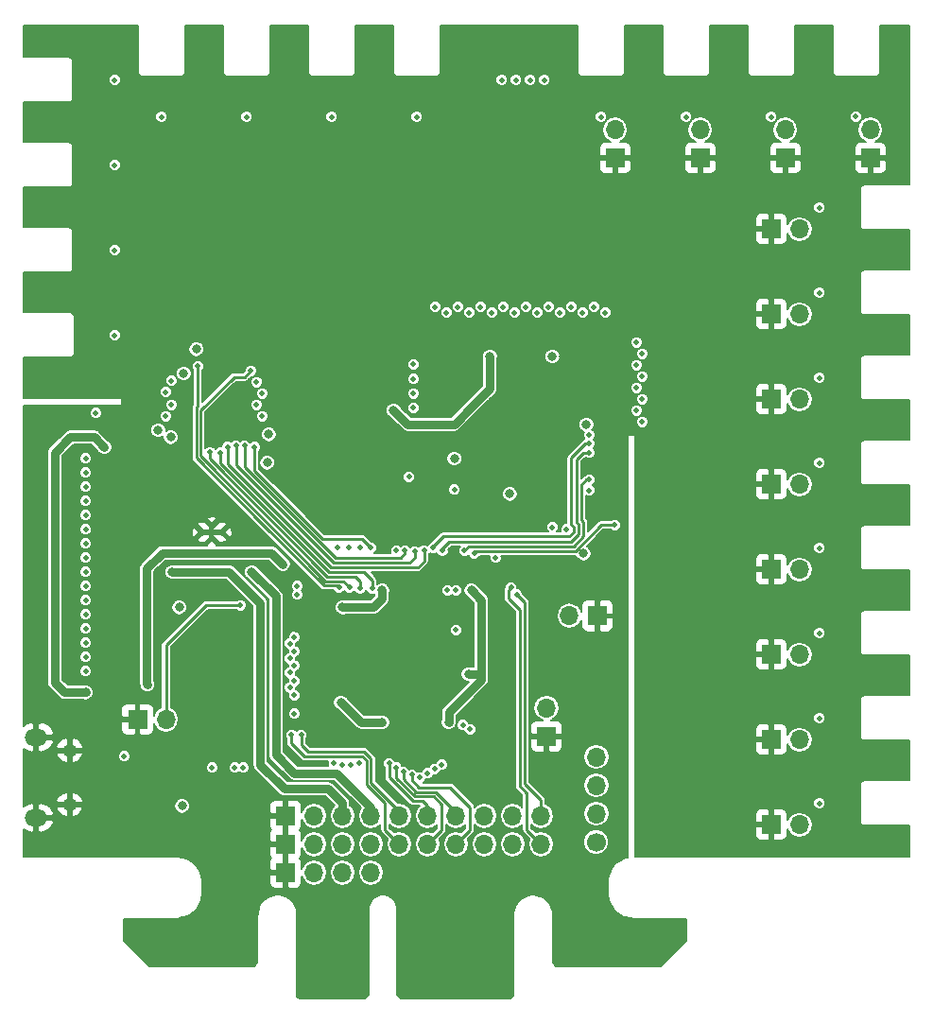
<source format=gbr>
G04 #@! TF.FileFunction,Copper,L3,Inr,Signal*
%FSLAX46Y46*%
G04 Gerber Fmt 4.6, Leading zero omitted, Abs format (unit mm)*
G04 Created by KiCad (PCBNEW 4.0.7) date 07/05/18 17:53:42*
%MOMM*%
%LPD*%
G01*
G04 APERTURE LIST*
%ADD10C,0.050000*%
%ADD11C,0.600000*%
%ADD12R,1.700000X1.700000*%
%ADD13O,1.700000X1.700000*%
%ADD14C,1.700000*%
%ADD15O,1.300000X1.100000*%
%ADD16O,2.000000X1.500000*%
%ADD17C,0.800000*%
%ADD18C,0.500000*%
%ADD19C,0.750000*%
%ADD20C,0.500000*%
%ADD21C,0.250000*%
%ADD22C,0.200000*%
G04 APERTURE END LIST*
D10*
D11*
X122936000Y-97290000D03*
X122936000Y-98290000D03*
X122036000Y-97790000D03*
X123836000Y-97790000D03*
D12*
X173024800Y-123977400D03*
D13*
X175564800Y-123977400D03*
D12*
X173024800Y-116357400D03*
D13*
X175564800Y-116357400D03*
D12*
X173024800Y-108737400D03*
D13*
X175564800Y-108737400D03*
D12*
X173024800Y-101117400D03*
D13*
X175564800Y-101117400D03*
D12*
X173024800Y-93497400D03*
D13*
X175564800Y-93497400D03*
D12*
X173024800Y-85877400D03*
D13*
X175564800Y-85877400D03*
D12*
X173024800Y-78257400D03*
D13*
X175564800Y-78257400D03*
D12*
X173024800Y-70637400D03*
D13*
X175564800Y-70637400D03*
D12*
X181914800Y-64287400D03*
D13*
X181914800Y-61747400D03*
D12*
X174294800Y-64287400D03*
D13*
X174294800Y-61747400D03*
D12*
X166674800Y-64287400D03*
D13*
X166674800Y-61747400D03*
D12*
X159054800Y-64287400D03*
D13*
X159054800Y-61747400D03*
D14*
X157353000Y-125539500D03*
D13*
X157353000Y-122999500D03*
X157353000Y-120459500D03*
X157353000Y-117919500D03*
D12*
X116268500Y-114554000D03*
D13*
X118808500Y-114554000D03*
D12*
X129540000Y-128270000D03*
D13*
X132080000Y-128270000D03*
X134620000Y-128270000D03*
X137160000Y-128270000D03*
D12*
X129540000Y-125730000D03*
X129540000Y-123190000D03*
D13*
X132080000Y-125730000D03*
X132080000Y-123190000D03*
X134620000Y-125730000D03*
X134620000Y-123190000D03*
X137160000Y-125730000D03*
X137160000Y-123190000D03*
X139700000Y-125730000D03*
X139700000Y-123190000D03*
X142240000Y-125730000D03*
X142240000Y-123190000D03*
X144780000Y-125730000D03*
X144780000Y-123190000D03*
X147320000Y-125730000D03*
X147320000Y-123190000D03*
X149860000Y-125730000D03*
X149860000Y-123190000D03*
X152400000Y-125730000D03*
X152400000Y-123190000D03*
D12*
X152908000Y-116078000D03*
D13*
X152908000Y-113538000D03*
D15*
X110188000Y-117336000D03*
D16*
X107188000Y-116161000D03*
X107188000Y-123361000D03*
D15*
X110188000Y-122186000D03*
D12*
X157480000Y-105283000D03*
D13*
X154940000Y-105283000D03*
D17*
X145923000Y-110490000D03*
X120396000Y-83566000D03*
X113284000Y-90170000D03*
X156210000Y-99695000D03*
X138176000Y-102997000D03*
D18*
X144653000Y-93980000D03*
D17*
X128016000Y-89027000D03*
X111633000Y-112141000D03*
X144653000Y-91186000D03*
X149606000Y-94361000D03*
X146177000Y-102997000D03*
X138176000Y-114808000D03*
X144145000Y-114808000D03*
X134493000Y-113030000D03*
X134620000Y-104521000D03*
X120015000Y-104521000D03*
X135382000Y-93091000D03*
X127762000Y-98552000D03*
X130302000Y-93726000D03*
X149479000Y-114808000D03*
X147066000Y-118110000D03*
X149733000Y-109728000D03*
X151892000Y-109474000D03*
X160274000Y-88392000D03*
X156464000Y-87122000D03*
X158369000Y-80518000D03*
X154432000Y-82042000D03*
X142875000Y-80391000D03*
D18*
X125603000Y-83121500D03*
D17*
X120777000Y-90043000D03*
X130683000Y-87757000D03*
X137668000Y-85217000D03*
X128905000Y-85090000D03*
X127000000Y-78613000D03*
X131953000Y-83566000D03*
X115316000Y-83693000D03*
X119126000Y-79756000D03*
X124333000Y-78740000D03*
X117094000Y-83566000D03*
X116078000Y-87376000D03*
X143002000Y-102997000D03*
X140208000Y-97663000D03*
X142621000Y-96075500D03*
X136144000Y-108204000D03*
X138811000Y-113792000D03*
X135636000Y-110490000D03*
X140335000Y-112395000D03*
D18*
X125476000Y-105219500D03*
D17*
X144526000Y-85788500D03*
X150876000Y-94361000D03*
X146748500Y-82105500D03*
X150495000Y-82169000D03*
X156464000Y-84328000D03*
X158369000Y-96329500D03*
X145542000Y-89281000D03*
D18*
X122809000Y-82804000D03*
D17*
X143764000Y-60960000D03*
X136144000Y-60960000D03*
X128524000Y-60960000D03*
X120904000Y-60960000D03*
X109728000Y-83820000D03*
X114300000Y-74676000D03*
X114300000Y-67056000D03*
X114300000Y-59436000D03*
X125476000Y-113284000D03*
X147002500Y-57277000D03*
X145923000Y-108966000D03*
X121539000Y-81407000D03*
X139192000Y-86868000D03*
X147828000Y-82042000D03*
X156464000Y-88138000D03*
X153416000Y-82042000D03*
D18*
X125730000Y-118872000D03*
X146050000Y-115443000D03*
X122936000Y-118872000D03*
X145415000Y-115062000D03*
X144780000Y-106553000D03*
X124968000Y-118872000D03*
X125476000Y-104330500D03*
D17*
X126492000Y-101346000D03*
X119380000Y-101346000D03*
X118110000Y-88646000D03*
X127889000Y-91567000D03*
X119253000Y-89281000D03*
D18*
X126415800Y-83337400D03*
X135255000Y-102743000D03*
X123698000Y-90678000D03*
X137287000Y-102806500D03*
X119303800Y-84226400D03*
X114223800Y-57302400D03*
X114223800Y-64922400D03*
X118795800Y-85242400D03*
X114223800Y-72542400D03*
X119303800Y-86385400D03*
X118795800Y-87401400D03*
X114223800Y-80162400D03*
X127431800Y-87401400D03*
X141274800Y-60604400D03*
X126923800Y-86385400D03*
X133654800Y-60604400D03*
X126034800Y-60604400D03*
X127431800Y-85369400D03*
X118414800Y-60604400D03*
X126923800Y-84353400D03*
X121666000Y-82931000D03*
X134302500Y-102743000D03*
X156718000Y-89090500D03*
X139446000Y-99441000D03*
X140589000Y-92837000D03*
X145542000Y-99441000D03*
X156718000Y-93091000D03*
X156718000Y-90678000D03*
X143573500Y-99441000D03*
X156718000Y-89852500D03*
X142748000Y-99187000D03*
D17*
X129286000Y-100647500D03*
X117157500Y-111442500D03*
D18*
X160959800Y-86893400D03*
X160959800Y-84861400D03*
X160959800Y-82829400D03*
X160959800Y-80797400D03*
X158165800Y-78130400D03*
X156133800Y-78130400D03*
X153085800Y-77622400D03*
X151053800Y-77622400D03*
X150037800Y-78130400D03*
X148005800Y-78130400D03*
X144957800Y-77622400D03*
X142925800Y-77622400D03*
X177342800Y-122072400D03*
X161467800Y-87909400D03*
X161467800Y-85877400D03*
X177342800Y-114452400D03*
X161467800Y-83845400D03*
X177342800Y-106832400D03*
X177342800Y-99212400D03*
X161467800Y-81813400D03*
X157149800Y-77622400D03*
X177342800Y-91592400D03*
X155117800Y-77622400D03*
X177342800Y-83972400D03*
X177342800Y-76352400D03*
X154101800Y-78130400D03*
X177342800Y-68732400D03*
X152069800Y-78130400D03*
X149021800Y-77622400D03*
X180594000Y-60579000D03*
X173024800Y-60604400D03*
X146989800Y-77622400D03*
X145973800Y-78130400D03*
X165404800Y-60604400D03*
X157784800Y-60604400D03*
X143941800Y-78130400D03*
X148894800Y-57302400D03*
X140970000Y-86664800D03*
X151434800Y-57302400D03*
X140970000Y-84074000D03*
X140970000Y-82753200D03*
X152704800Y-57302400D03*
X150164800Y-57302400D03*
X140970000Y-85369400D03*
X148336000Y-100076000D03*
X124333000Y-90170000D03*
X156718000Y-94043500D03*
X141922500Y-99441000D03*
X154686000Y-97536000D03*
X125095000Y-90043000D03*
X141097000Y-99504500D03*
X153416000Y-97345500D03*
X125857000Y-90043000D03*
X140208000Y-99441000D03*
X143510000Y-118618000D03*
X142875000Y-118999000D03*
X142240000Y-119380000D03*
X141541500Y-119761000D03*
X112522000Y-87122000D03*
X134213600Y-99187000D03*
X126746000Y-90170000D03*
X137160000Y-99187000D03*
X136207500Y-102806500D03*
X122745500Y-90614500D03*
D17*
X120269000Y-122301000D03*
D18*
X115062000Y-117856000D03*
X140081000Y-119253000D03*
X138811000Y-118491000D03*
X135382000Y-118618000D03*
X133858000Y-118491000D03*
X130937000Y-115951000D03*
X130048000Y-115951000D03*
X134620000Y-118618000D03*
X136144000Y-118491000D03*
X139446000Y-118872000D03*
X140843000Y-119507000D03*
X150241000Y-103378000D03*
X149733000Y-102743000D03*
X146431000Y-99695000D03*
X159004000Y-97155000D03*
X111633000Y-108966000D03*
X144018000Y-102997000D03*
X111633000Y-106426000D03*
X130302000Y-112395000D03*
X111633000Y-103886000D03*
X130302000Y-111125000D03*
X111633000Y-101346000D03*
X130302000Y-109728000D03*
X111633000Y-98806000D03*
X130302000Y-108458000D03*
X111633000Y-96266000D03*
X130302000Y-107188000D03*
X111633000Y-93726000D03*
X130556000Y-102616000D03*
X111633000Y-91186000D03*
X135229600Y-99187000D03*
X136194800Y-99187000D03*
X111633000Y-92456000D03*
X111633000Y-94996000D03*
X130556000Y-103378000D03*
X111633000Y-97536000D03*
X129921000Y-107759500D03*
X129921000Y-109093000D03*
X111633000Y-100076000D03*
X129921000Y-110363000D03*
X111633000Y-102616000D03*
X129921000Y-111696500D03*
X111633000Y-105156000D03*
X130302000Y-114046000D03*
X111633000Y-107696000D03*
X111633000Y-110236000D03*
X144780000Y-102997000D03*
D19*
X147066000Y-110490000D02*
X145923000Y-110490000D01*
X147066000Y-109347000D02*
X147066000Y-110490000D01*
X147066000Y-110490000D02*
X147066000Y-110998000D01*
X146177000Y-102997000D02*
X147066000Y-103886000D01*
X147066000Y-109347000D02*
X147066000Y-104394000D01*
X147066000Y-104394000D02*
X147066000Y-103886000D01*
X144145000Y-113919000D02*
X144145000Y-114808000D01*
X147066000Y-110998000D02*
X144145000Y-113919000D01*
X111633000Y-89281000D02*
X112395000Y-89281000D01*
X110236000Y-89281000D02*
X108839000Y-90678000D01*
X108839000Y-90678000D02*
X108839000Y-111252000D01*
X108839000Y-111252000D02*
X109728000Y-112141000D01*
X111633000Y-112141000D02*
X109728000Y-112141000D01*
X111633000Y-89281000D02*
X110236000Y-89281000D01*
X112395000Y-89281000D02*
X113284000Y-90170000D01*
X138176000Y-114808000D02*
X136271000Y-114808000D01*
X136271000Y-114808000D02*
X134493000Y-113030000D01*
X134620000Y-104521000D02*
X137414000Y-104521000D01*
X138176000Y-103759000D02*
X138176000Y-102997000D01*
X137414000Y-104521000D02*
X138176000Y-103759000D01*
D20*
X122036000Y-97790000D02*
X123836000Y-97790000D01*
D21*
X140335000Y-112395000D02*
X136144000Y-108204000D01*
D19*
X139192000Y-86868000D02*
X140462000Y-88138000D01*
X140462000Y-88138000D02*
X144653000Y-88138000D01*
X144653000Y-88138000D02*
X146304000Y-86487000D01*
X146304000Y-86487000D02*
X147828000Y-84963000D01*
X147828000Y-82042000D02*
X147828000Y-84963000D01*
D21*
X118808500Y-114554000D02*
X118808500Y-107886500D01*
X122364500Y-104330500D02*
X125476000Y-104330500D01*
X118808500Y-107886500D02*
X122364500Y-104330500D01*
D19*
X126492000Y-101346000D02*
X128651000Y-103505000D01*
X130302000Y-119380000D02*
X134112000Y-119380000D01*
X137160000Y-122428000D02*
X134112000Y-119380000D01*
X128651000Y-117729000D02*
X130302000Y-119380000D01*
X128651000Y-103505000D02*
X128651000Y-117729000D01*
X137160000Y-122428000D02*
X137160000Y-123190000D01*
X124460000Y-101346000D02*
X127228600Y-104114600D01*
X133350000Y-120777000D02*
X134620000Y-122047000D01*
X134620000Y-123190000D02*
X134620000Y-122047000D01*
X119380000Y-101346000D02*
X124460000Y-101346000D01*
X129413000Y-120777000D02*
X133350000Y-120777000D01*
X127228600Y-118592600D02*
X129413000Y-120777000D01*
X127228600Y-104114600D02*
X127228600Y-118592600D01*
D21*
X134688010Y-102176010D02*
X135255000Y-102743000D01*
X121920000Y-86868000D02*
X124904500Y-83883500D01*
X124904500Y-83883500D02*
X125869700Y-83883500D01*
X125869700Y-83883500D02*
X126415800Y-83337400D01*
X121920000Y-90980860D02*
X133115150Y-102176010D01*
X121920000Y-86868000D02*
X121920000Y-90980860D01*
X133115150Y-102176010D02*
X134688010Y-102176010D01*
X135983506Y-101376006D02*
X136555006Y-101376006D01*
X123698000Y-91627484D02*
X133446522Y-101376006D01*
X133446522Y-101376006D02*
X135983506Y-101376006D01*
X123698000Y-90678000D02*
X123698000Y-91627484D01*
X137287000Y-102108000D02*
X137287000Y-102806500D01*
X136555006Y-101376006D02*
X137287000Y-102108000D01*
X121666000Y-82931000D02*
X121666000Y-86487000D01*
X121519998Y-91146546D02*
X127391226Y-97017774D01*
X121519998Y-86633002D02*
X121519998Y-91146546D01*
X121666000Y-86487000D02*
X121519998Y-86633002D01*
X127391226Y-97017774D02*
X132949464Y-102576012D01*
X132949464Y-102576012D02*
X134135512Y-102576012D01*
X134135512Y-102576012D02*
X134302500Y-102743000D01*
X156718000Y-93091000D02*
X156464000Y-93091000D01*
X156025002Y-96713206D02*
X156221004Y-96909208D01*
X156221004Y-96909208D02*
X156221004Y-98162792D01*
X145542000Y-99441000D02*
X145911996Y-99071004D01*
X155312792Y-99071004D02*
X156221004Y-98162792D01*
X145911996Y-99071004D02*
X155312792Y-99071004D01*
X156025002Y-93529998D02*
X156025002Y-96713206D01*
X156464000Y-93091000D02*
X156025002Y-93529998D01*
X143573500Y-99441000D02*
X143573500Y-99250500D01*
X155575000Y-96899602D02*
X155771002Y-97095604D01*
X155771002Y-97095604D02*
X155771002Y-97976396D01*
X155771002Y-97976396D02*
X155126396Y-98621002D01*
X155126396Y-98621002D02*
X144202998Y-98621002D01*
X156718000Y-90678000D02*
X156210000Y-90678000D01*
X155575000Y-91313000D02*
X155575000Y-92456000D01*
X156210000Y-90678000D02*
X155575000Y-91313000D01*
X155575000Y-92456000D02*
X155575000Y-96899602D01*
X143573500Y-99250500D02*
X144202998Y-98621002D01*
X155124998Y-91126604D02*
X156399102Y-89852500D01*
X142748000Y-99187000D02*
X142748000Y-99060000D01*
X142748000Y-99060000D02*
X143637000Y-98171000D01*
X155321000Y-97790000D02*
X154940000Y-98171000D01*
X154051000Y-98171000D02*
X154940000Y-98171000D01*
X155321000Y-97282000D02*
X155321000Y-97790000D01*
X155124998Y-97085998D02*
X155321000Y-97282000D01*
X155124998Y-91126604D02*
X155124998Y-97085998D01*
X154051000Y-98171000D02*
X143637000Y-98171000D01*
X156399102Y-89852500D02*
X156718000Y-89852500D01*
D19*
X117094000Y-109156500D02*
X117094000Y-111379000D01*
X128270000Y-99631500D02*
X118491000Y-99631500D01*
X118491000Y-99631500D02*
X117094000Y-101028500D01*
X117094000Y-101028500D02*
X117094000Y-109156500D01*
X129286000Y-100647500D02*
X128270000Y-99631500D01*
X117157500Y-111442500D02*
X117094000Y-111379000D01*
D21*
X151384000Y-57353200D02*
X151434800Y-57302400D01*
X140577996Y-100976004D02*
X141339996Y-100976004D01*
X124333000Y-90170000D02*
X124333000Y-91696796D01*
X133612208Y-100976004D02*
X140577996Y-100976004D01*
X124333000Y-91696796D02*
X133612208Y-100976004D01*
X141922500Y-100393500D02*
X141922500Y-99441000D01*
X141339996Y-100976004D02*
X141922500Y-100393500D01*
X141922500Y-99631500D02*
X141922500Y-99441000D01*
X140138998Y-100526002D02*
X140646998Y-100526002D01*
X125095000Y-91822398D02*
X125095000Y-90043000D01*
X133798604Y-100526002D02*
X125095000Y-91822398D01*
X140138998Y-100526002D02*
X133798604Y-100526002D01*
X141097000Y-100076000D02*
X141097000Y-99504500D01*
X140646998Y-100526002D02*
X141097000Y-100076000D01*
X141097000Y-99568000D02*
X141097000Y-99504500D01*
X139827000Y-100076000D02*
X140208000Y-99695000D01*
X139827000Y-100076000D02*
X133985000Y-100076000D01*
X133985000Y-100076000D02*
X125857000Y-91948000D01*
X125857000Y-91948000D02*
X125857000Y-90043000D01*
X140208000Y-99695000D02*
X140208000Y-99441000D01*
X126746000Y-90170000D02*
X126746000Y-92271312D01*
X136334500Y-98361500D02*
X137160000Y-99187000D01*
X132836188Y-98361500D02*
X136334500Y-98361500D01*
X126746000Y-92271312D02*
X132836188Y-98361500D01*
X136207500Y-102806500D02*
X136207500Y-102171500D01*
X122745500Y-91240672D02*
X122745500Y-90614500D01*
X133280836Y-101776008D02*
X122745500Y-91240672D01*
X135812008Y-101776008D02*
X133280836Y-101776008D01*
X136207500Y-102171500D02*
X135812008Y-101776008D01*
X140081000Y-119253000D02*
X140081000Y-119888000D01*
X142951690Y-121050002D02*
X144780000Y-122878312D01*
X141243002Y-121050002D02*
X142951690Y-121050002D01*
X140081000Y-119888000D02*
X141243002Y-121050002D01*
X144780000Y-122878312D02*
X144780000Y-123190000D01*
X138811000Y-118491000D02*
X138811000Y-119749376D01*
X142240000Y-122301000D02*
X142240000Y-123190000D01*
X141789006Y-121850006D02*
X142240000Y-122301000D01*
X140911630Y-121850006D02*
X141789006Y-121850006D01*
X138811000Y-119749376D02*
X140911630Y-121850006D01*
X130937000Y-115951000D02*
X130937000Y-116820998D01*
X137179002Y-120230314D02*
X139700000Y-122751312D01*
X137179002Y-118071314D02*
X137179002Y-120230314D01*
X136563686Y-117455998D02*
X137179002Y-118071314D01*
X131572000Y-117455998D02*
X136563686Y-117455998D01*
X130937000Y-116820998D02*
X131572000Y-117455998D01*
X139700000Y-122751312D02*
X139700000Y-123190000D01*
X130048000Y-115951000D02*
X130048000Y-116713000D01*
X138430000Y-124460000D02*
X139700000Y-125730000D01*
X138430000Y-122047000D02*
X138430000Y-124460000D01*
X136779000Y-120396000D02*
X138430000Y-122047000D01*
X136779000Y-118237000D02*
X136779000Y-120396000D01*
X136398000Y-117856000D02*
X136779000Y-118237000D01*
X131191000Y-117856000D02*
X136398000Y-117856000D01*
X130048000Y-116713000D02*
X131191000Y-117856000D01*
X139446000Y-118872000D02*
X139446000Y-119818688D01*
X143510000Y-124460000D02*
X142240000Y-125730000D01*
X143510000Y-122174000D02*
X143510000Y-124460000D01*
X142786004Y-121450004D02*
X143510000Y-122174000D01*
X141077316Y-121450004D02*
X142786004Y-121450004D01*
X139446000Y-119818688D02*
X141077316Y-121450004D01*
X141478000Y-120650000D02*
X144272000Y-120650000D01*
X140843000Y-120015000D02*
X141478000Y-120650000D01*
X144780000Y-125730000D02*
X146050000Y-124460000D01*
X140843000Y-119507000D02*
X140843000Y-120015000D01*
X146050000Y-122428000D02*
X146050000Y-124460000D01*
X144272000Y-120650000D02*
X146050000Y-122428000D01*
X150945002Y-104082002D02*
X150945002Y-120336604D01*
X150241000Y-103378000D02*
X150945002Y-104082002D01*
X152400000Y-121791602D02*
X152400000Y-123190000D01*
X150945002Y-120336604D02*
X152400000Y-121791602D01*
X152400000Y-122624312D02*
X152400000Y-123190000D01*
X150495000Y-104717002D02*
X150495000Y-116840000D01*
X150495000Y-116840000D02*
X150495000Y-120523000D01*
X149733000Y-102743000D02*
X149479000Y-102997000D01*
X149479000Y-103701002D02*
X149790998Y-104013000D01*
X149479000Y-102997000D02*
X149479000Y-103701002D01*
X149790998Y-104013000D02*
X150495000Y-104717002D01*
X151130000Y-124460000D02*
X152400000Y-125730000D01*
X151130000Y-121158000D02*
X151130000Y-124460000D01*
X150495000Y-120523000D02*
X151130000Y-121158000D01*
X157794484Y-97155000D02*
X159004000Y-97155000D01*
X146431000Y-99695000D02*
X146654994Y-99471006D01*
X146654994Y-99471006D02*
X155478478Y-99471006D01*
X155478478Y-99471006D02*
X157794484Y-97155000D01*
D22*
G36*
X116338000Y-56642000D02*
X116366545Y-56785506D01*
X116447835Y-56907165D01*
X116569494Y-56988455D01*
X116713000Y-57017000D01*
X120142000Y-57017000D01*
X120285506Y-56988455D01*
X120407165Y-56907165D01*
X120488455Y-56785506D01*
X120517000Y-56642000D01*
X120517000Y-52445000D01*
X123958000Y-52445000D01*
X123958000Y-56642000D01*
X123986545Y-56785506D01*
X124067835Y-56907165D01*
X124189494Y-56988455D01*
X124333000Y-57017000D01*
X127762000Y-57017000D01*
X127905506Y-56988455D01*
X128027165Y-56907165D01*
X128108455Y-56785506D01*
X128137000Y-56642000D01*
X128137000Y-52445000D01*
X131578000Y-52445000D01*
X131578000Y-56642000D01*
X131606545Y-56785506D01*
X131687835Y-56907165D01*
X131809494Y-56988455D01*
X131953000Y-57017000D01*
X135382000Y-57017000D01*
X135525506Y-56988455D01*
X135647165Y-56907165D01*
X135728455Y-56785506D01*
X135757000Y-56642000D01*
X135757000Y-52445000D01*
X139198000Y-52445000D01*
X139198000Y-56642000D01*
X139226545Y-56785506D01*
X139307835Y-56907165D01*
X139429494Y-56988455D01*
X139573000Y-57017000D01*
X143002000Y-57017000D01*
X143145506Y-56988455D01*
X143267165Y-56907165D01*
X143348455Y-56785506D01*
X143377000Y-56642000D01*
X143377000Y-52445000D01*
X155708000Y-52445000D01*
X155708000Y-56642000D01*
X155736545Y-56785506D01*
X155817835Y-56907165D01*
X155939494Y-56988455D01*
X156083000Y-57017000D01*
X159512000Y-57017000D01*
X159655506Y-56988455D01*
X159777165Y-56907165D01*
X159858455Y-56785506D01*
X159887000Y-56642000D01*
X159887000Y-52445000D01*
X163328000Y-52445000D01*
X163328000Y-56642000D01*
X163356545Y-56785506D01*
X163437835Y-56907165D01*
X163559494Y-56988455D01*
X163703000Y-57017000D01*
X167132000Y-57017000D01*
X167275506Y-56988455D01*
X167397165Y-56907165D01*
X167478455Y-56785506D01*
X167507000Y-56642000D01*
X167507000Y-52445000D01*
X170948000Y-52445000D01*
X170948000Y-56642000D01*
X170976545Y-56785506D01*
X171057835Y-56907165D01*
X171179494Y-56988455D01*
X171323000Y-57017000D01*
X174752000Y-57017000D01*
X174895506Y-56988455D01*
X175017165Y-56907165D01*
X175098455Y-56785506D01*
X175127000Y-56642000D01*
X175127000Y-52445000D01*
X178568000Y-52445000D01*
X178568000Y-56642000D01*
X178596545Y-56785506D01*
X178677835Y-56907165D01*
X178799494Y-56988455D01*
X178943000Y-57017000D01*
X182372000Y-57017000D01*
X182515506Y-56988455D01*
X182637165Y-56907165D01*
X182718455Y-56785506D01*
X182747000Y-56642000D01*
X182747000Y-52445000D01*
X185426000Y-52445000D01*
X185426000Y-66681000D01*
X181356000Y-66681000D01*
X181212494Y-66709545D01*
X181090835Y-66790835D01*
X181009545Y-66912494D01*
X180981000Y-67056000D01*
X180981000Y-70358000D01*
X181009545Y-70501506D01*
X181090835Y-70623165D01*
X181212494Y-70704455D01*
X181356000Y-70733000D01*
X185426000Y-70733000D01*
X185426000Y-74301000D01*
X181356000Y-74301000D01*
X181212494Y-74329545D01*
X181090835Y-74410835D01*
X181009545Y-74532494D01*
X180981000Y-74676000D01*
X180981000Y-77978000D01*
X181009545Y-78121506D01*
X181090835Y-78243165D01*
X181212494Y-78324455D01*
X181356000Y-78353000D01*
X185426000Y-78353000D01*
X185426000Y-81921000D01*
X181356000Y-81921000D01*
X181212494Y-81949545D01*
X181090835Y-82030835D01*
X181009545Y-82152494D01*
X180981000Y-82296000D01*
X180981000Y-85598000D01*
X181009545Y-85741506D01*
X181090835Y-85863165D01*
X181212494Y-85944455D01*
X181356000Y-85973000D01*
X185426000Y-85973000D01*
X185426000Y-89541000D01*
X181356000Y-89541000D01*
X181212494Y-89569545D01*
X181090835Y-89650835D01*
X181009545Y-89772494D01*
X180981000Y-89916000D01*
X180981000Y-93218000D01*
X181009545Y-93361506D01*
X181090835Y-93483165D01*
X181212494Y-93564455D01*
X181356000Y-93593000D01*
X185426000Y-93593000D01*
X185426000Y-97161000D01*
X181356000Y-97161000D01*
X181212494Y-97189545D01*
X181090835Y-97270835D01*
X181009545Y-97392494D01*
X180981000Y-97536000D01*
X180981000Y-100838000D01*
X181009545Y-100981506D01*
X181090835Y-101103165D01*
X181212494Y-101184455D01*
X181356000Y-101213000D01*
X185426000Y-101213000D01*
X185426000Y-104781000D01*
X181356000Y-104781000D01*
X181212494Y-104809545D01*
X181090835Y-104890835D01*
X181009545Y-105012494D01*
X180981000Y-105156000D01*
X180981000Y-108458000D01*
X181009545Y-108601506D01*
X181090835Y-108723165D01*
X181212494Y-108804455D01*
X181356000Y-108833000D01*
X185426000Y-108833000D01*
X185426000Y-112401000D01*
X181356000Y-112401000D01*
X181212494Y-112429545D01*
X181090835Y-112510835D01*
X181009545Y-112632494D01*
X180981000Y-112776000D01*
X180981000Y-116078000D01*
X181009545Y-116221506D01*
X181090835Y-116343165D01*
X181212494Y-116424455D01*
X181356000Y-116453000D01*
X185426000Y-116453000D01*
X185426000Y-120021000D01*
X181356000Y-120021000D01*
X181212494Y-120049545D01*
X181090835Y-120130835D01*
X181009545Y-120252494D01*
X180981000Y-120396000D01*
X180981000Y-123698000D01*
X181009545Y-123841506D01*
X181090835Y-123963165D01*
X181212494Y-124044455D01*
X181356000Y-124073000D01*
X185426000Y-124073000D01*
X185426000Y-126879000D01*
X160882000Y-126879000D01*
X160882000Y-124283400D01*
X171566800Y-124283400D01*
X171566800Y-124948338D01*
X171659362Y-125171804D01*
X171830395Y-125342837D01*
X172053861Y-125435400D01*
X172718800Y-125435400D01*
X172870800Y-125283400D01*
X172870800Y-124131400D01*
X171718800Y-124131400D01*
X171566800Y-124283400D01*
X160882000Y-124283400D01*
X160882000Y-123006462D01*
X171566800Y-123006462D01*
X171566800Y-123671400D01*
X171718800Y-123823400D01*
X172870800Y-123823400D01*
X172870800Y-122671400D01*
X173178800Y-122671400D01*
X173178800Y-123823400D01*
X173198800Y-123823400D01*
X173198800Y-124131400D01*
X173178800Y-124131400D01*
X173178800Y-125283400D01*
X173330800Y-125435400D01*
X173995739Y-125435400D01*
X174219205Y-125342837D01*
X174390238Y-125171804D01*
X174482800Y-124948338D01*
X174482800Y-124421962D01*
X174729097Y-124790573D01*
X175102184Y-125039861D01*
X175542270Y-125127400D01*
X175587330Y-125127400D01*
X176027416Y-125039861D01*
X176400503Y-124790573D01*
X176649791Y-124417486D01*
X176737330Y-123977400D01*
X176649791Y-123537314D01*
X176400503Y-123164227D01*
X176027416Y-122914939D01*
X175587330Y-122827400D01*
X175542270Y-122827400D01*
X175102184Y-122914939D01*
X174729097Y-123164227D01*
X174482800Y-123532838D01*
X174482800Y-123006462D01*
X174390238Y-122782996D01*
X174219205Y-122611963D01*
X173995739Y-122519400D01*
X173330800Y-122519400D01*
X173178800Y-122671400D01*
X172870800Y-122671400D01*
X172718800Y-122519400D01*
X172053861Y-122519400D01*
X171830395Y-122611963D01*
X171659362Y-122782996D01*
X171566800Y-123006462D01*
X160882000Y-123006462D01*
X160882000Y-122181322D01*
X176792705Y-122181322D01*
X176876261Y-122383543D01*
X177030843Y-122538395D01*
X177232918Y-122622304D01*
X177451722Y-122622495D01*
X177653943Y-122538939D01*
X177808795Y-122384357D01*
X177892704Y-122182282D01*
X177892895Y-121963478D01*
X177809339Y-121761257D01*
X177654757Y-121606405D01*
X177452682Y-121522496D01*
X177233878Y-121522305D01*
X177031657Y-121605861D01*
X176876805Y-121760443D01*
X176792896Y-121962518D01*
X176792705Y-122181322D01*
X160882000Y-122181322D01*
X160882000Y-116663400D01*
X171566800Y-116663400D01*
X171566800Y-117328338D01*
X171659362Y-117551804D01*
X171830395Y-117722837D01*
X172053861Y-117815400D01*
X172718800Y-117815400D01*
X172870800Y-117663400D01*
X172870800Y-116511400D01*
X171718800Y-116511400D01*
X171566800Y-116663400D01*
X160882000Y-116663400D01*
X160882000Y-115386462D01*
X171566800Y-115386462D01*
X171566800Y-116051400D01*
X171718800Y-116203400D01*
X172870800Y-116203400D01*
X172870800Y-115051400D01*
X173178800Y-115051400D01*
X173178800Y-116203400D01*
X173198800Y-116203400D01*
X173198800Y-116511400D01*
X173178800Y-116511400D01*
X173178800Y-117663400D01*
X173330800Y-117815400D01*
X173995739Y-117815400D01*
X174219205Y-117722837D01*
X174390238Y-117551804D01*
X174482800Y-117328338D01*
X174482800Y-116801962D01*
X174729097Y-117170573D01*
X175102184Y-117419861D01*
X175542270Y-117507400D01*
X175587330Y-117507400D01*
X176027416Y-117419861D01*
X176400503Y-117170573D01*
X176649791Y-116797486D01*
X176737330Y-116357400D01*
X176649791Y-115917314D01*
X176400503Y-115544227D01*
X176027416Y-115294939D01*
X175587330Y-115207400D01*
X175542270Y-115207400D01*
X175102184Y-115294939D01*
X174729097Y-115544227D01*
X174482800Y-115912838D01*
X174482800Y-115386462D01*
X174390238Y-115162996D01*
X174219205Y-114991963D01*
X173995739Y-114899400D01*
X173330800Y-114899400D01*
X173178800Y-115051400D01*
X172870800Y-115051400D01*
X172718800Y-114899400D01*
X172053861Y-114899400D01*
X171830395Y-114991963D01*
X171659362Y-115162996D01*
X171566800Y-115386462D01*
X160882000Y-115386462D01*
X160882000Y-114561322D01*
X176792705Y-114561322D01*
X176876261Y-114763543D01*
X177030843Y-114918395D01*
X177232918Y-115002304D01*
X177451722Y-115002495D01*
X177653943Y-114918939D01*
X177808795Y-114764357D01*
X177892704Y-114562282D01*
X177892895Y-114343478D01*
X177809339Y-114141257D01*
X177654757Y-113986405D01*
X177452682Y-113902496D01*
X177233878Y-113902305D01*
X177031657Y-113985861D01*
X176876805Y-114140443D01*
X176792896Y-114342518D01*
X176792705Y-114561322D01*
X160882000Y-114561322D01*
X160882000Y-109043400D01*
X171566800Y-109043400D01*
X171566800Y-109708338D01*
X171659362Y-109931804D01*
X171830395Y-110102837D01*
X172053861Y-110195400D01*
X172718800Y-110195400D01*
X172870800Y-110043400D01*
X172870800Y-108891400D01*
X171718800Y-108891400D01*
X171566800Y-109043400D01*
X160882000Y-109043400D01*
X160882000Y-107766462D01*
X171566800Y-107766462D01*
X171566800Y-108431400D01*
X171718800Y-108583400D01*
X172870800Y-108583400D01*
X172870800Y-107431400D01*
X173178800Y-107431400D01*
X173178800Y-108583400D01*
X173198800Y-108583400D01*
X173198800Y-108891400D01*
X173178800Y-108891400D01*
X173178800Y-110043400D01*
X173330800Y-110195400D01*
X173995739Y-110195400D01*
X174219205Y-110102837D01*
X174390238Y-109931804D01*
X174482800Y-109708338D01*
X174482800Y-109181962D01*
X174729097Y-109550573D01*
X175102184Y-109799861D01*
X175542270Y-109887400D01*
X175587330Y-109887400D01*
X176027416Y-109799861D01*
X176400503Y-109550573D01*
X176649791Y-109177486D01*
X176737330Y-108737400D01*
X176649791Y-108297314D01*
X176400503Y-107924227D01*
X176027416Y-107674939D01*
X175587330Y-107587400D01*
X175542270Y-107587400D01*
X175102184Y-107674939D01*
X174729097Y-107924227D01*
X174482800Y-108292838D01*
X174482800Y-107766462D01*
X174390238Y-107542996D01*
X174219205Y-107371963D01*
X173995739Y-107279400D01*
X173330800Y-107279400D01*
X173178800Y-107431400D01*
X172870800Y-107431400D01*
X172718800Y-107279400D01*
X172053861Y-107279400D01*
X171830395Y-107371963D01*
X171659362Y-107542996D01*
X171566800Y-107766462D01*
X160882000Y-107766462D01*
X160882000Y-106941322D01*
X176792705Y-106941322D01*
X176876261Y-107143543D01*
X177030843Y-107298395D01*
X177232918Y-107382304D01*
X177451722Y-107382495D01*
X177653943Y-107298939D01*
X177808795Y-107144357D01*
X177892704Y-106942282D01*
X177892895Y-106723478D01*
X177809339Y-106521257D01*
X177654757Y-106366405D01*
X177452682Y-106282496D01*
X177233878Y-106282305D01*
X177031657Y-106365861D01*
X176876805Y-106520443D01*
X176792896Y-106722518D01*
X176792705Y-106941322D01*
X160882000Y-106941322D01*
X160882000Y-101423400D01*
X171566800Y-101423400D01*
X171566800Y-102088338D01*
X171659362Y-102311804D01*
X171830395Y-102482837D01*
X172053861Y-102575400D01*
X172718800Y-102575400D01*
X172870800Y-102423400D01*
X172870800Y-101271400D01*
X171718800Y-101271400D01*
X171566800Y-101423400D01*
X160882000Y-101423400D01*
X160882000Y-100146462D01*
X171566800Y-100146462D01*
X171566800Y-100811400D01*
X171718800Y-100963400D01*
X172870800Y-100963400D01*
X172870800Y-99811400D01*
X173178800Y-99811400D01*
X173178800Y-100963400D01*
X173198800Y-100963400D01*
X173198800Y-101271400D01*
X173178800Y-101271400D01*
X173178800Y-102423400D01*
X173330800Y-102575400D01*
X173995739Y-102575400D01*
X174219205Y-102482837D01*
X174390238Y-102311804D01*
X174482800Y-102088338D01*
X174482800Y-101561962D01*
X174729097Y-101930573D01*
X175102184Y-102179861D01*
X175542270Y-102267400D01*
X175587330Y-102267400D01*
X176027416Y-102179861D01*
X176400503Y-101930573D01*
X176649791Y-101557486D01*
X176737330Y-101117400D01*
X176649791Y-100677314D01*
X176400503Y-100304227D01*
X176027416Y-100054939D01*
X175587330Y-99967400D01*
X175542270Y-99967400D01*
X175102184Y-100054939D01*
X174729097Y-100304227D01*
X174482800Y-100672838D01*
X174482800Y-100146462D01*
X174390238Y-99922996D01*
X174219205Y-99751963D01*
X173995739Y-99659400D01*
X173330800Y-99659400D01*
X173178800Y-99811400D01*
X172870800Y-99811400D01*
X172718800Y-99659400D01*
X172053861Y-99659400D01*
X171830395Y-99751963D01*
X171659362Y-99922996D01*
X171566800Y-100146462D01*
X160882000Y-100146462D01*
X160882000Y-99321322D01*
X176792705Y-99321322D01*
X176876261Y-99523543D01*
X177030843Y-99678395D01*
X177232918Y-99762304D01*
X177451722Y-99762495D01*
X177653943Y-99678939D01*
X177808795Y-99524357D01*
X177892704Y-99322282D01*
X177892895Y-99103478D01*
X177809339Y-98901257D01*
X177654757Y-98746405D01*
X177452682Y-98662496D01*
X177233878Y-98662305D01*
X177031657Y-98745861D01*
X176876805Y-98900443D01*
X176792896Y-99102518D01*
X176792705Y-99321322D01*
X160882000Y-99321322D01*
X160882000Y-93803400D01*
X171566800Y-93803400D01*
X171566800Y-94468338D01*
X171659362Y-94691804D01*
X171830395Y-94862837D01*
X172053861Y-94955400D01*
X172718800Y-94955400D01*
X172870800Y-94803400D01*
X172870800Y-93651400D01*
X171718800Y-93651400D01*
X171566800Y-93803400D01*
X160882000Y-93803400D01*
X160882000Y-92526462D01*
X171566800Y-92526462D01*
X171566800Y-93191400D01*
X171718800Y-93343400D01*
X172870800Y-93343400D01*
X172870800Y-92191400D01*
X173178800Y-92191400D01*
X173178800Y-93343400D01*
X173198800Y-93343400D01*
X173198800Y-93651400D01*
X173178800Y-93651400D01*
X173178800Y-94803400D01*
X173330800Y-94955400D01*
X173995739Y-94955400D01*
X174219205Y-94862837D01*
X174390238Y-94691804D01*
X174482800Y-94468338D01*
X174482800Y-93941962D01*
X174729097Y-94310573D01*
X175102184Y-94559861D01*
X175542270Y-94647400D01*
X175587330Y-94647400D01*
X176027416Y-94559861D01*
X176400503Y-94310573D01*
X176649791Y-93937486D01*
X176737330Y-93497400D01*
X176649791Y-93057314D01*
X176400503Y-92684227D01*
X176027416Y-92434939D01*
X175587330Y-92347400D01*
X175542270Y-92347400D01*
X175102184Y-92434939D01*
X174729097Y-92684227D01*
X174482800Y-93052838D01*
X174482800Y-92526462D01*
X174390238Y-92302996D01*
X174219205Y-92131963D01*
X173995739Y-92039400D01*
X173330800Y-92039400D01*
X173178800Y-92191400D01*
X172870800Y-92191400D01*
X172718800Y-92039400D01*
X172053861Y-92039400D01*
X171830395Y-92131963D01*
X171659362Y-92302996D01*
X171566800Y-92526462D01*
X160882000Y-92526462D01*
X160882000Y-91701322D01*
X176792705Y-91701322D01*
X176876261Y-91903543D01*
X177030843Y-92058395D01*
X177232918Y-92142304D01*
X177451722Y-92142495D01*
X177653943Y-92058939D01*
X177808795Y-91904357D01*
X177892704Y-91702282D01*
X177892895Y-91483478D01*
X177809339Y-91281257D01*
X177654757Y-91126405D01*
X177452682Y-91042496D01*
X177233878Y-91042305D01*
X177031657Y-91125861D01*
X176876805Y-91280443D01*
X176792896Y-91482518D01*
X176792705Y-91701322D01*
X160882000Y-91701322D01*
X160882000Y-89154000D01*
X160875161Y-89117654D01*
X160853681Y-89084273D01*
X160820906Y-89061879D01*
X160782000Y-89054000D01*
X160274000Y-89054000D01*
X160237654Y-89060839D01*
X160204273Y-89082319D01*
X160181879Y-89115094D01*
X160174000Y-89154000D01*
X160174000Y-126898891D01*
X160130494Y-126907545D01*
X160099876Y-126928004D01*
X159945714Y-126949862D01*
X159807636Y-126998270D01*
X159201996Y-127356019D01*
X159092954Y-127453583D01*
X159092953Y-127453584D01*
X158670320Y-128015868D01*
X158653688Y-128050459D01*
X158606915Y-128147734D01*
X158431630Y-128828952D01*
X158429011Y-128876092D01*
X158419800Y-128922400D01*
X158419800Y-130222400D01*
X158427006Y-130258626D01*
X158427006Y-130295559D01*
X158564023Y-130984388D01*
X158564023Y-130984389D01*
X158620016Y-131119569D01*
X159010207Y-131703531D01*
X159113669Y-131806993D01*
X159697631Y-132197184D01*
X159832811Y-132253177D01*
X160521641Y-132390194D01*
X160558574Y-132390194D01*
X160594800Y-132397400D01*
X165419800Y-132397400D01*
X165419800Y-134367070D01*
X163139470Y-136647400D01*
X153750130Y-136647400D01*
X153469800Y-136367070D01*
X153469800Y-132022400D01*
X153462594Y-131986174D01*
X153462594Y-131949241D01*
X153356025Y-131413484D01*
X153350542Y-131400245D01*
X153300032Y-131278304D01*
X152996550Y-130824112D01*
X152893088Y-130720650D01*
X152438896Y-130417168D01*
X152303717Y-130361175D01*
X152303716Y-130361175D01*
X151956724Y-130292154D01*
X151893977Y-130260752D01*
X151748032Y-130250328D01*
X151714001Y-130254606D01*
X151621642Y-130254605D01*
X151581402Y-130271273D01*
X151204663Y-130318628D01*
X151181814Y-130326235D01*
X151065837Y-130364847D01*
X151065836Y-130364848D01*
X150589966Y-130635888D01*
X150479396Y-130731716D01*
X150143472Y-131164231D01*
X150077990Y-131295077D01*
X150077990Y-131295078D01*
X149933153Y-131823223D01*
X149929581Y-131873226D01*
X149919800Y-131922400D01*
X149919800Y-139267070D01*
X149639470Y-139547400D01*
X139850130Y-139547400D01*
X139519800Y-139217070D01*
X139519800Y-131572400D01*
X139512594Y-131536173D01*
X139512594Y-131449241D01*
X139444087Y-131104827D01*
X139388094Y-130969647D01*
X139388093Y-130969646D01*
X139192997Y-130677665D01*
X139089535Y-130574203D01*
X138797554Y-130379107D01*
X138797553Y-130379106D01*
X138662373Y-130323113D01*
X138317958Y-130254605D01*
X138171641Y-130254605D01*
X138171636Y-130254607D01*
X137827227Y-130323113D01*
X137692047Y-130379106D01*
X137692046Y-130379107D01*
X137400065Y-130574203D01*
X137296603Y-130677665D01*
X137101507Y-130969646D01*
X137101506Y-130969647D01*
X137045513Y-131104827D01*
X136977005Y-131449242D01*
X136977005Y-131486178D01*
X136969800Y-131522400D01*
X136969800Y-139217070D01*
X136639470Y-139547400D01*
X130750130Y-139547400D01*
X130569800Y-139367070D01*
X130569800Y-132122400D01*
X130565188Y-132099213D01*
X130566872Y-132075632D01*
X130498572Y-131532263D01*
X130495289Y-131522400D01*
X130470932Y-131449242D01*
X130452353Y-131393437D01*
X130452352Y-131393436D01*
X130181312Y-130917566D01*
X130085484Y-130806996D01*
X129652969Y-130471072D01*
X129522123Y-130405590D01*
X129522122Y-130405590D01*
X128993977Y-130260753D01*
X128943974Y-130257181D01*
X128894800Y-130247400D01*
X128794800Y-130247400D01*
X128758574Y-130254606D01*
X128721641Y-130254606D01*
X128185884Y-130361175D01*
X128185883Y-130361175D01*
X128050704Y-130417168D01*
X127596512Y-130720650D01*
X127493050Y-130824112D01*
X127189568Y-131278304D01*
X127139059Y-131400245D01*
X127133575Y-131413484D01*
X127027006Y-131949241D01*
X127027006Y-131986174D01*
X127019800Y-132022400D01*
X127019800Y-136367070D01*
X126739470Y-136647400D01*
X117350130Y-136647400D01*
X115069800Y-134367070D01*
X115069800Y-132397400D01*
X119894800Y-132397400D01*
X119940579Y-132388294D01*
X119987189Y-132385841D01*
X120706675Y-132202944D01*
X120838725Y-132139923D01*
X121433450Y-131695613D01*
X121433453Y-131695612D01*
X121505946Y-131615064D01*
X121531334Y-131586856D01*
X121531335Y-131586854D01*
X121910759Y-130948774D01*
X121959570Y-130810838D01*
X122065931Y-130076127D01*
X122064504Y-130049022D01*
X122069800Y-130022400D01*
X122069800Y-129122400D01*
X122062595Y-129086178D01*
X122062595Y-129049241D01*
X121968461Y-128576000D01*
X128082000Y-128576000D01*
X128082000Y-129240939D01*
X128174563Y-129464405D01*
X128345596Y-129635438D01*
X128569062Y-129728000D01*
X129234000Y-129728000D01*
X129386000Y-129576000D01*
X129386000Y-128424000D01*
X128234000Y-128424000D01*
X128082000Y-128576000D01*
X121968461Y-128576000D01*
X121917966Y-128322147D01*
X121917966Y-128322142D01*
X121861972Y-128186962D01*
X121450104Y-127570558D01*
X121346642Y-127467096D01*
X120730238Y-127055228D01*
X120595058Y-126999235D01*
X119867959Y-126854606D01*
X119831026Y-126854606D01*
X119794800Y-126847400D01*
X106039000Y-126847400D01*
X106039000Y-126036000D01*
X128082000Y-126036000D01*
X128082000Y-126700939D01*
X128174563Y-126924405D01*
X128250158Y-127000000D01*
X128174563Y-127075595D01*
X128082000Y-127299061D01*
X128082000Y-127964000D01*
X128234000Y-128116000D01*
X129386000Y-128116000D01*
X129386000Y-125884000D01*
X128234000Y-125884000D01*
X128082000Y-126036000D01*
X106039000Y-126036000D01*
X106039000Y-124358417D01*
X106307465Y-124573671D01*
X106819531Y-124722657D01*
X107034000Y-124572425D01*
X107034000Y-123515000D01*
X107342000Y-123515000D01*
X107342000Y-124572425D01*
X107556469Y-124722657D01*
X108068535Y-124573671D01*
X108484607Y-124240067D01*
X108741343Y-123772633D01*
X108746538Y-123724172D01*
X108634127Y-123515000D01*
X107342000Y-123515000D01*
X107034000Y-123515000D01*
X107014000Y-123515000D01*
X107014000Y-123496000D01*
X128082000Y-123496000D01*
X128082000Y-124160939D01*
X128174563Y-124384405D01*
X128250158Y-124460000D01*
X128174563Y-124535595D01*
X128082000Y-124759061D01*
X128082000Y-125424000D01*
X128234000Y-125576000D01*
X129386000Y-125576000D01*
X129386000Y-123344000D01*
X128234000Y-123344000D01*
X128082000Y-123496000D01*
X107014000Y-123496000D01*
X107014000Y-123207000D01*
X107034000Y-123207000D01*
X107034000Y-122149575D01*
X107342000Y-122149575D01*
X107342000Y-123207000D01*
X108634127Y-123207000D01*
X108746538Y-122997828D01*
X108741343Y-122949367D01*
X108504223Y-122517646D01*
X108978507Y-122517646D01*
X109122323Y-122820858D01*
X109438780Y-123142081D01*
X109854075Y-123317749D01*
X110034000Y-123188409D01*
X110034000Y-122340000D01*
X110342000Y-122340000D01*
X110342000Y-123188409D01*
X110521925Y-123317749D01*
X110937220Y-123142081D01*
X111253677Y-122820858D01*
X111397493Y-122517646D01*
X111346834Y-122439628D01*
X119568879Y-122439628D01*
X119675223Y-122697000D01*
X119871964Y-122894085D01*
X120129150Y-123000878D01*
X120407628Y-123001121D01*
X120665000Y-122894777D01*
X120862085Y-122698036D01*
X120968878Y-122440850D01*
X120969071Y-122219061D01*
X128082000Y-122219061D01*
X128082000Y-122884000D01*
X128234000Y-123036000D01*
X129386000Y-123036000D01*
X129386000Y-121884000D01*
X129694000Y-121884000D01*
X129694000Y-123036000D01*
X129714000Y-123036000D01*
X129714000Y-123344000D01*
X129694000Y-123344000D01*
X129694000Y-125576000D01*
X129714000Y-125576000D01*
X129714000Y-125884000D01*
X129694000Y-125884000D01*
X129694000Y-128116000D01*
X129714000Y-128116000D01*
X129714000Y-128424000D01*
X129694000Y-128424000D01*
X129694000Y-129576000D01*
X129846000Y-129728000D01*
X130510938Y-129728000D01*
X130734404Y-129635438D01*
X130905437Y-129464405D01*
X130998000Y-129240939D01*
X130998000Y-128634387D01*
X131017539Y-128732616D01*
X131266827Y-129105703D01*
X131639914Y-129354991D01*
X132080000Y-129442530D01*
X132520086Y-129354991D01*
X132893173Y-129105703D01*
X133142461Y-128732616D01*
X133230000Y-128292530D01*
X133230000Y-128247470D01*
X133470000Y-128247470D01*
X133470000Y-128292530D01*
X133557539Y-128732616D01*
X133806827Y-129105703D01*
X134179914Y-129354991D01*
X134620000Y-129442530D01*
X135060086Y-129354991D01*
X135433173Y-129105703D01*
X135682461Y-128732616D01*
X135770000Y-128292530D01*
X135770000Y-128247470D01*
X136010000Y-128247470D01*
X136010000Y-128292530D01*
X136097539Y-128732616D01*
X136346827Y-129105703D01*
X136719914Y-129354991D01*
X137160000Y-129442530D01*
X137600086Y-129354991D01*
X137973173Y-129105703D01*
X138222461Y-128732616D01*
X138310000Y-128292530D01*
X138310000Y-128247470D01*
X138222461Y-127807384D01*
X137973173Y-127434297D01*
X137600086Y-127185009D01*
X137160000Y-127097470D01*
X136719914Y-127185009D01*
X136346827Y-127434297D01*
X136097539Y-127807384D01*
X136010000Y-128247470D01*
X135770000Y-128247470D01*
X135682461Y-127807384D01*
X135433173Y-127434297D01*
X135060086Y-127185009D01*
X134620000Y-127097470D01*
X134179914Y-127185009D01*
X133806827Y-127434297D01*
X133557539Y-127807384D01*
X133470000Y-128247470D01*
X133230000Y-128247470D01*
X133142461Y-127807384D01*
X132893173Y-127434297D01*
X132520086Y-127185009D01*
X132080000Y-127097470D01*
X131639914Y-127185009D01*
X131266827Y-127434297D01*
X131017539Y-127807384D01*
X130998000Y-127905613D01*
X130998000Y-127299061D01*
X130905437Y-127075595D01*
X130829842Y-127000000D01*
X130905437Y-126924405D01*
X130998000Y-126700939D01*
X130998000Y-126094387D01*
X131017539Y-126192616D01*
X131266827Y-126565703D01*
X131639914Y-126814991D01*
X132080000Y-126902530D01*
X132520086Y-126814991D01*
X132893173Y-126565703D01*
X133142461Y-126192616D01*
X133230000Y-125752530D01*
X133230000Y-125707470D01*
X133470000Y-125707470D01*
X133470000Y-125752530D01*
X133557539Y-126192616D01*
X133806827Y-126565703D01*
X134179914Y-126814991D01*
X134620000Y-126902530D01*
X135060086Y-126814991D01*
X135433173Y-126565703D01*
X135682461Y-126192616D01*
X135770000Y-125752530D01*
X135770000Y-125707470D01*
X136010000Y-125707470D01*
X136010000Y-125752530D01*
X136097539Y-126192616D01*
X136346827Y-126565703D01*
X136719914Y-126814991D01*
X137160000Y-126902530D01*
X137600086Y-126814991D01*
X137973173Y-126565703D01*
X138222461Y-126192616D01*
X138310000Y-125752530D01*
X138310000Y-125707470D01*
X138222461Y-125267384D01*
X137973173Y-124894297D01*
X137600086Y-124645009D01*
X137160000Y-124557470D01*
X136719914Y-124645009D01*
X136346827Y-124894297D01*
X136097539Y-125267384D01*
X136010000Y-125707470D01*
X135770000Y-125707470D01*
X135682461Y-125267384D01*
X135433173Y-124894297D01*
X135060086Y-124645009D01*
X134620000Y-124557470D01*
X134179914Y-124645009D01*
X133806827Y-124894297D01*
X133557539Y-125267384D01*
X133470000Y-125707470D01*
X133230000Y-125707470D01*
X133142461Y-125267384D01*
X132893173Y-124894297D01*
X132520086Y-124645009D01*
X132080000Y-124557470D01*
X131639914Y-124645009D01*
X131266827Y-124894297D01*
X131017539Y-125267384D01*
X130998000Y-125365613D01*
X130998000Y-124759061D01*
X130905437Y-124535595D01*
X130829842Y-124460000D01*
X130905437Y-124384405D01*
X130998000Y-124160939D01*
X130998000Y-123554387D01*
X131017539Y-123652616D01*
X131266827Y-124025703D01*
X131639914Y-124274991D01*
X132080000Y-124362530D01*
X132520086Y-124274991D01*
X132893173Y-124025703D01*
X133142461Y-123652616D01*
X133230000Y-123212530D01*
X133230000Y-123167470D01*
X133142461Y-122727384D01*
X132893173Y-122354297D01*
X132520086Y-122105009D01*
X132080000Y-122017470D01*
X131639914Y-122105009D01*
X131266827Y-122354297D01*
X131017539Y-122727384D01*
X130998000Y-122825613D01*
X130998000Y-122219061D01*
X130905437Y-121995595D01*
X130734404Y-121824562D01*
X130510938Y-121732000D01*
X129846000Y-121732000D01*
X129694000Y-121884000D01*
X129386000Y-121884000D01*
X129234000Y-121732000D01*
X128569062Y-121732000D01*
X128345596Y-121824562D01*
X128174563Y-121995595D01*
X128082000Y-122219061D01*
X120969071Y-122219061D01*
X120969121Y-122162372D01*
X120862777Y-121905000D01*
X120666036Y-121707915D01*
X120408850Y-121601122D01*
X120130372Y-121600879D01*
X119873000Y-121707223D01*
X119675915Y-121903964D01*
X119569122Y-122161150D01*
X119568879Y-122439628D01*
X111346834Y-122439628D01*
X111282143Y-122340000D01*
X110342000Y-122340000D01*
X110034000Y-122340000D01*
X109093857Y-122340000D01*
X108978507Y-122517646D01*
X108504223Y-122517646D01*
X108484607Y-122481933D01*
X108068535Y-122148329D01*
X107556469Y-121999343D01*
X107342000Y-122149575D01*
X107034000Y-122149575D01*
X106819531Y-121999343D01*
X106307465Y-122148329D01*
X106039000Y-122363583D01*
X106039000Y-121854354D01*
X108978507Y-121854354D01*
X109093857Y-122032000D01*
X110034000Y-122032000D01*
X110034000Y-121183591D01*
X110342000Y-121183591D01*
X110342000Y-122032000D01*
X111282143Y-122032000D01*
X111397493Y-121854354D01*
X111253677Y-121551142D01*
X110937220Y-121229919D01*
X110521925Y-121054251D01*
X110342000Y-121183591D01*
X110034000Y-121183591D01*
X109854075Y-121054251D01*
X109438780Y-121229919D01*
X109122323Y-121551142D01*
X108978507Y-121854354D01*
X106039000Y-121854354D01*
X106039000Y-118980922D01*
X122385905Y-118980922D01*
X122469461Y-119183143D01*
X122624043Y-119337995D01*
X122826118Y-119421904D01*
X123044922Y-119422095D01*
X123247143Y-119338539D01*
X123401995Y-119183957D01*
X123485904Y-118981882D01*
X123485904Y-118980922D01*
X124417905Y-118980922D01*
X124501461Y-119183143D01*
X124656043Y-119337995D01*
X124858118Y-119421904D01*
X125076922Y-119422095D01*
X125279143Y-119338539D01*
X125348986Y-119268818D01*
X125418043Y-119337995D01*
X125620118Y-119421904D01*
X125838922Y-119422095D01*
X126041143Y-119338539D01*
X126195995Y-119183957D01*
X126279904Y-118981882D01*
X126280095Y-118763078D01*
X126196539Y-118560857D01*
X126041957Y-118406005D01*
X125839882Y-118322096D01*
X125621078Y-118321905D01*
X125418857Y-118405461D01*
X125349014Y-118475182D01*
X125279957Y-118406005D01*
X125077882Y-118322096D01*
X124859078Y-118321905D01*
X124656857Y-118405461D01*
X124502005Y-118560043D01*
X124418096Y-118762118D01*
X124417905Y-118980922D01*
X123485904Y-118980922D01*
X123486095Y-118763078D01*
X123402539Y-118560857D01*
X123247957Y-118406005D01*
X123045882Y-118322096D01*
X122827078Y-118321905D01*
X122624857Y-118405461D01*
X122470005Y-118560043D01*
X122386096Y-118762118D01*
X122385905Y-118980922D01*
X106039000Y-118980922D01*
X106039000Y-117667646D01*
X108978507Y-117667646D01*
X109122323Y-117970858D01*
X109438780Y-118292081D01*
X109854075Y-118467749D01*
X110034000Y-118338409D01*
X110034000Y-117490000D01*
X110342000Y-117490000D01*
X110342000Y-118338409D01*
X110521925Y-118467749D01*
X110937220Y-118292081D01*
X111253677Y-117970858D01*
X111256492Y-117964922D01*
X114511905Y-117964922D01*
X114595461Y-118167143D01*
X114750043Y-118321995D01*
X114952118Y-118405904D01*
X115170922Y-118406095D01*
X115373143Y-118322539D01*
X115527995Y-118167957D01*
X115611904Y-117965882D01*
X115612095Y-117747078D01*
X115528539Y-117544857D01*
X115373957Y-117390005D01*
X115171882Y-117306096D01*
X114953078Y-117305905D01*
X114750857Y-117389461D01*
X114596005Y-117544043D01*
X114512096Y-117746118D01*
X114511905Y-117964922D01*
X111256492Y-117964922D01*
X111397493Y-117667646D01*
X111282143Y-117490000D01*
X110342000Y-117490000D01*
X110034000Y-117490000D01*
X109093857Y-117490000D01*
X108978507Y-117667646D01*
X106039000Y-117667646D01*
X106039000Y-117158417D01*
X106307465Y-117373671D01*
X106819531Y-117522657D01*
X107034000Y-117372425D01*
X107034000Y-116315000D01*
X107342000Y-116315000D01*
X107342000Y-117372425D01*
X107556469Y-117522657D01*
X108068535Y-117373671D01*
X108484607Y-117040067D01*
X108504222Y-117004354D01*
X108978507Y-117004354D01*
X109093857Y-117182000D01*
X110034000Y-117182000D01*
X110034000Y-116333591D01*
X110342000Y-116333591D01*
X110342000Y-117182000D01*
X111282143Y-117182000D01*
X111397493Y-117004354D01*
X111253677Y-116701142D01*
X110937220Y-116379919D01*
X110521925Y-116204251D01*
X110342000Y-116333591D01*
X110034000Y-116333591D01*
X109854075Y-116204251D01*
X109438780Y-116379919D01*
X109122323Y-116701142D01*
X108978507Y-117004354D01*
X108504222Y-117004354D01*
X108741343Y-116572633D01*
X108746538Y-116524172D01*
X108634127Y-116315000D01*
X107342000Y-116315000D01*
X107034000Y-116315000D01*
X107014000Y-116315000D01*
X107014000Y-116007000D01*
X107034000Y-116007000D01*
X107034000Y-114949575D01*
X107342000Y-114949575D01*
X107342000Y-116007000D01*
X108634127Y-116007000D01*
X108746538Y-115797828D01*
X108741343Y-115749367D01*
X108484607Y-115281933D01*
X108068535Y-114948329D01*
X107764948Y-114860000D01*
X114810500Y-114860000D01*
X114810500Y-115524939D01*
X114903063Y-115748405D01*
X115074096Y-115919438D01*
X115297562Y-116012000D01*
X115962500Y-116012000D01*
X116114500Y-115860000D01*
X116114500Y-114708000D01*
X114962500Y-114708000D01*
X114810500Y-114860000D01*
X107764948Y-114860000D01*
X107556469Y-114799343D01*
X107342000Y-114949575D01*
X107034000Y-114949575D01*
X106819531Y-114799343D01*
X106307465Y-114948329D01*
X106039000Y-115163583D01*
X106039000Y-113583061D01*
X114810500Y-113583061D01*
X114810500Y-114248000D01*
X114962500Y-114400000D01*
X116114500Y-114400000D01*
X116114500Y-113248000D01*
X116422500Y-113248000D01*
X116422500Y-114400000D01*
X116442500Y-114400000D01*
X116442500Y-114708000D01*
X116422500Y-114708000D01*
X116422500Y-115860000D01*
X116574500Y-116012000D01*
X117239438Y-116012000D01*
X117462904Y-115919438D01*
X117633937Y-115748405D01*
X117726500Y-115524939D01*
X117726500Y-114918387D01*
X117746039Y-115016616D01*
X117995327Y-115389703D01*
X118368414Y-115638991D01*
X118808500Y-115726530D01*
X119248586Y-115638991D01*
X119621673Y-115389703D01*
X119870961Y-115016616D01*
X119958500Y-114576530D01*
X119958500Y-114531470D01*
X119870961Y-114091384D01*
X119621673Y-113718297D01*
X119248586Y-113469009D01*
X119233500Y-113466008D01*
X119233500Y-108062540D01*
X122540541Y-104755500D01*
X125123119Y-104755500D01*
X125164043Y-104796495D01*
X125366118Y-104880404D01*
X125584922Y-104880595D01*
X125787143Y-104797039D01*
X125941995Y-104642457D01*
X126025904Y-104440382D01*
X126026095Y-104221578D01*
X125942539Y-104019357D01*
X125787957Y-103864505D01*
X125585882Y-103780596D01*
X125367078Y-103780405D01*
X125164857Y-103863961D01*
X125123245Y-103905500D01*
X122364500Y-103905500D01*
X122201860Y-103937851D01*
X122201858Y-103937852D01*
X122201859Y-103937852D01*
X122063979Y-104029980D01*
X118507980Y-107585980D01*
X118415851Y-107723859D01*
X118415851Y-107723860D01*
X118383500Y-107886500D01*
X118383500Y-113466008D01*
X118368414Y-113469009D01*
X117995327Y-113718297D01*
X117746039Y-114091384D01*
X117726500Y-114189613D01*
X117726500Y-113583061D01*
X117633937Y-113359595D01*
X117462904Y-113188562D01*
X117239438Y-113096000D01*
X116574500Y-113096000D01*
X116422500Y-113248000D01*
X116114500Y-113248000D01*
X115962500Y-113096000D01*
X115297562Y-113096000D01*
X115074096Y-113188562D01*
X114903063Y-113359595D01*
X114810500Y-113583061D01*
X106039000Y-113583061D01*
X106039000Y-90678000D01*
X108164000Y-90678000D01*
X108164000Y-111252000D01*
X108215381Y-111510312D01*
X108361703Y-111729297D01*
X109250703Y-112618297D01*
X109469688Y-112764619D01*
X109728000Y-112816000D01*
X111433237Y-112816000D01*
X111493150Y-112840878D01*
X111771628Y-112841121D01*
X112029000Y-112734777D01*
X112226085Y-112538036D01*
X112332878Y-112280850D01*
X112333121Y-112002372D01*
X112226777Y-111745000D01*
X112030036Y-111547915D01*
X111772850Y-111441122D01*
X111494372Y-111440879D01*
X111433575Y-111466000D01*
X110007594Y-111466000D01*
X109514000Y-110972406D01*
X109514000Y-110344922D01*
X111082905Y-110344922D01*
X111166461Y-110547143D01*
X111321043Y-110701995D01*
X111523118Y-110785904D01*
X111741922Y-110786095D01*
X111944143Y-110702539D01*
X112098995Y-110547957D01*
X112182904Y-110345882D01*
X112183095Y-110127078D01*
X112099539Y-109924857D01*
X111944957Y-109770005D01*
X111742882Y-109686096D01*
X111524078Y-109685905D01*
X111321857Y-109769461D01*
X111167005Y-109924043D01*
X111083096Y-110126118D01*
X111082905Y-110344922D01*
X109514000Y-110344922D01*
X109514000Y-109074922D01*
X111082905Y-109074922D01*
X111166461Y-109277143D01*
X111321043Y-109431995D01*
X111523118Y-109515904D01*
X111741922Y-109516095D01*
X111944143Y-109432539D01*
X112098995Y-109277957D01*
X112182904Y-109075882D01*
X112183095Y-108857078D01*
X112099539Y-108654857D01*
X111944957Y-108500005D01*
X111742882Y-108416096D01*
X111524078Y-108415905D01*
X111321857Y-108499461D01*
X111167005Y-108654043D01*
X111083096Y-108856118D01*
X111082905Y-109074922D01*
X109514000Y-109074922D01*
X109514000Y-107804922D01*
X111082905Y-107804922D01*
X111166461Y-108007143D01*
X111321043Y-108161995D01*
X111523118Y-108245904D01*
X111741922Y-108246095D01*
X111944143Y-108162539D01*
X112098995Y-108007957D01*
X112182904Y-107805882D01*
X112183095Y-107587078D01*
X112099539Y-107384857D01*
X111944957Y-107230005D01*
X111742882Y-107146096D01*
X111524078Y-107145905D01*
X111321857Y-107229461D01*
X111167005Y-107384043D01*
X111083096Y-107586118D01*
X111082905Y-107804922D01*
X109514000Y-107804922D01*
X109514000Y-106534922D01*
X111082905Y-106534922D01*
X111166461Y-106737143D01*
X111321043Y-106891995D01*
X111523118Y-106975904D01*
X111741922Y-106976095D01*
X111944143Y-106892539D01*
X112098995Y-106737957D01*
X112182904Y-106535882D01*
X112183095Y-106317078D01*
X112099539Y-106114857D01*
X111944957Y-105960005D01*
X111742882Y-105876096D01*
X111524078Y-105875905D01*
X111321857Y-105959461D01*
X111167005Y-106114043D01*
X111083096Y-106316118D01*
X111082905Y-106534922D01*
X109514000Y-106534922D01*
X109514000Y-105264922D01*
X111082905Y-105264922D01*
X111166461Y-105467143D01*
X111321043Y-105621995D01*
X111523118Y-105705904D01*
X111741922Y-105706095D01*
X111944143Y-105622539D01*
X112098995Y-105467957D01*
X112182904Y-105265882D01*
X112183095Y-105047078D01*
X112099539Y-104844857D01*
X111944957Y-104690005D01*
X111742882Y-104606096D01*
X111524078Y-104605905D01*
X111321857Y-104689461D01*
X111167005Y-104844043D01*
X111083096Y-105046118D01*
X111082905Y-105264922D01*
X109514000Y-105264922D01*
X109514000Y-103994922D01*
X111082905Y-103994922D01*
X111166461Y-104197143D01*
X111321043Y-104351995D01*
X111523118Y-104435904D01*
X111741922Y-104436095D01*
X111944143Y-104352539D01*
X112098995Y-104197957D01*
X112182904Y-103995882D01*
X112183095Y-103777078D01*
X112099539Y-103574857D01*
X111944957Y-103420005D01*
X111742882Y-103336096D01*
X111524078Y-103335905D01*
X111321857Y-103419461D01*
X111167005Y-103574043D01*
X111083096Y-103776118D01*
X111082905Y-103994922D01*
X109514000Y-103994922D01*
X109514000Y-102724922D01*
X111082905Y-102724922D01*
X111166461Y-102927143D01*
X111321043Y-103081995D01*
X111523118Y-103165904D01*
X111741922Y-103166095D01*
X111944143Y-103082539D01*
X112098995Y-102927957D01*
X112182904Y-102725882D01*
X112183095Y-102507078D01*
X112099539Y-102304857D01*
X111944957Y-102150005D01*
X111742882Y-102066096D01*
X111524078Y-102065905D01*
X111321857Y-102149461D01*
X111167005Y-102304043D01*
X111083096Y-102506118D01*
X111082905Y-102724922D01*
X109514000Y-102724922D01*
X109514000Y-101454922D01*
X111082905Y-101454922D01*
X111166461Y-101657143D01*
X111321043Y-101811995D01*
X111523118Y-101895904D01*
X111741922Y-101896095D01*
X111944143Y-101812539D01*
X112098995Y-101657957D01*
X112182904Y-101455882D01*
X112183095Y-101237078D01*
X112099539Y-101034857D01*
X112093194Y-101028500D01*
X116419000Y-101028500D01*
X116419000Y-111379000D01*
X116457387Y-111571986D01*
X116457379Y-111581128D01*
X116460901Y-111589651D01*
X116470381Y-111637312D01*
X116497143Y-111677363D01*
X116563723Y-111838500D01*
X116760464Y-112035585D01*
X117017650Y-112142378D01*
X117296128Y-112142621D01*
X117553500Y-112036277D01*
X117750585Y-111839536D01*
X117857378Y-111582350D01*
X117857621Y-111303872D01*
X117769000Y-111089393D01*
X117769000Y-104659628D01*
X119314879Y-104659628D01*
X119421223Y-104917000D01*
X119617964Y-105114085D01*
X119875150Y-105220878D01*
X120153628Y-105221121D01*
X120411000Y-105114777D01*
X120608085Y-104918036D01*
X120714878Y-104660850D01*
X120715121Y-104382372D01*
X120608777Y-104125000D01*
X120412036Y-103927915D01*
X120154850Y-103821122D01*
X119876372Y-103820879D01*
X119619000Y-103927223D01*
X119421915Y-104123964D01*
X119315122Y-104381150D01*
X119314879Y-104659628D01*
X117769000Y-104659628D01*
X117769000Y-101484628D01*
X118679879Y-101484628D01*
X118786223Y-101742000D01*
X118982964Y-101939085D01*
X119240150Y-102045878D01*
X119518628Y-102046121D01*
X119579425Y-102021000D01*
X124180406Y-102021000D01*
X126553600Y-104394194D01*
X126553600Y-118592600D01*
X126604981Y-118850912D01*
X126751303Y-119069897D01*
X128935703Y-121254297D01*
X129154688Y-121400619D01*
X129413000Y-121452000D01*
X133070406Y-121452000D01*
X133906263Y-122287857D01*
X133806827Y-122354297D01*
X133557539Y-122727384D01*
X133470000Y-123167470D01*
X133470000Y-123212530D01*
X133557539Y-123652616D01*
X133806827Y-124025703D01*
X134179914Y-124274991D01*
X134620000Y-124362530D01*
X135060086Y-124274991D01*
X135433173Y-124025703D01*
X135682461Y-123652616D01*
X135770000Y-123212530D01*
X135770000Y-123167470D01*
X135682461Y-122727384D01*
X135433173Y-122354297D01*
X135295000Y-122261973D01*
X135295000Y-122047000D01*
X135285747Y-122000480D01*
X135243619Y-121788688D01*
X135097297Y-121569703D01*
X133827297Y-120299703D01*
X133608312Y-120153381D01*
X133350000Y-120102000D01*
X129692594Y-120102000D01*
X127903600Y-118313006D01*
X127903600Y-104114600D01*
X127883391Y-104013000D01*
X127852219Y-103856288D01*
X127705897Y-103637303D01*
X125553222Y-101484628D01*
X125791879Y-101484628D01*
X125898223Y-101742000D01*
X126094964Y-101939085D01*
X126155718Y-101964312D01*
X127976000Y-103784594D01*
X127976000Y-117729000D01*
X128027381Y-117987312D01*
X128173703Y-118206297D01*
X129824703Y-119857297D01*
X130043689Y-120003619D01*
X130302000Y-120055000D01*
X133832406Y-120055000D01*
X136260661Y-122483255D01*
X136097539Y-122727384D01*
X136010000Y-123167470D01*
X136010000Y-123212530D01*
X136097539Y-123652616D01*
X136346827Y-124025703D01*
X136719914Y-124274991D01*
X137160000Y-124362530D01*
X137600086Y-124274991D01*
X137973173Y-124025703D01*
X138005000Y-123978070D01*
X138005000Y-124460000D01*
X138031984Y-124595657D01*
X138037351Y-124622641D01*
X138129480Y-124760520D01*
X138637341Y-125268381D01*
X138550000Y-125707470D01*
X138550000Y-125752530D01*
X138637539Y-126192616D01*
X138886827Y-126565703D01*
X139259914Y-126814991D01*
X139700000Y-126902530D01*
X140140086Y-126814991D01*
X140513173Y-126565703D01*
X140762461Y-126192616D01*
X140850000Y-125752530D01*
X140850000Y-125707470D01*
X140762461Y-125267384D01*
X140513173Y-124894297D01*
X140140086Y-124645009D01*
X139700000Y-124557470D01*
X139259914Y-124645009D01*
X139233619Y-124662579D01*
X138855000Y-124283960D01*
X138855000Y-123978070D01*
X138886827Y-124025703D01*
X139259914Y-124274991D01*
X139700000Y-124362530D01*
X140140086Y-124274991D01*
X140513173Y-124025703D01*
X140762461Y-123652616D01*
X140850000Y-123212530D01*
X140850000Y-123167470D01*
X140762461Y-122727384D01*
X140513173Y-122354297D01*
X140140086Y-122105009D01*
X139700000Y-122017470D01*
X139589232Y-122039503D01*
X137604002Y-120054274D01*
X137604002Y-118599922D01*
X138260905Y-118599922D01*
X138344461Y-118802143D01*
X138386000Y-118843755D01*
X138386000Y-119749376D01*
X138403562Y-119837665D01*
X138418351Y-119912017D01*
X138510480Y-120049896D01*
X140611109Y-122150526D01*
X140684123Y-122199312D01*
X140748990Y-122242655D01*
X140911630Y-122275006D01*
X141545495Y-122275006D01*
X141426827Y-122354297D01*
X141177539Y-122727384D01*
X141090000Y-123167470D01*
X141090000Y-123212530D01*
X141177539Y-123652616D01*
X141426827Y-124025703D01*
X141799914Y-124274991D01*
X142240000Y-124362530D01*
X142680086Y-124274991D01*
X143053173Y-124025703D01*
X143085000Y-123978070D01*
X143085000Y-124283959D01*
X142706381Y-124662579D01*
X142680086Y-124645009D01*
X142240000Y-124557470D01*
X141799914Y-124645009D01*
X141426827Y-124894297D01*
X141177539Y-125267384D01*
X141090000Y-125707470D01*
X141090000Y-125752530D01*
X141177539Y-126192616D01*
X141426827Y-126565703D01*
X141799914Y-126814991D01*
X142240000Y-126902530D01*
X142680086Y-126814991D01*
X143053173Y-126565703D01*
X143302461Y-126192616D01*
X143390000Y-125752530D01*
X143390000Y-125707470D01*
X143302659Y-125268381D01*
X143810520Y-124760521D01*
X143902648Y-124622641D01*
X143902649Y-124622640D01*
X143935000Y-124460000D01*
X143935000Y-123978070D01*
X143966827Y-124025703D01*
X144339914Y-124274991D01*
X144780000Y-124362530D01*
X145220086Y-124274991D01*
X145593173Y-124025703D01*
X145625000Y-123978070D01*
X145625000Y-124283959D01*
X145246381Y-124662579D01*
X145220086Y-124645009D01*
X144780000Y-124557470D01*
X144339914Y-124645009D01*
X143966827Y-124894297D01*
X143717539Y-125267384D01*
X143630000Y-125707470D01*
X143630000Y-125752530D01*
X143717539Y-126192616D01*
X143966827Y-126565703D01*
X144339914Y-126814991D01*
X144780000Y-126902530D01*
X145220086Y-126814991D01*
X145593173Y-126565703D01*
X145842461Y-126192616D01*
X145930000Y-125752530D01*
X145930000Y-125707470D01*
X146170000Y-125707470D01*
X146170000Y-125752530D01*
X146257539Y-126192616D01*
X146506827Y-126565703D01*
X146879914Y-126814991D01*
X147320000Y-126902530D01*
X147760086Y-126814991D01*
X148133173Y-126565703D01*
X148382461Y-126192616D01*
X148470000Y-125752530D01*
X148470000Y-125707470D01*
X148710000Y-125707470D01*
X148710000Y-125752530D01*
X148797539Y-126192616D01*
X149046827Y-126565703D01*
X149419914Y-126814991D01*
X149860000Y-126902530D01*
X150300086Y-126814991D01*
X150673173Y-126565703D01*
X150922461Y-126192616D01*
X151010000Y-125752530D01*
X151010000Y-125707470D01*
X150922461Y-125267384D01*
X150673173Y-124894297D01*
X150300086Y-124645009D01*
X149860000Y-124557470D01*
X149419914Y-124645009D01*
X149046827Y-124894297D01*
X148797539Y-125267384D01*
X148710000Y-125707470D01*
X148470000Y-125707470D01*
X148382461Y-125267384D01*
X148133173Y-124894297D01*
X147760086Y-124645009D01*
X147320000Y-124557470D01*
X146879914Y-124645009D01*
X146506827Y-124894297D01*
X146257539Y-125267384D01*
X146170000Y-125707470D01*
X145930000Y-125707470D01*
X145842659Y-125268381D01*
X146350520Y-124760521D01*
X146442648Y-124622641D01*
X146442649Y-124622640D01*
X146475000Y-124460000D01*
X146475000Y-123978070D01*
X146506827Y-124025703D01*
X146879914Y-124274991D01*
X147320000Y-124362530D01*
X147760086Y-124274991D01*
X148133173Y-124025703D01*
X148382461Y-123652616D01*
X148470000Y-123212530D01*
X148470000Y-123167470D01*
X148710000Y-123167470D01*
X148710000Y-123212530D01*
X148797539Y-123652616D01*
X149046827Y-124025703D01*
X149419914Y-124274991D01*
X149860000Y-124362530D01*
X150300086Y-124274991D01*
X150673173Y-124025703D01*
X150705000Y-123978070D01*
X150705000Y-124460000D01*
X150731984Y-124595657D01*
X150737351Y-124622641D01*
X150829480Y-124760520D01*
X151337341Y-125268381D01*
X151250000Y-125707470D01*
X151250000Y-125752530D01*
X151337539Y-126192616D01*
X151586827Y-126565703D01*
X151959914Y-126814991D01*
X152400000Y-126902530D01*
X152840086Y-126814991D01*
X153213173Y-126565703D01*
X153462461Y-126192616D01*
X153547072Y-125767246D01*
X156202801Y-125767246D01*
X156377509Y-126190072D01*
X156700727Y-126513854D01*
X157123247Y-126689300D01*
X157580746Y-126689699D01*
X158003572Y-126514991D01*
X158327354Y-126191773D01*
X158502800Y-125769253D01*
X158503199Y-125311754D01*
X158328491Y-124888928D01*
X158005273Y-124565146D01*
X157582753Y-124389700D01*
X157125254Y-124389301D01*
X156702428Y-124564009D01*
X156378646Y-124887227D01*
X156203200Y-125309747D01*
X156202801Y-125767246D01*
X153547072Y-125767246D01*
X153550000Y-125752530D01*
X153550000Y-125707470D01*
X153462461Y-125267384D01*
X153213173Y-124894297D01*
X152840086Y-124645009D01*
X152400000Y-124557470D01*
X151959914Y-124645009D01*
X151933619Y-124662579D01*
X151555000Y-124283960D01*
X151555000Y-123978070D01*
X151586827Y-124025703D01*
X151959914Y-124274991D01*
X152400000Y-124362530D01*
X152840086Y-124274991D01*
X153213173Y-124025703D01*
X153462461Y-123652616D01*
X153550000Y-123212530D01*
X153550000Y-123167470D01*
X153516589Y-122999500D01*
X156180470Y-122999500D01*
X156268009Y-123439586D01*
X156517297Y-123812673D01*
X156890384Y-124061961D01*
X157330470Y-124149500D01*
X157375530Y-124149500D01*
X157815616Y-124061961D01*
X158188703Y-123812673D01*
X158437991Y-123439586D01*
X158525530Y-122999500D01*
X158437991Y-122559414D01*
X158188703Y-122186327D01*
X157815616Y-121937039D01*
X157375530Y-121849500D01*
X157330470Y-121849500D01*
X156890384Y-121937039D01*
X156517297Y-122186327D01*
X156268009Y-122559414D01*
X156180470Y-122999500D01*
X153516589Y-122999500D01*
X153462461Y-122727384D01*
X153213173Y-122354297D01*
X152840086Y-122105009D01*
X152825000Y-122102008D01*
X152825000Y-121791602D01*
X152816025Y-121746480D01*
X152792649Y-121628961D01*
X152700520Y-121491082D01*
X151668938Y-120459500D01*
X156180470Y-120459500D01*
X156268009Y-120899586D01*
X156517297Y-121272673D01*
X156890384Y-121521961D01*
X157330470Y-121609500D01*
X157375530Y-121609500D01*
X157815616Y-121521961D01*
X158188703Y-121272673D01*
X158437991Y-120899586D01*
X158525530Y-120459500D01*
X158437991Y-120019414D01*
X158188703Y-119646327D01*
X157815616Y-119397039D01*
X157375530Y-119309500D01*
X157330470Y-119309500D01*
X156890384Y-119397039D01*
X156517297Y-119646327D01*
X156268009Y-120019414D01*
X156180470Y-120459500D01*
X151668938Y-120459500D01*
X151370002Y-120160564D01*
X151370002Y-117919500D01*
X156180470Y-117919500D01*
X156268009Y-118359586D01*
X156517297Y-118732673D01*
X156890384Y-118981961D01*
X157330470Y-119069500D01*
X157375530Y-119069500D01*
X157815616Y-118981961D01*
X158188703Y-118732673D01*
X158437991Y-118359586D01*
X158525530Y-117919500D01*
X158437991Y-117479414D01*
X158188703Y-117106327D01*
X157815616Y-116857039D01*
X157375530Y-116769500D01*
X157330470Y-116769500D01*
X156890384Y-116857039D01*
X156517297Y-117106327D01*
X156268009Y-117479414D01*
X156180470Y-117919500D01*
X151370002Y-117919500D01*
X151370002Y-116384000D01*
X151450000Y-116384000D01*
X151450000Y-117048938D01*
X151542562Y-117272404D01*
X151713595Y-117443437D01*
X151937061Y-117536000D01*
X152602000Y-117536000D01*
X152754000Y-117384000D01*
X152754000Y-116232000D01*
X153062000Y-116232000D01*
X153062000Y-117384000D01*
X153214000Y-117536000D01*
X153878939Y-117536000D01*
X154102405Y-117443437D01*
X154273438Y-117272404D01*
X154366000Y-117048938D01*
X154366000Y-116384000D01*
X154214000Y-116232000D01*
X153062000Y-116232000D01*
X152754000Y-116232000D01*
X151602000Y-116232000D01*
X151450000Y-116384000D01*
X151370002Y-116384000D01*
X151370002Y-115107062D01*
X151450000Y-115107062D01*
X151450000Y-115772000D01*
X151602000Y-115924000D01*
X152754000Y-115924000D01*
X152754000Y-115904000D01*
X153062000Y-115904000D01*
X153062000Y-115924000D01*
X154214000Y-115924000D01*
X154366000Y-115772000D01*
X154366000Y-115107062D01*
X154273438Y-114883596D01*
X154102405Y-114712563D01*
X153878939Y-114620000D01*
X153272387Y-114620000D01*
X153370616Y-114600461D01*
X153743703Y-114351173D01*
X153992991Y-113978086D01*
X154080530Y-113538000D01*
X153992991Y-113097914D01*
X153743703Y-112724827D01*
X153370616Y-112475539D01*
X152930530Y-112388000D01*
X152885470Y-112388000D01*
X152445384Y-112475539D01*
X152072297Y-112724827D01*
X151823009Y-113097914D01*
X151735470Y-113538000D01*
X151823009Y-113978086D01*
X152072297Y-114351173D01*
X152445384Y-114600461D01*
X152543613Y-114620000D01*
X151937061Y-114620000D01*
X151713595Y-114712563D01*
X151542562Y-114883596D01*
X151450000Y-115107062D01*
X151370002Y-115107062D01*
X151370002Y-105260470D01*
X153790000Y-105260470D01*
X153790000Y-105305530D01*
X153877539Y-105745616D01*
X154126827Y-106118703D01*
X154499914Y-106367991D01*
X154940000Y-106455530D01*
X155380086Y-106367991D01*
X155753173Y-106118703D01*
X156002461Y-105745616D01*
X156022000Y-105647387D01*
X156022000Y-106253939D01*
X156114563Y-106477405D01*
X156285596Y-106648438D01*
X156509062Y-106741000D01*
X157174000Y-106741000D01*
X157326000Y-106589000D01*
X157326000Y-105437000D01*
X157634000Y-105437000D01*
X157634000Y-106589000D01*
X157786000Y-106741000D01*
X158450938Y-106741000D01*
X158674404Y-106648438D01*
X158845437Y-106477405D01*
X158938000Y-106253939D01*
X158938000Y-105589000D01*
X158786000Y-105437000D01*
X157634000Y-105437000D01*
X157326000Y-105437000D01*
X157306000Y-105437000D01*
X157306000Y-105129000D01*
X157326000Y-105129000D01*
X157326000Y-103977000D01*
X157634000Y-103977000D01*
X157634000Y-105129000D01*
X158786000Y-105129000D01*
X158938000Y-104977000D01*
X158938000Y-104312061D01*
X158845437Y-104088595D01*
X158674404Y-103917562D01*
X158450938Y-103825000D01*
X157786000Y-103825000D01*
X157634000Y-103977000D01*
X157326000Y-103977000D01*
X157174000Y-103825000D01*
X156509062Y-103825000D01*
X156285596Y-103917562D01*
X156114563Y-104088595D01*
X156022000Y-104312061D01*
X156022000Y-104918613D01*
X156002461Y-104820384D01*
X155753173Y-104447297D01*
X155380086Y-104198009D01*
X154940000Y-104110470D01*
X154499914Y-104198009D01*
X154126827Y-104447297D01*
X153877539Y-104820384D01*
X153790000Y-105260470D01*
X151370002Y-105260470D01*
X151370002Y-104082002D01*
X151337651Y-103919362D01*
X151295506Y-103856288D01*
X151245522Y-103781481D01*
X150791044Y-103327004D01*
X150791095Y-103269078D01*
X150707539Y-103066857D01*
X150552957Y-102912005D01*
X150350882Y-102828096D01*
X150282926Y-102828037D01*
X150283095Y-102634078D01*
X150199539Y-102431857D01*
X150044957Y-102277005D01*
X149842882Y-102193096D01*
X149624078Y-102192905D01*
X149421857Y-102276461D01*
X149267005Y-102431043D01*
X149183096Y-102633118D01*
X149183045Y-102691915D01*
X149178480Y-102696480D01*
X149086351Y-102834359D01*
X149086351Y-102834360D01*
X149054000Y-102997000D01*
X149054000Y-103701002D01*
X149077845Y-103820879D01*
X149086351Y-103863643D01*
X149178480Y-104001522D01*
X149490478Y-104313521D01*
X149490481Y-104313523D01*
X150070000Y-104893043D01*
X150070000Y-120523000D01*
X150090290Y-120625003D01*
X150102351Y-120685641D01*
X150194480Y-120823520D01*
X150705000Y-121334041D01*
X150705000Y-122401930D01*
X150673173Y-122354297D01*
X150300086Y-122105009D01*
X149860000Y-122017470D01*
X149419914Y-122105009D01*
X149046827Y-122354297D01*
X148797539Y-122727384D01*
X148710000Y-123167470D01*
X148470000Y-123167470D01*
X148382461Y-122727384D01*
X148133173Y-122354297D01*
X147760086Y-122105009D01*
X147320000Y-122017470D01*
X146879914Y-122105009D01*
X146506827Y-122354297D01*
X146471004Y-122407910D01*
X146442649Y-122265360D01*
X146442649Y-122265359D01*
X146350521Y-122127480D01*
X144572520Y-120349480D01*
X144434641Y-120257351D01*
X144407657Y-120251984D01*
X144272000Y-120225000D01*
X141855186Y-120225000D01*
X142007495Y-120072957D01*
X142076194Y-119907513D01*
X142130118Y-119929904D01*
X142348922Y-119930095D01*
X142551143Y-119846539D01*
X142705995Y-119691957D01*
X142765396Y-119548904D01*
X142983922Y-119549095D01*
X143186143Y-119465539D01*
X143340995Y-119310957D01*
X143400396Y-119167904D01*
X143618922Y-119168095D01*
X143821143Y-119084539D01*
X143975995Y-118929957D01*
X144059904Y-118727882D01*
X144060095Y-118509078D01*
X143976539Y-118306857D01*
X143821957Y-118152005D01*
X143619882Y-118068096D01*
X143401078Y-118067905D01*
X143198857Y-118151461D01*
X143044005Y-118306043D01*
X142984604Y-118449096D01*
X142766078Y-118448905D01*
X142563857Y-118532461D01*
X142409005Y-118687043D01*
X142349604Y-118830096D01*
X142131078Y-118829905D01*
X141928857Y-118913461D01*
X141774005Y-119068043D01*
X141705306Y-119233487D01*
X141651382Y-119211096D01*
X141432578Y-119210905D01*
X141332793Y-119252135D01*
X141309539Y-119195857D01*
X141154957Y-119041005D01*
X140952882Y-118957096D01*
X140734078Y-118956905D01*
X140580053Y-119020547D01*
X140547539Y-118941857D01*
X140392957Y-118787005D01*
X140190882Y-118703096D01*
X139972078Y-118702905D01*
X139971355Y-118703204D01*
X139912539Y-118560857D01*
X139757957Y-118406005D01*
X139555882Y-118322096D01*
X139337078Y-118321905D01*
X139336355Y-118322204D01*
X139277539Y-118179857D01*
X139122957Y-118025005D01*
X138920882Y-117941096D01*
X138702078Y-117940905D01*
X138499857Y-118024461D01*
X138345005Y-118179043D01*
X138261096Y-118381118D01*
X138260905Y-118599922D01*
X137604002Y-118599922D01*
X137604002Y-118071314D01*
X137571651Y-117908674D01*
X137531542Y-117848647D01*
X137479522Y-117770793D01*
X136864206Y-117155478D01*
X136726327Y-117063349D01*
X136679325Y-117054000D01*
X136563686Y-117030998D01*
X131748041Y-117030998D01*
X131362000Y-116644958D01*
X131362000Y-116303881D01*
X131402995Y-116262957D01*
X131486904Y-116060882D01*
X131487095Y-115842078D01*
X131403539Y-115639857D01*
X131248957Y-115485005D01*
X131046882Y-115401096D01*
X130828078Y-115400905D01*
X130625857Y-115484461D01*
X130492403Y-115617682D01*
X130359957Y-115485005D01*
X130157882Y-115401096D01*
X129939078Y-115400905D01*
X129736857Y-115484461D01*
X129582005Y-115639043D01*
X129498096Y-115841118D01*
X129497905Y-116059922D01*
X129581461Y-116262143D01*
X129623000Y-116303755D01*
X129623000Y-116713000D01*
X129644482Y-116820998D01*
X129655351Y-116875641D01*
X129747480Y-117013520D01*
X130890480Y-118156520D01*
X131028359Y-118248649D01*
X131055343Y-118254016D01*
X131191000Y-118281000D01*
X133349669Y-118281000D01*
X133308096Y-118381118D01*
X133307905Y-118599922D01*
X133351322Y-118705000D01*
X130581594Y-118705000D01*
X129326000Y-117449406D01*
X129326000Y-114154922D01*
X129751905Y-114154922D01*
X129835461Y-114357143D01*
X129990043Y-114511995D01*
X130192118Y-114595904D01*
X130410922Y-114596095D01*
X130613143Y-114512539D01*
X130767995Y-114357957D01*
X130851904Y-114155882D01*
X130852095Y-113937078D01*
X130768539Y-113734857D01*
X130613957Y-113580005D01*
X130411882Y-113496096D01*
X130193078Y-113495905D01*
X129990857Y-113579461D01*
X129836005Y-113734043D01*
X129752096Y-113936118D01*
X129751905Y-114154922D01*
X129326000Y-114154922D01*
X129326000Y-113168628D01*
X133792879Y-113168628D01*
X133899223Y-113426000D01*
X134095964Y-113623085D01*
X134156718Y-113648312D01*
X135793703Y-115285297D01*
X136012688Y-115431619D01*
X136271000Y-115483000D01*
X137976237Y-115483000D01*
X138036150Y-115507878D01*
X138314628Y-115508121D01*
X138572000Y-115401777D01*
X138769085Y-115205036D01*
X138875878Y-114947850D01*
X138875879Y-114946628D01*
X143444879Y-114946628D01*
X143551223Y-115204000D01*
X143747964Y-115401085D01*
X144005150Y-115507878D01*
X144283628Y-115508121D01*
X144541000Y-115401777D01*
X144738085Y-115205036D01*
X144752250Y-115170922D01*
X144864905Y-115170922D01*
X144948461Y-115373143D01*
X145103043Y-115527995D01*
X145305118Y-115611904D01*
X145523922Y-115612095D01*
X145524645Y-115611796D01*
X145583461Y-115754143D01*
X145738043Y-115908995D01*
X145940118Y-115992904D01*
X146158922Y-115993095D01*
X146361143Y-115909539D01*
X146515995Y-115754957D01*
X146599904Y-115552882D01*
X146600095Y-115334078D01*
X146516539Y-115131857D01*
X146361957Y-114977005D01*
X146159882Y-114893096D01*
X145941078Y-114892905D01*
X145940355Y-114893204D01*
X145881539Y-114750857D01*
X145726957Y-114596005D01*
X145524882Y-114512096D01*
X145306078Y-114511905D01*
X145103857Y-114595461D01*
X144949005Y-114750043D01*
X144865096Y-114952118D01*
X144864905Y-115170922D01*
X144752250Y-115170922D01*
X144844878Y-114947850D01*
X144845121Y-114669372D01*
X144820000Y-114608575D01*
X144820000Y-114198594D01*
X147543297Y-111475297D01*
X147689619Y-111256312D01*
X147741000Y-110998000D01*
X147741000Y-103886000D01*
X147703430Y-103697121D01*
X147689619Y-103627688D01*
X147543297Y-103408703D01*
X146795551Y-102660957D01*
X146770777Y-102601000D01*
X146574036Y-102403915D01*
X146316850Y-102297122D01*
X146038372Y-102296879D01*
X145781000Y-102403223D01*
X145583915Y-102599964D01*
X145477122Y-102857150D01*
X145476879Y-103135628D01*
X145583223Y-103393000D01*
X145779964Y-103590085D01*
X145840718Y-103615312D01*
X146391000Y-104165594D01*
X146391000Y-109815000D01*
X146122763Y-109815000D01*
X146062850Y-109790122D01*
X145784372Y-109789879D01*
X145527000Y-109896223D01*
X145329915Y-110092964D01*
X145223122Y-110350150D01*
X145222879Y-110628628D01*
X145329223Y-110886000D01*
X145525964Y-111083085D01*
X145783150Y-111189878D01*
X145919409Y-111189997D01*
X143667703Y-113441703D01*
X143521381Y-113660688D01*
X143507570Y-113730121D01*
X143470000Y-113919000D01*
X143470000Y-114608237D01*
X143445122Y-114668150D01*
X143444879Y-114946628D01*
X138875879Y-114946628D01*
X138876121Y-114669372D01*
X138769777Y-114412000D01*
X138573036Y-114214915D01*
X138315850Y-114108122D01*
X138037372Y-114107879D01*
X137976575Y-114133000D01*
X136550594Y-114133000D01*
X135111551Y-112693957D01*
X135086777Y-112634000D01*
X134890036Y-112436915D01*
X134632850Y-112330122D01*
X134354372Y-112329879D01*
X134097000Y-112436223D01*
X133899915Y-112632964D01*
X133793122Y-112890150D01*
X133792879Y-113168628D01*
X129326000Y-113168628D01*
X129326000Y-107868422D01*
X129370905Y-107868422D01*
X129454461Y-108070643D01*
X129609043Y-108225495D01*
X129774487Y-108294194D01*
X129752096Y-108348118D01*
X129751905Y-108566922D01*
X129752204Y-108567645D01*
X129609857Y-108626461D01*
X129455005Y-108781043D01*
X129371096Y-108983118D01*
X129370905Y-109201922D01*
X129454461Y-109404143D01*
X129609043Y-109558995D01*
X129752096Y-109618396D01*
X129751905Y-109836922D01*
X129752204Y-109837645D01*
X129609857Y-109896461D01*
X129455005Y-110051043D01*
X129371096Y-110253118D01*
X129370905Y-110471922D01*
X129454461Y-110674143D01*
X129609043Y-110828995D01*
X129796977Y-110907032D01*
X129752096Y-111015118D01*
X129751960Y-111171245D01*
X129609857Y-111229961D01*
X129455005Y-111384543D01*
X129371096Y-111586618D01*
X129370905Y-111805422D01*
X129454461Y-112007643D01*
X129609043Y-112162495D01*
X129774487Y-112231194D01*
X129752096Y-112285118D01*
X129751905Y-112503922D01*
X129835461Y-112706143D01*
X129990043Y-112860995D01*
X130192118Y-112944904D01*
X130410922Y-112945095D01*
X130613143Y-112861539D01*
X130767995Y-112706957D01*
X130851904Y-112504882D01*
X130852095Y-112286078D01*
X130768539Y-112083857D01*
X130613957Y-111929005D01*
X130448513Y-111860306D01*
X130470904Y-111806382D01*
X130471040Y-111650255D01*
X130613143Y-111591539D01*
X130767995Y-111436957D01*
X130851904Y-111234882D01*
X130852095Y-111016078D01*
X130768539Y-110813857D01*
X130613957Y-110659005D01*
X130426023Y-110580968D01*
X130470904Y-110472882D01*
X130471095Y-110254078D01*
X130470796Y-110253355D01*
X130613143Y-110194539D01*
X130767995Y-110039957D01*
X130851904Y-109837882D01*
X130852095Y-109619078D01*
X130768539Y-109416857D01*
X130613957Y-109262005D01*
X130470904Y-109202604D01*
X130471095Y-108984078D01*
X130470796Y-108983355D01*
X130613143Y-108924539D01*
X130767995Y-108769957D01*
X130851904Y-108567882D01*
X130852095Y-108349078D01*
X130768539Y-108146857D01*
X130613957Y-107992005D01*
X130448513Y-107923306D01*
X130470904Y-107869382D01*
X130471040Y-107713255D01*
X130613143Y-107654539D01*
X130767995Y-107499957D01*
X130851904Y-107297882D01*
X130852095Y-107079078D01*
X130768539Y-106876857D01*
X130613957Y-106722005D01*
X130469262Y-106661922D01*
X144229905Y-106661922D01*
X144313461Y-106864143D01*
X144468043Y-107018995D01*
X144670118Y-107102904D01*
X144888922Y-107103095D01*
X145091143Y-107019539D01*
X145245995Y-106864957D01*
X145329904Y-106662882D01*
X145330095Y-106444078D01*
X145246539Y-106241857D01*
X145091957Y-106087005D01*
X144889882Y-106003096D01*
X144671078Y-106002905D01*
X144468857Y-106086461D01*
X144314005Y-106241043D01*
X144230096Y-106443118D01*
X144229905Y-106661922D01*
X130469262Y-106661922D01*
X130411882Y-106638096D01*
X130193078Y-106637905D01*
X129990857Y-106721461D01*
X129836005Y-106876043D01*
X129752096Y-107078118D01*
X129751960Y-107234245D01*
X129609857Y-107292961D01*
X129455005Y-107447543D01*
X129371096Y-107649618D01*
X129370905Y-107868422D01*
X129326000Y-107868422D01*
X129326000Y-103505000D01*
X129308985Y-103419461D01*
X129274619Y-103246688D01*
X129128297Y-103027703D01*
X128825516Y-102724922D01*
X130005905Y-102724922D01*
X130089461Y-102927143D01*
X130159182Y-102996986D01*
X130090005Y-103066043D01*
X130006096Y-103268118D01*
X130005905Y-103486922D01*
X130089461Y-103689143D01*
X130244043Y-103843995D01*
X130446118Y-103927904D01*
X130664922Y-103928095D01*
X130867143Y-103844539D01*
X131021995Y-103689957D01*
X131105904Y-103487882D01*
X131106095Y-103269078D01*
X131022539Y-103066857D01*
X130952818Y-102997014D01*
X131021995Y-102927957D01*
X131105904Y-102725882D01*
X131106095Y-102507078D01*
X131022539Y-102304857D01*
X130867957Y-102150005D01*
X130665882Y-102066096D01*
X130447078Y-102065905D01*
X130244857Y-102149461D01*
X130090005Y-102304043D01*
X130006096Y-102506118D01*
X130005905Y-102724922D01*
X128825516Y-102724922D01*
X127110551Y-101009957D01*
X127085777Y-100950000D01*
X126889036Y-100752915D01*
X126631850Y-100646122D01*
X126353372Y-100645879D01*
X126096000Y-100752223D01*
X125898915Y-100948964D01*
X125792122Y-101206150D01*
X125791879Y-101484628D01*
X125553222Y-101484628D01*
X124937297Y-100868703D01*
X124718312Y-100722381D01*
X124460000Y-100671000D01*
X119579763Y-100671000D01*
X119519850Y-100646122D01*
X119241372Y-100645879D01*
X118984000Y-100752223D01*
X118786915Y-100948964D01*
X118680122Y-101206150D01*
X118679879Y-101484628D01*
X117769000Y-101484628D01*
X117769000Y-101308094D01*
X118770594Y-100306500D01*
X127990406Y-100306500D01*
X128667449Y-100983543D01*
X128692223Y-101043500D01*
X128888964Y-101240585D01*
X129146150Y-101347378D01*
X129424628Y-101347621D01*
X129682000Y-101241277D01*
X129879085Y-101044536D01*
X129985878Y-100787350D01*
X129986121Y-100508872D01*
X129879777Y-100251500D01*
X129683036Y-100054415D01*
X129622282Y-100029188D01*
X128747297Y-99154203D01*
X128528312Y-99007881D01*
X128270000Y-98956500D01*
X123364772Y-98956500D01*
X123366707Y-98932839D01*
X122936000Y-98502132D01*
X122505293Y-98932839D01*
X122507228Y-98956500D01*
X118491000Y-98956500D01*
X118232689Y-99007881D01*
X118091055Y-99102518D01*
X118013703Y-99154203D01*
X116616703Y-100551203D01*
X116470381Y-100770188D01*
X116434415Y-100951001D01*
X116419000Y-101028500D01*
X112093194Y-101028500D01*
X111944957Y-100880005D01*
X111742882Y-100796096D01*
X111524078Y-100795905D01*
X111321857Y-100879461D01*
X111167005Y-101034043D01*
X111083096Y-101236118D01*
X111082905Y-101454922D01*
X109514000Y-101454922D01*
X109514000Y-100184922D01*
X111082905Y-100184922D01*
X111166461Y-100387143D01*
X111321043Y-100541995D01*
X111523118Y-100625904D01*
X111741922Y-100626095D01*
X111944143Y-100542539D01*
X112098995Y-100387957D01*
X112182904Y-100185882D01*
X112183095Y-99967078D01*
X112099539Y-99764857D01*
X111944957Y-99610005D01*
X111742882Y-99526096D01*
X111524078Y-99525905D01*
X111321857Y-99609461D01*
X111167005Y-99764043D01*
X111083096Y-99966118D01*
X111082905Y-100184922D01*
X109514000Y-100184922D01*
X109514000Y-98914922D01*
X111082905Y-98914922D01*
X111166461Y-99117143D01*
X111321043Y-99271995D01*
X111523118Y-99355904D01*
X111741922Y-99356095D01*
X111944143Y-99272539D01*
X112098995Y-99117957D01*
X112182904Y-98915882D01*
X112183095Y-98697078D01*
X112099539Y-98494857D01*
X111944957Y-98340005D01*
X111742882Y-98256096D01*
X111524078Y-98255905D01*
X111321857Y-98339461D01*
X111167005Y-98494043D01*
X111083096Y-98696118D01*
X111082905Y-98914922D01*
X109514000Y-98914922D01*
X109514000Y-97644922D01*
X111082905Y-97644922D01*
X111166461Y-97847143D01*
X111321043Y-98001995D01*
X111523118Y-98085904D01*
X111741922Y-98086095D01*
X111944143Y-98002539D01*
X112098995Y-97847957D01*
X112151051Y-97722591D01*
X121112669Y-97722591D01*
X121157157Y-98081066D01*
X121208750Y-98205622D01*
X121393161Y-98220707D01*
X121823868Y-97790000D01*
X121393161Y-97359293D01*
X121208750Y-97374378D01*
X121112669Y-97722591D01*
X112151051Y-97722591D01*
X112182904Y-97645882D01*
X112183095Y-97427078D01*
X112099539Y-97224857D01*
X112021979Y-97147161D01*
X121605293Y-97147161D01*
X122036000Y-97577868D01*
X122054468Y-97559400D01*
X122057157Y-97581066D01*
X122108750Y-97705622D01*
X122205935Y-97713572D01*
X122173858Y-97745649D01*
X122218209Y-97790000D01*
X122173858Y-97834351D01*
X122205935Y-97866428D01*
X122108750Y-97874378D01*
X122065390Y-98031522D01*
X122036000Y-98002132D01*
X121605293Y-98432839D01*
X121620378Y-98617250D01*
X121968591Y-98713331D01*
X122104934Y-98696410D01*
X122108750Y-98705622D01*
X122293161Y-98720707D01*
X122357724Y-98656144D01*
X122451622Y-98617250D01*
X122456522Y-98557346D01*
X122723868Y-98290000D01*
X122706898Y-98273030D01*
X122766381Y-98213546D01*
X122845820Y-98207048D01*
X122868591Y-98213331D01*
X123004934Y-98196410D01*
X123008750Y-98205622D01*
X123105619Y-98213546D01*
X123165103Y-98273030D01*
X123148132Y-98290000D01*
X123415478Y-98557346D01*
X123420378Y-98617250D01*
X123496343Y-98638211D01*
X123578839Y-98720707D01*
X123745820Y-98707048D01*
X123768591Y-98713331D01*
X124127066Y-98668843D01*
X124251622Y-98617250D01*
X124266707Y-98432839D01*
X123836000Y-98002132D01*
X123817532Y-98020600D01*
X123814843Y-97998934D01*
X123763250Y-97874378D01*
X123666065Y-97866428D01*
X123698142Y-97834351D01*
X123653791Y-97790000D01*
X124048132Y-97790000D01*
X124478839Y-98220707D01*
X124663250Y-98205622D01*
X124759331Y-97857409D01*
X124714843Y-97498934D01*
X124663250Y-97374378D01*
X124478839Y-97359293D01*
X124048132Y-97790000D01*
X123653791Y-97790000D01*
X123698142Y-97745649D01*
X123666065Y-97713572D01*
X123763250Y-97705622D01*
X123806610Y-97548478D01*
X123836000Y-97577868D01*
X124266707Y-97147161D01*
X124251622Y-96962750D01*
X123903409Y-96866669D01*
X123767066Y-96883590D01*
X123763250Y-96874378D01*
X123578839Y-96859293D01*
X123514276Y-96923856D01*
X123420378Y-96962750D01*
X123415478Y-97022654D01*
X123148132Y-97290000D01*
X123165103Y-97306971D01*
X123105619Y-97366454D01*
X123026180Y-97372952D01*
X123003409Y-97366669D01*
X122867066Y-97383590D01*
X122863250Y-97374378D01*
X122766381Y-97366454D01*
X122706898Y-97306971D01*
X122723868Y-97290000D01*
X122456522Y-97022654D01*
X122451622Y-96962750D01*
X122375657Y-96941789D01*
X122293161Y-96859293D01*
X122126180Y-96872952D01*
X122103409Y-96866669D01*
X121744934Y-96911157D01*
X121620378Y-96962750D01*
X121605293Y-97147161D01*
X112021979Y-97147161D01*
X111944957Y-97070005D01*
X111742882Y-96986096D01*
X111524078Y-96985905D01*
X111321857Y-97069461D01*
X111167005Y-97224043D01*
X111083096Y-97426118D01*
X111082905Y-97644922D01*
X109514000Y-97644922D01*
X109514000Y-96374922D01*
X111082905Y-96374922D01*
X111166461Y-96577143D01*
X111321043Y-96731995D01*
X111523118Y-96815904D01*
X111741922Y-96816095D01*
X111944143Y-96732539D01*
X112029670Y-96647161D01*
X122505293Y-96647161D01*
X122936000Y-97077868D01*
X123366707Y-96647161D01*
X123351622Y-96462750D01*
X123003409Y-96366669D01*
X122644934Y-96411157D01*
X122520378Y-96462750D01*
X122505293Y-96647161D01*
X112029670Y-96647161D01*
X112098995Y-96577957D01*
X112182904Y-96375882D01*
X112183095Y-96157078D01*
X112099539Y-95954857D01*
X111944957Y-95800005D01*
X111742882Y-95716096D01*
X111524078Y-95715905D01*
X111321857Y-95799461D01*
X111167005Y-95954043D01*
X111083096Y-96156118D01*
X111082905Y-96374922D01*
X109514000Y-96374922D01*
X109514000Y-95104922D01*
X111082905Y-95104922D01*
X111166461Y-95307143D01*
X111321043Y-95461995D01*
X111523118Y-95545904D01*
X111741922Y-95546095D01*
X111944143Y-95462539D01*
X112098995Y-95307957D01*
X112182904Y-95105882D01*
X112183095Y-94887078D01*
X112099539Y-94684857D01*
X111944957Y-94530005D01*
X111742882Y-94446096D01*
X111524078Y-94445905D01*
X111321857Y-94529461D01*
X111167005Y-94684043D01*
X111083096Y-94886118D01*
X111082905Y-95104922D01*
X109514000Y-95104922D01*
X109514000Y-93834922D01*
X111082905Y-93834922D01*
X111166461Y-94037143D01*
X111321043Y-94191995D01*
X111523118Y-94275904D01*
X111741922Y-94276095D01*
X111944143Y-94192539D01*
X112098995Y-94037957D01*
X112182904Y-93835882D01*
X112183095Y-93617078D01*
X112099539Y-93414857D01*
X111944957Y-93260005D01*
X111742882Y-93176096D01*
X111524078Y-93175905D01*
X111321857Y-93259461D01*
X111167005Y-93414043D01*
X111083096Y-93616118D01*
X111082905Y-93834922D01*
X109514000Y-93834922D01*
X109514000Y-92564922D01*
X111082905Y-92564922D01*
X111166461Y-92767143D01*
X111321043Y-92921995D01*
X111523118Y-93005904D01*
X111741922Y-93006095D01*
X111944143Y-92922539D01*
X112098995Y-92767957D01*
X112182904Y-92565882D01*
X112183095Y-92347078D01*
X112099539Y-92144857D01*
X111944957Y-91990005D01*
X111742882Y-91906096D01*
X111524078Y-91905905D01*
X111321857Y-91989461D01*
X111167005Y-92144043D01*
X111083096Y-92346118D01*
X111082905Y-92564922D01*
X109514000Y-92564922D01*
X109514000Y-91294922D01*
X111082905Y-91294922D01*
X111166461Y-91497143D01*
X111321043Y-91651995D01*
X111523118Y-91735904D01*
X111741922Y-91736095D01*
X111944143Y-91652539D01*
X112098995Y-91497957D01*
X112182904Y-91295882D01*
X112183095Y-91077078D01*
X112099539Y-90874857D01*
X111944957Y-90720005D01*
X111742882Y-90636096D01*
X111524078Y-90635905D01*
X111321857Y-90719461D01*
X111167005Y-90874043D01*
X111083096Y-91076118D01*
X111082905Y-91294922D01*
X109514000Y-91294922D01*
X109514000Y-90957594D01*
X110515594Y-89956000D01*
X112115406Y-89956000D01*
X112665449Y-90506043D01*
X112690223Y-90566000D01*
X112886964Y-90763085D01*
X113144150Y-90869878D01*
X113422628Y-90870121D01*
X113680000Y-90763777D01*
X113877085Y-90567036D01*
X113983878Y-90309850D01*
X113984121Y-90031372D01*
X113877777Y-89774000D01*
X113681036Y-89576915D01*
X113620282Y-89551688D01*
X112872297Y-88803703D01*
X112843750Y-88784628D01*
X117409879Y-88784628D01*
X117516223Y-89042000D01*
X117712964Y-89239085D01*
X117970150Y-89345878D01*
X118248628Y-89346121D01*
X118506000Y-89239777D01*
X118553077Y-89192782D01*
X118552879Y-89419628D01*
X118659223Y-89677000D01*
X118855964Y-89874085D01*
X119113150Y-89980878D01*
X119391628Y-89981121D01*
X119649000Y-89874777D01*
X119846085Y-89678036D01*
X119952878Y-89420850D01*
X119953121Y-89142372D01*
X119846777Y-88885000D01*
X119650036Y-88687915D01*
X119392850Y-88581122D01*
X119114372Y-88580879D01*
X118857000Y-88687223D01*
X118809923Y-88734218D01*
X118810121Y-88507372D01*
X118703777Y-88250000D01*
X118507036Y-88052915D01*
X118249850Y-87946122D01*
X117971372Y-87945879D01*
X117714000Y-88052223D01*
X117516915Y-88248964D01*
X117410122Y-88506150D01*
X117409879Y-88784628D01*
X112843750Y-88784628D01*
X112653312Y-88657381D01*
X112395000Y-88606000D01*
X110236000Y-88606000D01*
X109977689Y-88657381D01*
X109866348Y-88731777D01*
X109758703Y-88803703D01*
X108361703Y-90200703D01*
X108215381Y-90419688D01*
X108180924Y-90592915D01*
X108164000Y-90678000D01*
X106039000Y-90678000D01*
X106039000Y-87230922D01*
X111971905Y-87230922D01*
X112055461Y-87433143D01*
X112210043Y-87587995D01*
X112412118Y-87671904D01*
X112630922Y-87672095D01*
X112833143Y-87588539D01*
X112911496Y-87510322D01*
X118245705Y-87510322D01*
X118329261Y-87712543D01*
X118483843Y-87867395D01*
X118685918Y-87951304D01*
X118904722Y-87951495D01*
X119106943Y-87867939D01*
X119261795Y-87713357D01*
X119345704Y-87511282D01*
X119345895Y-87292478D01*
X119262339Y-87090257D01*
X119107757Y-86935405D01*
X118905682Y-86851496D01*
X118686878Y-86851305D01*
X118484657Y-86934861D01*
X118329805Y-87089443D01*
X118245896Y-87291518D01*
X118245705Y-87510322D01*
X112911496Y-87510322D01*
X112987995Y-87433957D01*
X113071904Y-87231882D01*
X113072095Y-87013078D01*
X112988539Y-86810857D01*
X112833957Y-86656005D01*
X112631882Y-86572096D01*
X112413078Y-86571905D01*
X112210857Y-86655461D01*
X112056005Y-86810043D01*
X111972096Y-87012118D01*
X111971905Y-87230922D01*
X106039000Y-87230922D01*
X106039000Y-86494322D01*
X118753705Y-86494322D01*
X118837261Y-86696543D01*
X118991843Y-86851395D01*
X119193918Y-86935304D01*
X119412722Y-86935495D01*
X119614943Y-86851939D01*
X119769795Y-86697357D01*
X119796517Y-86633002D01*
X121094998Y-86633002D01*
X121094998Y-91146546D01*
X121111181Y-91227904D01*
X121127349Y-91309187D01*
X121219478Y-91447066D01*
X127090705Y-97318294D01*
X127090708Y-97318296D01*
X132648944Y-102876533D01*
X132786823Y-102968661D01*
X132949464Y-103001012D01*
X133814008Y-103001012D01*
X133835961Y-103054143D01*
X133990543Y-103208995D01*
X134192618Y-103292904D01*
X134411422Y-103293095D01*
X134613643Y-103209539D01*
X134768495Y-103054957D01*
X134778671Y-103030450D01*
X134788461Y-103054143D01*
X134943043Y-103208995D01*
X135145118Y-103292904D01*
X135363922Y-103293095D01*
X135566143Y-103209539D01*
X135716793Y-103059152D01*
X135740961Y-103117643D01*
X135895543Y-103272495D01*
X136097618Y-103356404D01*
X136316422Y-103356595D01*
X136518643Y-103273039D01*
X136673495Y-103118457D01*
X136747328Y-102940648D01*
X136820461Y-103117643D01*
X136975043Y-103272495D01*
X137177118Y-103356404D01*
X137395922Y-103356595D01*
X137501000Y-103313178D01*
X137501000Y-103479406D01*
X137134406Y-103846000D01*
X134819763Y-103846000D01*
X134759850Y-103821122D01*
X134481372Y-103820879D01*
X134224000Y-103927223D01*
X134026915Y-104123964D01*
X133920122Y-104381150D01*
X133919879Y-104659628D01*
X134026223Y-104917000D01*
X134222964Y-105114085D01*
X134480150Y-105220878D01*
X134758628Y-105221121D01*
X134819425Y-105196000D01*
X137414000Y-105196000D01*
X137672312Y-105144619D01*
X137891297Y-104998297D01*
X138653297Y-104236297D01*
X138799619Y-104017312D01*
X138851000Y-103759000D01*
X138851000Y-103196763D01*
X138875878Y-103136850D01*
X138875904Y-103105922D01*
X143467905Y-103105922D01*
X143551461Y-103308143D01*
X143706043Y-103462995D01*
X143908118Y-103546904D01*
X144126922Y-103547095D01*
X144329143Y-103463539D01*
X144398986Y-103393818D01*
X144468043Y-103462995D01*
X144670118Y-103546904D01*
X144888922Y-103547095D01*
X145091143Y-103463539D01*
X145245995Y-103308957D01*
X145329904Y-103106882D01*
X145330095Y-102888078D01*
X145246539Y-102685857D01*
X145091957Y-102531005D01*
X144889882Y-102447096D01*
X144671078Y-102446905D01*
X144468857Y-102530461D01*
X144399014Y-102600182D01*
X144329957Y-102531005D01*
X144127882Y-102447096D01*
X143909078Y-102446905D01*
X143706857Y-102530461D01*
X143552005Y-102685043D01*
X143468096Y-102887118D01*
X143467905Y-103105922D01*
X138875904Y-103105922D01*
X138876121Y-102858372D01*
X138769777Y-102601000D01*
X138573036Y-102403915D01*
X138315850Y-102297122D01*
X138037372Y-102296879D01*
X137780000Y-102403223D01*
X137720679Y-102462440D01*
X137712000Y-102453745D01*
X137712000Y-102108000D01*
X137692280Y-102008859D01*
X137679649Y-101945359D01*
X137587520Y-101807480D01*
X137181044Y-101401004D01*
X141339996Y-101401004D01*
X141475653Y-101374020D01*
X141502637Y-101368653D01*
X141640516Y-101276524D01*
X142223020Y-100694020D01*
X142315149Y-100556141D01*
X142326117Y-100500999D01*
X142347500Y-100393500D01*
X142347500Y-99793881D01*
X142388495Y-99752957D01*
X142431777Y-99648722D01*
X142436043Y-99652995D01*
X142638118Y-99736904D01*
X142856922Y-99737095D01*
X143059143Y-99653539D01*
X143064152Y-99648538D01*
X143106961Y-99752143D01*
X143261543Y-99906995D01*
X143463618Y-99990904D01*
X143682422Y-99991095D01*
X143884643Y-99907539D01*
X144039495Y-99752957D01*
X144123404Y-99550882D01*
X144123595Y-99332078D01*
X144114639Y-99310402D01*
X144379039Y-99046002D01*
X145159191Y-99046002D01*
X145076005Y-99129043D01*
X144992096Y-99331118D01*
X144991905Y-99549922D01*
X145075461Y-99752143D01*
X145230043Y-99906995D01*
X145432118Y-99990904D01*
X145650922Y-99991095D01*
X145853143Y-99907539D01*
X145903109Y-99857660D01*
X145964461Y-100006143D01*
X146119043Y-100160995D01*
X146321118Y-100244904D01*
X146539922Y-100245095D01*
X146742143Y-100161539D01*
X146896995Y-100006957D01*
X146943066Y-99896006D01*
X147815209Y-99896006D01*
X147786096Y-99966118D01*
X147785905Y-100184922D01*
X147869461Y-100387143D01*
X148024043Y-100541995D01*
X148226118Y-100625904D01*
X148444922Y-100626095D01*
X148647143Y-100542539D01*
X148801995Y-100387957D01*
X148885904Y-100185882D01*
X148886095Y-99967078D01*
X148856729Y-99896006D01*
X155478478Y-99896006D01*
X155531311Y-99885497D01*
X155616223Y-100091000D01*
X155812964Y-100288085D01*
X156070150Y-100394878D01*
X156348628Y-100395121D01*
X156606000Y-100288777D01*
X156803085Y-100092036D01*
X156909878Y-99834850D01*
X156910121Y-99556372D01*
X156803777Y-99299000D01*
X156607036Y-99101915D01*
X156495092Y-99055432D01*
X157970524Y-97580000D01*
X158651119Y-97580000D01*
X158692043Y-97620995D01*
X158894118Y-97704904D01*
X159112922Y-97705095D01*
X159315143Y-97621539D01*
X159469995Y-97466957D01*
X159553904Y-97264882D01*
X159554095Y-97046078D01*
X159470539Y-96843857D01*
X159315957Y-96689005D01*
X159113882Y-96605096D01*
X158895078Y-96604905D01*
X158692857Y-96688461D01*
X158651245Y-96730000D01*
X157794484Y-96730000D01*
X157658827Y-96756984D01*
X157631843Y-96762351D01*
X157493964Y-96854480D01*
X156646004Y-97702440D01*
X156646004Y-96909208D01*
X156639076Y-96874378D01*
X156613653Y-96746567D01*
X156521525Y-96608688D01*
X156450002Y-96537165D01*
X156450002Y-94527748D01*
X156608118Y-94593404D01*
X156826922Y-94593595D01*
X157029143Y-94510039D01*
X157183995Y-94355457D01*
X157267904Y-94153382D01*
X157268095Y-93934578D01*
X157184539Y-93732357D01*
X157029957Y-93577505D01*
X157005450Y-93567329D01*
X157029143Y-93557539D01*
X157183995Y-93402957D01*
X157267904Y-93200882D01*
X157268095Y-92982078D01*
X157184539Y-92779857D01*
X157029957Y-92625005D01*
X156827882Y-92541096D01*
X156609078Y-92540905D01*
X156406857Y-92624461D01*
X156340671Y-92690531D01*
X156301359Y-92698351D01*
X156163480Y-92790480D01*
X156000000Y-92953960D01*
X156000000Y-91489040D01*
X156375571Y-91113470D01*
X156406043Y-91143995D01*
X156608118Y-91227904D01*
X156826922Y-91228095D01*
X157029143Y-91144539D01*
X157183995Y-90989957D01*
X157267904Y-90787882D01*
X157268095Y-90569078D01*
X157184539Y-90366857D01*
X157083068Y-90265208D01*
X157183995Y-90164457D01*
X157267904Y-89962382D01*
X157268095Y-89743578D01*
X157184539Y-89541357D01*
X157114818Y-89471514D01*
X157183995Y-89402457D01*
X157267904Y-89200382D01*
X157268095Y-88981578D01*
X157184539Y-88779357D01*
X157029957Y-88624505D01*
X156985819Y-88606177D01*
X157057085Y-88535036D01*
X157163878Y-88277850D01*
X157164104Y-88018322D01*
X160917705Y-88018322D01*
X161001261Y-88220543D01*
X161155843Y-88375395D01*
X161357918Y-88459304D01*
X161576722Y-88459495D01*
X161778943Y-88375939D01*
X161933795Y-88221357D01*
X162017704Y-88019282D01*
X162017895Y-87800478D01*
X161934339Y-87598257D01*
X161779757Y-87443405D01*
X161577682Y-87359496D01*
X161358878Y-87359305D01*
X161156657Y-87442861D01*
X161001805Y-87597443D01*
X160917896Y-87799518D01*
X160917705Y-88018322D01*
X157164104Y-88018322D01*
X157164121Y-87999372D01*
X157057777Y-87742000D01*
X156861036Y-87544915D01*
X156603850Y-87438122D01*
X156325372Y-87437879D01*
X156068000Y-87544223D01*
X155870915Y-87740964D01*
X155764122Y-87998150D01*
X155763879Y-88276628D01*
X155870223Y-88534000D01*
X156066964Y-88731085D01*
X156241600Y-88803600D01*
X156168096Y-88980618D01*
X156167905Y-89199422D01*
X156251461Y-89401643D01*
X156297456Y-89447719D01*
X156263445Y-89454484D01*
X156236461Y-89459851D01*
X156098582Y-89551980D01*
X154824478Y-90826084D01*
X154732349Y-90963963D01*
X154727341Y-90989143D01*
X154699998Y-91126604D01*
X154699998Y-96986012D01*
X154577078Y-96985905D01*
X154374857Y-97069461D01*
X154220005Y-97224043D01*
X154136096Y-97426118D01*
X154135905Y-97644922D01*
X154177670Y-97746000D01*
X153793297Y-97746000D01*
X153881995Y-97657457D01*
X153965904Y-97455382D01*
X153966095Y-97236578D01*
X153882539Y-97034357D01*
X153727957Y-96879505D01*
X153525882Y-96795596D01*
X153307078Y-96795405D01*
X153104857Y-96878961D01*
X152950005Y-97033543D01*
X152866096Y-97235618D01*
X152865905Y-97454422D01*
X152949461Y-97656643D01*
X153038662Y-97746000D01*
X143637000Y-97746000D01*
X143474359Y-97778351D01*
X143336480Y-97870480D01*
X142521454Y-98685506D01*
X142436857Y-98720461D01*
X142282005Y-98875043D01*
X142238723Y-98979278D01*
X142234457Y-98975005D01*
X142032382Y-98891096D01*
X141813578Y-98890905D01*
X141611357Y-98974461D01*
X141477958Y-99107627D01*
X141408957Y-99038505D01*
X141206882Y-98954596D01*
X140988078Y-98954405D01*
X140785857Y-99037961D01*
X140680164Y-99143470D01*
X140674539Y-99129857D01*
X140519957Y-98975005D01*
X140317882Y-98891096D01*
X140099078Y-98890905D01*
X139896857Y-98974461D01*
X139827014Y-99044182D01*
X139757957Y-98975005D01*
X139555882Y-98891096D01*
X139337078Y-98890905D01*
X139134857Y-98974461D01*
X138980005Y-99129043D01*
X138896096Y-99331118D01*
X138895905Y-99549922D01*
X138937670Y-99651000D01*
X137473686Y-99651000D01*
X137625995Y-99498957D01*
X137709904Y-99296882D01*
X137710095Y-99078078D01*
X137626539Y-98875857D01*
X137471957Y-98721005D01*
X137269882Y-98637096D01*
X137211085Y-98637045D01*
X136635020Y-98060980D01*
X136497141Y-97968851D01*
X136470157Y-97963484D01*
X136334500Y-97936500D01*
X133012229Y-97936500D01*
X129164651Y-94088922D01*
X144102905Y-94088922D01*
X144186461Y-94291143D01*
X144341043Y-94445995D01*
X144543118Y-94529904D01*
X144761922Y-94530095D01*
X144835657Y-94499628D01*
X148905879Y-94499628D01*
X149012223Y-94757000D01*
X149208964Y-94954085D01*
X149466150Y-95060878D01*
X149744628Y-95061121D01*
X150002000Y-94954777D01*
X150199085Y-94758036D01*
X150305878Y-94500850D01*
X150306121Y-94222372D01*
X150199777Y-93965000D01*
X150003036Y-93767915D01*
X149745850Y-93661122D01*
X149467372Y-93660879D01*
X149210000Y-93767223D01*
X149012915Y-93963964D01*
X148906122Y-94221150D01*
X148905879Y-94499628D01*
X144835657Y-94499628D01*
X144964143Y-94446539D01*
X145118995Y-94291957D01*
X145202904Y-94089882D01*
X145203095Y-93871078D01*
X145119539Y-93668857D01*
X144964957Y-93514005D01*
X144762882Y-93430096D01*
X144544078Y-93429905D01*
X144341857Y-93513461D01*
X144187005Y-93668043D01*
X144103096Y-93870118D01*
X144102905Y-94088922D01*
X129164651Y-94088922D01*
X128021651Y-92945922D01*
X140038905Y-92945922D01*
X140122461Y-93148143D01*
X140277043Y-93302995D01*
X140479118Y-93386904D01*
X140697922Y-93387095D01*
X140900143Y-93303539D01*
X141054995Y-93148957D01*
X141138904Y-92946882D01*
X141139095Y-92728078D01*
X141055539Y-92525857D01*
X140900957Y-92371005D01*
X140698882Y-92287096D01*
X140480078Y-92286905D01*
X140277857Y-92370461D01*
X140123005Y-92525043D01*
X140039096Y-92727118D01*
X140038905Y-92945922D01*
X128021651Y-92945922D01*
X127171000Y-92095272D01*
X127171000Y-91705628D01*
X127188879Y-91705628D01*
X127295223Y-91963000D01*
X127491964Y-92160085D01*
X127749150Y-92266878D01*
X128027628Y-92267121D01*
X128285000Y-92160777D01*
X128482085Y-91964036D01*
X128588878Y-91706850D01*
X128589121Y-91428372D01*
X128546255Y-91324628D01*
X143952879Y-91324628D01*
X144059223Y-91582000D01*
X144255964Y-91779085D01*
X144513150Y-91885878D01*
X144791628Y-91886121D01*
X145049000Y-91779777D01*
X145246085Y-91583036D01*
X145352878Y-91325850D01*
X145353121Y-91047372D01*
X145246777Y-90790000D01*
X145050036Y-90592915D01*
X144792850Y-90486122D01*
X144514372Y-90485879D01*
X144257000Y-90592223D01*
X144059915Y-90788964D01*
X143953122Y-91046150D01*
X143952879Y-91324628D01*
X128546255Y-91324628D01*
X128482777Y-91171000D01*
X128286036Y-90973915D01*
X128028850Y-90867122D01*
X127750372Y-90866879D01*
X127493000Y-90973223D01*
X127295915Y-91169964D01*
X127189122Y-91427150D01*
X127188879Y-91705628D01*
X127171000Y-91705628D01*
X127171000Y-90522881D01*
X127211995Y-90481957D01*
X127295904Y-90279882D01*
X127296095Y-90061078D01*
X127212539Y-89858857D01*
X127057957Y-89704005D01*
X126855882Y-89620096D01*
X126637078Y-89619905D01*
X126434857Y-89703461D01*
X126347739Y-89790427D01*
X126323539Y-89731857D01*
X126168957Y-89577005D01*
X125966882Y-89493096D01*
X125748078Y-89492905D01*
X125545857Y-89576461D01*
X125476014Y-89646182D01*
X125406957Y-89577005D01*
X125204882Y-89493096D01*
X124986078Y-89492905D01*
X124783857Y-89576461D01*
X124650514Y-89709572D01*
X124644957Y-89704005D01*
X124442882Y-89620096D01*
X124224078Y-89619905D01*
X124021857Y-89703461D01*
X123867005Y-89858043D01*
X123783096Y-90060118D01*
X123783037Y-90128074D01*
X123589078Y-90127905D01*
X123386857Y-90211461D01*
X123236207Y-90361848D01*
X123212039Y-90303357D01*
X123057457Y-90148505D01*
X122855382Y-90064596D01*
X122636578Y-90064405D01*
X122434357Y-90147961D01*
X122345000Y-90237162D01*
X122345000Y-89165628D01*
X127315879Y-89165628D01*
X127422223Y-89423000D01*
X127618964Y-89620085D01*
X127876150Y-89726878D01*
X128154628Y-89727121D01*
X128412000Y-89620777D01*
X128609085Y-89424036D01*
X128715878Y-89166850D01*
X128716121Y-88888372D01*
X128609777Y-88631000D01*
X128413036Y-88433915D01*
X128155850Y-88327122D01*
X127877372Y-88326879D01*
X127620000Y-88433223D01*
X127422915Y-88629964D01*
X127316122Y-88887150D01*
X127315879Y-89165628D01*
X122345000Y-89165628D01*
X122345000Y-87510322D01*
X126881705Y-87510322D01*
X126965261Y-87712543D01*
X127119843Y-87867395D01*
X127321918Y-87951304D01*
X127540722Y-87951495D01*
X127742943Y-87867939D01*
X127897795Y-87713357D01*
X127981704Y-87511282D01*
X127981895Y-87292478D01*
X127898339Y-87090257D01*
X127814856Y-87006628D01*
X138491879Y-87006628D01*
X138598223Y-87264000D01*
X138794964Y-87461085D01*
X138855718Y-87486312D01*
X139984703Y-88615297D01*
X140203688Y-88761619D01*
X140462000Y-88813000D01*
X144653000Y-88813000D01*
X144911312Y-88761619D01*
X145130297Y-88615297D01*
X146743272Y-87002322D01*
X160409705Y-87002322D01*
X160493261Y-87204543D01*
X160647843Y-87359395D01*
X160849918Y-87443304D01*
X161068722Y-87443495D01*
X161270943Y-87359939D01*
X161425795Y-87205357D01*
X161509704Y-87003282D01*
X161509895Y-86784478D01*
X161426339Y-86582257D01*
X161271757Y-86427405D01*
X161069682Y-86343496D01*
X160850878Y-86343305D01*
X160648657Y-86426861D01*
X160493805Y-86581443D01*
X160409896Y-86783518D01*
X160409705Y-87002322D01*
X146743272Y-87002322D01*
X147759272Y-85986322D01*
X160917705Y-85986322D01*
X161001261Y-86188543D01*
X161155843Y-86343395D01*
X161357918Y-86427304D01*
X161576722Y-86427495D01*
X161778943Y-86343939D01*
X161933795Y-86189357D01*
X161936268Y-86183400D01*
X171566800Y-86183400D01*
X171566800Y-86848338D01*
X171659362Y-87071804D01*
X171830395Y-87242837D01*
X172053861Y-87335400D01*
X172718800Y-87335400D01*
X172870800Y-87183400D01*
X172870800Y-86031400D01*
X171718800Y-86031400D01*
X171566800Y-86183400D01*
X161936268Y-86183400D01*
X162017704Y-85987282D01*
X162017895Y-85768478D01*
X161934339Y-85566257D01*
X161779757Y-85411405D01*
X161577682Y-85327496D01*
X161358878Y-85327305D01*
X161156657Y-85410861D01*
X161001805Y-85565443D01*
X160917896Y-85767518D01*
X160917705Y-85986322D01*
X147759272Y-85986322D01*
X148305297Y-85440297D01*
X148324602Y-85411405D01*
X148451619Y-85221311D01*
X148501543Y-84970322D01*
X160409705Y-84970322D01*
X160493261Y-85172543D01*
X160647843Y-85327395D01*
X160849918Y-85411304D01*
X161068722Y-85411495D01*
X161270943Y-85327939D01*
X161425795Y-85173357D01*
X161509704Y-84971282D01*
X161509760Y-84906462D01*
X171566800Y-84906462D01*
X171566800Y-85571400D01*
X171718800Y-85723400D01*
X172870800Y-85723400D01*
X172870800Y-84571400D01*
X173178800Y-84571400D01*
X173178800Y-85723400D01*
X173198800Y-85723400D01*
X173198800Y-86031400D01*
X173178800Y-86031400D01*
X173178800Y-87183400D01*
X173330800Y-87335400D01*
X173995739Y-87335400D01*
X174219205Y-87242837D01*
X174390238Y-87071804D01*
X174482800Y-86848338D01*
X174482800Y-86321962D01*
X174729097Y-86690573D01*
X175102184Y-86939861D01*
X175542270Y-87027400D01*
X175587330Y-87027400D01*
X176027416Y-86939861D01*
X176400503Y-86690573D01*
X176649791Y-86317486D01*
X176737330Y-85877400D01*
X176649791Y-85437314D01*
X176400503Y-85064227D01*
X176027416Y-84814939D01*
X175587330Y-84727400D01*
X175542270Y-84727400D01*
X175102184Y-84814939D01*
X174729097Y-85064227D01*
X174482800Y-85432838D01*
X174482800Y-84906462D01*
X174390238Y-84682996D01*
X174219205Y-84511963D01*
X173995739Y-84419400D01*
X173330800Y-84419400D01*
X173178800Y-84571400D01*
X172870800Y-84571400D01*
X172718800Y-84419400D01*
X172053861Y-84419400D01*
X171830395Y-84511963D01*
X171659362Y-84682996D01*
X171566800Y-84906462D01*
X161509760Y-84906462D01*
X161509895Y-84752478D01*
X161426339Y-84550257D01*
X161271757Y-84395405D01*
X161069682Y-84311496D01*
X160850878Y-84311305D01*
X160648657Y-84394861D01*
X160493805Y-84549443D01*
X160409896Y-84751518D01*
X160409705Y-84970322D01*
X148501543Y-84970322D01*
X148503000Y-84963000D01*
X148503000Y-83954322D01*
X160917705Y-83954322D01*
X161001261Y-84156543D01*
X161155843Y-84311395D01*
X161357918Y-84395304D01*
X161576722Y-84395495D01*
X161778943Y-84311939D01*
X161933795Y-84157357D01*
X161965367Y-84081322D01*
X176792705Y-84081322D01*
X176876261Y-84283543D01*
X177030843Y-84438395D01*
X177232918Y-84522304D01*
X177451722Y-84522495D01*
X177653943Y-84438939D01*
X177808795Y-84284357D01*
X177892704Y-84082282D01*
X177892895Y-83863478D01*
X177809339Y-83661257D01*
X177654757Y-83506405D01*
X177452682Y-83422496D01*
X177233878Y-83422305D01*
X177031657Y-83505861D01*
X176876805Y-83660443D01*
X176792896Y-83862518D01*
X176792705Y-84081322D01*
X161965367Y-84081322D01*
X162017704Y-83955282D01*
X162017895Y-83736478D01*
X161934339Y-83534257D01*
X161779757Y-83379405D01*
X161577682Y-83295496D01*
X161358878Y-83295305D01*
X161156657Y-83378861D01*
X161001805Y-83533443D01*
X160917896Y-83735518D01*
X160917705Y-83954322D01*
X148503000Y-83954322D01*
X148503000Y-82938322D01*
X160409705Y-82938322D01*
X160493261Y-83140543D01*
X160647843Y-83295395D01*
X160849918Y-83379304D01*
X161068722Y-83379495D01*
X161270943Y-83295939D01*
X161425795Y-83141357D01*
X161509704Y-82939282D01*
X161509895Y-82720478D01*
X161426339Y-82518257D01*
X161271757Y-82363405D01*
X161069682Y-82279496D01*
X160850878Y-82279305D01*
X160648657Y-82362861D01*
X160493805Y-82517443D01*
X160409896Y-82719518D01*
X160409705Y-82938322D01*
X148503000Y-82938322D01*
X148503000Y-82241763D01*
X148527878Y-82181850D01*
X148527879Y-82180628D01*
X152715879Y-82180628D01*
X152822223Y-82438000D01*
X153018964Y-82635085D01*
X153276150Y-82741878D01*
X153554628Y-82742121D01*
X153812000Y-82635777D01*
X154009085Y-82439036D01*
X154115878Y-82181850D01*
X154116104Y-81922322D01*
X160917705Y-81922322D01*
X161001261Y-82124543D01*
X161155843Y-82279395D01*
X161357918Y-82363304D01*
X161576722Y-82363495D01*
X161778943Y-82279939D01*
X161933795Y-82125357D01*
X162017704Y-81923282D01*
X162017895Y-81704478D01*
X161934339Y-81502257D01*
X161779757Y-81347405D01*
X161577682Y-81263496D01*
X161358878Y-81263305D01*
X161156657Y-81346861D01*
X161001805Y-81501443D01*
X160917896Y-81703518D01*
X160917705Y-81922322D01*
X154116104Y-81922322D01*
X154116121Y-81903372D01*
X154009777Y-81646000D01*
X153813036Y-81448915D01*
X153555850Y-81342122D01*
X153277372Y-81341879D01*
X153020000Y-81448223D01*
X152822915Y-81644964D01*
X152716122Y-81902150D01*
X152715879Y-82180628D01*
X148527879Y-82180628D01*
X148528121Y-81903372D01*
X148421777Y-81646000D01*
X148225036Y-81448915D01*
X147967850Y-81342122D01*
X147689372Y-81341879D01*
X147432000Y-81448223D01*
X147234915Y-81644964D01*
X147128122Y-81902150D01*
X147127879Y-82180628D01*
X147153000Y-82241425D01*
X147153000Y-84683406D01*
X144373406Y-87463000D01*
X140741594Y-87463000D01*
X140052316Y-86773722D01*
X140419905Y-86773722D01*
X140503461Y-86975943D01*
X140658043Y-87130795D01*
X140860118Y-87214704D01*
X141078922Y-87214895D01*
X141281143Y-87131339D01*
X141435995Y-86976757D01*
X141519904Y-86774682D01*
X141520095Y-86555878D01*
X141436539Y-86353657D01*
X141281957Y-86198805D01*
X141079882Y-86114896D01*
X140861078Y-86114705D01*
X140658857Y-86198261D01*
X140504005Y-86352843D01*
X140420096Y-86554918D01*
X140419905Y-86773722D01*
X140052316Y-86773722D01*
X139810551Y-86531957D01*
X139785777Y-86472000D01*
X139589036Y-86274915D01*
X139331850Y-86168122D01*
X139053372Y-86167879D01*
X138796000Y-86274223D01*
X138598915Y-86470964D01*
X138492122Y-86728150D01*
X138491879Y-87006628D01*
X127814856Y-87006628D01*
X127743757Y-86935405D01*
X127541682Y-86851496D01*
X127322878Y-86851305D01*
X127120657Y-86934861D01*
X126965805Y-87089443D01*
X126881896Y-87291518D01*
X126881705Y-87510322D01*
X122345000Y-87510322D01*
X122345000Y-87044040D01*
X122894718Y-86494322D01*
X126373705Y-86494322D01*
X126457261Y-86696543D01*
X126611843Y-86851395D01*
X126813918Y-86935304D01*
X127032722Y-86935495D01*
X127234943Y-86851939D01*
X127389795Y-86697357D01*
X127473704Y-86495282D01*
X127473895Y-86276478D01*
X127390339Y-86074257D01*
X127235757Y-85919405D01*
X127033682Y-85835496D01*
X126814878Y-85835305D01*
X126612657Y-85918861D01*
X126457805Y-86073443D01*
X126373896Y-86275518D01*
X126373705Y-86494322D01*
X122894718Y-86494322D01*
X123910718Y-85478322D01*
X126881705Y-85478322D01*
X126965261Y-85680543D01*
X127119843Y-85835395D01*
X127321918Y-85919304D01*
X127540722Y-85919495D01*
X127742943Y-85835939D01*
X127897795Y-85681357D01*
X127981704Y-85479282D01*
X127981704Y-85478322D01*
X140419905Y-85478322D01*
X140503461Y-85680543D01*
X140658043Y-85835395D01*
X140860118Y-85919304D01*
X141078922Y-85919495D01*
X141281143Y-85835939D01*
X141435995Y-85681357D01*
X141519904Y-85479282D01*
X141520095Y-85260478D01*
X141436539Y-85058257D01*
X141281957Y-84903405D01*
X141079882Y-84819496D01*
X140861078Y-84819305D01*
X140658857Y-84902861D01*
X140504005Y-85057443D01*
X140420096Y-85259518D01*
X140419905Y-85478322D01*
X127981704Y-85478322D01*
X127981895Y-85260478D01*
X127898339Y-85058257D01*
X127743757Y-84903405D01*
X127541682Y-84819496D01*
X127322878Y-84819305D01*
X127120657Y-84902861D01*
X126965805Y-85057443D01*
X126881896Y-85259518D01*
X126881705Y-85478322D01*
X123910718Y-85478322D01*
X124926718Y-84462322D01*
X126373705Y-84462322D01*
X126457261Y-84664543D01*
X126611843Y-84819395D01*
X126813918Y-84903304D01*
X127032722Y-84903495D01*
X127234943Y-84819939D01*
X127389795Y-84665357D01*
X127473704Y-84463282D01*
X127473895Y-84244478D01*
X127448461Y-84182922D01*
X140419905Y-84182922D01*
X140503461Y-84385143D01*
X140658043Y-84539995D01*
X140860118Y-84623904D01*
X141078922Y-84624095D01*
X141281143Y-84540539D01*
X141435995Y-84385957D01*
X141519904Y-84183882D01*
X141520095Y-83965078D01*
X141436539Y-83762857D01*
X141281957Y-83608005D01*
X141079882Y-83524096D01*
X140861078Y-83523905D01*
X140658857Y-83607461D01*
X140504005Y-83762043D01*
X140420096Y-83964118D01*
X140419905Y-84182922D01*
X127448461Y-84182922D01*
X127390339Y-84042257D01*
X127235757Y-83887405D01*
X127033682Y-83803496D01*
X126814878Y-83803305D01*
X126612657Y-83886861D01*
X126457805Y-84041443D01*
X126373896Y-84243518D01*
X126373705Y-84462322D01*
X124926718Y-84462322D01*
X125080541Y-84308500D01*
X125869700Y-84308500D01*
X126005357Y-84281516D01*
X126032341Y-84276149D01*
X126170220Y-84184020D01*
X126466796Y-83887444D01*
X126524722Y-83887495D01*
X126726943Y-83803939D01*
X126881795Y-83649357D01*
X126965704Y-83447282D01*
X126965895Y-83228478D01*
X126882339Y-83026257D01*
X126727757Y-82871405D01*
X126705402Y-82862122D01*
X140419905Y-82862122D01*
X140503461Y-83064343D01*
X140658043Y-83219195D01*
X140860118Y-83303104D01*
X141078922Y-83303295D01*
X141281143Y-83219739D01*
X141435995Y-83065157D01*
X141519904Y-82863082D01*
X141520095Y-82644278D01*
X141436539Y-82442057D01*
X141281957Y-82287205D01*
X141079882Y-82203296D01*
X140861078Y-82203105D01*
X140658857Y-82286661D01*
X140504005Y-82441243D01*
X140420096Y-82643318D01*
X140419905Y-82862122D01*
X126705402Y-82862122D01*
X126525682Y-82787496D01*
X126306878Y-82787305D01*
X126104657Y-82870861D01*
X125949805Y-83025443D01*
X125865896Y-83227518D01*
X125865845Y-83286315D01*
X125693660Y-83458500D01*
X124904500Y-83458500D01*
X124741860Y-83490851D01*
X124719396Y-83505861D01*
X124603979Y-83582980D01*
X122091000Y-86095960D01*
X122091000Y-83283881D01*
X122131995Y-83242957D01*
X122215904Y-83040882D01*
X122216095Y-82822078D01*
X122132539Y-82619857D01*
X121977957Y-82465005D01*
X121775882Y-82381096D01*
X121557078Y-82380905D01*
X121354857Y-82464461D01*
X121200005Y-82619043D01*
X121116096Y-82821118D01*
X121115905Y-83039922D01*
X121199461Y-83242143D01*
X121241000Y-83283755D01*
X121241000Y-86310960D01*
X121219478Y-86332482D01*
X121127349Y-86470361D01*
X121122583Y-86494322D01*
X121094998Y-86633002D01*
X119796517Y-86633002D01*
X119853704Y-86495282D01*
X119853895Y-86276478D01*
X119770339Y-86074257D01*
X119615757Y-85919405D01*
X119413682Y-85835496D01*
X119194878Y-85835305D01*
X118992657Y-85918861D01*
X118837805Y-86073443D01*
X118753896Y-86275518D01*
X118753705Y-86494322D01*
X106039000Y-86494322D01*
X106039000Y-86460000D01*
X114808000Y-86460000D01*
X114844346Y-86453161D01*
X114877727Y-86431681D01*
X114900121Y-86398906D01*
X114908000Y-86360000D01*
X114908000Y-85852000D01*
X114901161Y-85815654D01*
X114879681Y-85782273D01*
X114846906Y-85759879D01*
X114808000Y-85752000D01*
X106039000Y-85752000D01*
X106039000Y-85351322D01*
X118245705Y-85351322D01*
X118329261Y-85553543D01*
X118483843Y-85708395D01*
X118685918Y-85792304D01*
X118904722Y-85792495D01*
X119106943Y-85708939D01*
X119261795Y-85554357D01*
X119345704Y-85352282D01*
X119345895Y-85133478D01*
X119262339Y-84931257D01*
X119107757Y-84776405D01*
X118905682Y-84692496D01*
X118686878Y-84692305D01*
X118484657Y-84775861D01*
X118329805Y-84930443D01*
X118245896Y-85132518D01*
X118245705Y-85351322D01*
X106039000Y-85351322D01*
X106039000Y-84335322D01*
X118753705Y-84335322D01*
X118837261Y-84537543D01*
X118991843Y-84692395D01*
X119193918Y-84776304D01*
X119412722Y-84776495D01*
X119614943Y-84692939D01*
X119769795Y-84538357D01*
X119853704Y-84336282D01*
X119853895Y-84117478D01*
X119770339Y-83915257D01*
X119615757Y-83760405D01*
X119481432Y-83704628D01*
X119695879Y-83704628D01*
X119802223Y-83962000D01*
X119998964Y-84159085D01*
X120256150Y-84265878D01*
X120534628Y-84266121D01*
X120792000Y-84159777D01*
X120989085Y-83963036D01*
X121095878Y-83705850D01*
X121096121Y-83427372D01*
X120989777Y-83170000D01*
X120793036Y-82972915D01*
X120535850Y-82866122D01*
X120257372Y-82865879D01*
X120000000Y-82972223D01*
X119802915Y-83168964D01*
X119696122Y-83426150D01*
X119695879Y-83704628D01*
X119481432Y-83704628D01*
X119413682Y-83676496D01*
X119194878Y-83676305D01*
X118992657Y-83759861D01*
X118837805Y-83914443D01*
X118753896Y-84116518D01*
X118753705Y-84335322D01*
X106039000Y-84335322D01*
X106039000Y-82163000D01*
X110236000Y-82163000D01*
X110379506Y-82134455D01*
X110501165Y-82053165D01*
X110582455Y-81931506D01*
X110611000Y-81788000D01*
X110611000Y-81545628D01*
X120838879Y-81545628D01*
X120945223Y-81803000D01*
X121141964Y-82000085D01*
X121399150Y-82106878D01*
X121677628Y-82107121D01*
X121935000Y-82000777D01*
X122132085Y-81804036D01*
X122238878Y-81546850D01*
X122239121Y-81268372D01*
X122132777Y-81011000D01*
X122028282Y-80906322D01*
X160409705Y-80906322D01*
X160493261Y-81108543D01*
X160647843Y-81263395D01*
X160849918Y-81347304D01*
X161068722Y-81347495D01*
X161270943Y-81263939D01*
X161425795Y-81109357D01*
X161509704Y-80907282D01*
X161509895Y-80688478D01*
X161426339Y-80486257D01*
X161271757Y-80331405D01*
X161069682Y-80247496D01*
X160850878Y-80247305D01*
X160648657Y-80330861D01*
X160493805Y-80485443D01*
X160409896Y-80687518D01*
X160409705Y-80906322D01*
X122028282Y-80906322D01*
X121936036Y-80813915D01*
X121678850Y-80707122D01*
X121400372Y-80706879D01*
X121143000Y-80813223D01*
X120945915Y-81009964D01*
X120839122Y-81267150D01*
X120838879Y-81545628D01*
X110611000Y-81545628D01*
X110611000Y-80271322D01*
X113673705Y-80271322D01*
X113757261Y-80473543D01*
X113911843Y-80628395D01*
X114113918Y-80712304D01*
X114332722Y-80712495D01*
X114534943Y-80628939D01*
X114689795Y-80474357D01*
X114773704Y-80272282D01*
X114773895Y-80053478D01*
X114690339Y-79851257D01*
X114535757Y-79696405D01*
X114333682Y-79612496D01*
X114114878Y-79612305D01*
X113912657Y-79695861D01*
X113757805Y-79850443D01*
X113673896Y-80052518D01*
X113673705Y-80271322D01*
X110611000Y-80271322D01*
X110611000Y-78486000D01*
X110582455Y-78342494D01*
X110513518Y-78239322D01*
X143391705Y-78239322D01*
X143475261Y-78441543D01*
X143629843Y-78596395D01*
X143831918Y-78680304D01*
X144050722Y-78680495D01*
X144252943Y-78596939D01*
X144407795Y-78442357D01*
X144491704Y-78240282D01*
X144491704Y-78239322D01*
X145423705Y-78239322D01*
X145507261Y-78441543D01*
X145661843Y-78596395D01*
X145863918Y-78680304D01*
X146082722Y-78680495D01*
X146284943Y-78596939D01*
X146439795Y-78442357D01*
X146523704Y-78240282D01*
X146523704Y-78239322D01*
X147455705Y-78239322D01*
X147539261Y-78441543D01*
X147693843Y-78596395D01*
X147895918Y-78680304D01*
X148114722Y-78680495D01*
X148316943Y-78596939D01*
X148471795Y-78442357D01*
X148555704Y-78240282D01*
X148555704Y-78239322D01*
X149487705Y-78239322D01*
X149571261Y-78441543D01*
X149725843Y-78596395D01*
X149927918Y-78680304D01*
X150146722Y-78680495D01*
X150348943Y-78596939D01*
X150503795Y-78442357D01*
X150587704Y-78240282D01*
X150587704Y-78239322D01*
X151519705Y-78239322D01*
X151603261Y-78441543D01*
X151757843Y-78596395D01*
X151959918Y-78680304D01*
X152178722Y-78680495D01*
X152380943Y-78596939D01*
X152535795Y-78442357D01*
X152619704Y-78240282D01*
X152619704Y-78239322D01*
X153551705Y-78239322D01*
X153635261Y-78441543D01*
X153789843Y-78596395D01*
X153991918Y-78680304D01*
X154210722Y-78680495D01*
X154412943Y-78596939D01*
X154567795Y-78442357D01*
X154651704Y-78240282D01*
X154651704Y-78239322D01*
X155583705Y-78239322D01*
X155667261Y-78441543D01*
X155821843Y-78596395D01*
X156023918Y-78680304D01*
X156242722Y-78680495D01*
X156444943Y-78596939D01*
X156599795Y-78442357D01*
X156683704Y-78240282D01*
X156683704Y-78239322D01*
X157615705Y-78239322D01*
X157699261Y-78441543D01*
X157853843Y-78596395D01*
X158055918Y-78680304D01*
X158274722Y-78680495D01*
X158476943Y-78596939D01*
X158510540Y-78563400D01*
X171566800Y-78563400D01*
X171566800Y-79228338D01*
X171659362Y-79451804D01*
X171830395Y-79622837D01*
X172053861Y-79715400D01*
X172718800Y-79715400D01*
X172870800Y-79563400D01*
X172870800Y-78411400D01*
X171718800Y-78411400D01*
X171566800Y-78563400D01*
X158510540Y-78563400D01*
X158631795Y-78442357D01*
X158715704Y-78240282D01*
X158715895Y-78021478D01*
X158632339Y-77819257D01*
X158477757Y-77664405D01*
X158275682Y-77580496D01*
X158056878Y-77580305D01*
X157854657Y-77663861D01*
X157699805Y-77818443D01*
X157615896Y-78020518D01*
X157615705Y-78239322D01*
X156683704Y-78239322D01*
X156683895Y-78021478D01*
X156600339Y-77819257D01*
X156512558Y-77731322D01*
X156599705Y-77731322D01*
X156683261Y-77933543D01*
X156837843Y-78088395D01*
X157039918Y-78172304D01*
X157258722Y-78172495D01*
X157460943Y-78088939D01*
X157615795Y-77934357D01*
X157699704Y-77732282D01*
X157699895Y-77513478D01*
X157616339Y-77311257D01*
X157591588Y-77286462D01*
X171566800Y-77286462D01*
X171566800Y-77951400D01*
X171718800Y-78103400D01*
X172870800Y-78103400D01*
X172870800Y-76951400D01*
X173178800Y-76951400D01*
X173178800Y-78103400D01*
X173198800Y-78103400D01*
X173198800Y-78411400D01*
X173178800Y-78411400D01*
X173178800Y-79563400D01*
X173330800Y-79715400D01*
X173995739Y-79715400D01*
X174219205Y-79622837D01*
X174390238Y-79451804D01*
X174482800Y-79228338D01*
X174482800Y-78701962D01*
X174729097Y-79070573D01*
X175102184Y-79319861D01*
X175542270Y-79407400D01*
X175587330Y-79407400D01*
X176027416Y-79319861D01*
X176400503Y-79070573D01*
X176649791Y-78697486D01*
X176737330Y-78257400D01*
X176649791Y-77817314D01*
X176400503Y-77444227D01*
X176027416Y-77194939D01*
X175587330Y-77107400D01*
X175542270Y-77107400D01*
X175102184Y-77194939D01*
X174729097Y-77444227D01*
X174482800Y-77812838D01*
X174482800Y-77286462D01*
X174390238Y-77062996D01*
X174219205Y-76891963D01*
X173995739Y-76799400D01*
X173330800Y-76799400D01*
X173178800Y-76951400D01*
X172870800Y-76951400D01*
X172718800Y-76799400D01*
X172053861Y-76799400D01*
X171830395Y-76891963D01*
X171659362Y-77062996D01*
X171566800Y-77286462D01*
X157591588Y-77286462D01*
X157461757Y-77156405D01*
X157259682Y-77072496D01*
X157040878Y-77072305D01*
X156838657Y-77155861D01*
X156683805Y-77310443D01*
X156599896Y-77512518D01*
X156599705Y-77731322D01*
X156512558Y-77731322D01*
X156445757Y-77664405D01*
X156243682Y-77580496D01*
X156024878Y-77580305D01*
X155822657Y-77663861D01*
X155667805Y-77818443D01*
X155583896Y-78020518D01*
X155583705Y-78239322D01*
X154651704Y-78239322D01*
X154651895Y-78021478D01*
X154568339Y-77819257D01*
X154480558Y-77731322D01*
X154567705Y-77731322D01*
X154651261Y-77933543D01*
X154805843Y-78088395D01*
X155007918Y-78172304D01*
X155226722Y-78172495D01*
X155428943Y-78088939D01*
X155583795Y-77934357D01*
X155667704Y-77732282D01*
X155667895Y-77513478D01*
X155584339Y-77311257D01*
X155429757Y-77156405D01*
X155227682Y-77072496D01*
X155008878Y-77072305D01*
X154806657Y-77155861D01*
X154651805Y-77310443D01*
X154567896Y-77512518D01*
X154567705Y-77731322D01*
X154480558Y-77731322D01*
X154413757Y-77664405D01*
X154211682Y-77580496D01*
X153992878Y-77580305D01*
X153790657Y-77663861D01*
X153635805Y-77818443D01*
X153551896Y-78020518D01*
X153551705Y-78239322D01*
X152619704Y-78239322D01*
X152619895Y-78021478D01*
X152536339Y-77819257D01*
X152448558Y-77731322D01*
X152535705Y-77731322D01*
X152619261Y-77933543D01*
X152773843Y-78088395D01*
X152975918Y-78172304D01*
X153194722Y-78172495D01*
X153396943Y-78088939D01*
X153551795Y-77934357D01*
X153635704Y-77732282D01*
X153635895Y-77513478D01*
X153552339Y-77311257D01*
X153397757Y-77156405D01*
X153195682Y-77072496D01*
X152976878Y-77072305D01*
X152774657Y-77155861D01*
X152619805Y-77310443D01*
X152535896Y-77512518D01*
X152535705Y-77731322D01*
X152448558Y-77731322D01*
X152381757Y-77664405D01*
X152179682Y-77580496D01*
X151960878Y-77580305D01*
X151758657Y-77663861D01*
X151603805Y-77818443D01*
X151519896Y-78020518D01*
X151519705Y-78239322D01*
X150587704Y-78239322D01*
X150587895Y-78021478D01*
X150504339Y-77819257D01*
X150416558Y-77731322D01*
X150503705Y-77731322D01*
X150587261Y-77933543D01*
X150741843Y-78088395D01*
X150943918Y-78172304D01*
X151162722Y-78172495D01*
X151364943Y-78088939D01*
X151519795Y-77934357D01*
X151603704Y-77732282D01*
X151603895Y-77513478D01*
X151520339Y-77311257D01*
X151365757Y-77156405D01*
X151163682Y-77072496D01*
X150944878Y-77072305D01*
X150742657Y-77155861D01*
X150587805Y-77310443D01*
X150503896Y-77512518D01*
X150503705Y-77731322D01*
X150416558Y-77731322D01*
X150349757Y-77664405D01*
X150147682Y-77580496D01*
X149928878Y-77580305D01*
X149726657Y-77663861D01*
X149571805Y-77818443D01*
X149487896Y-78020518D01*
X149487705Y-78239322D01*
X148555704Y-78239322D01*
X148555895Y-78021478D01*
X148472339Y-77819257D01*
X148384558Y-77731322D01*
X148471705Y-77731322D01*
X148555261Y-77933543D01*
X148709843Y-78088395D01*
X148911918Y-78172304D01*
X149130722Y-78172495D01*
X149332943Y-78088939D01*
X149487795Y-77934357D01*
X149571704Y-77732282D01*
X149571895Y-77513478D01*
X149488339Y-77311257D01*
X149333757Y-77156405D01*
X149131682Y-77072496D01*
X148912878Y-77072305D01*
X148710657Y-77155861D01*
X148555805Y-77310443D01*
X148471896Y-77512518D01*
X148471705Y-77731322D01*
X148384558Y-77731322D01*
X148317757Y-77664405D01*
X148115682Y-77580496D01*
X147896878Y-77580305D01*
X147694657Y-77663861D01*
X147539805Y-77818443D01*
X147455896Y-78020518D01*
X147455705Y-78239322D01*
X146523704Y-78239322D01*
X146523895Y-78021478D01*
X146440339Y-77819257D01*
X146352558Y-77731322D01*
X146439705Y-77731322D01*
X146523261Y-77933543D01*
X146677843Y-78088395D01*
X146879918Y-78172304D01*
X147098722Y-78172495D01*
X147300943Y-78088939D01*
X147455795Y-77934357D01*
X147539704Y-77732282D01*
X147539895Y-77513478D01*
X147456339Y-77311257D01*
X147301757Y-77156405D01*
X147099682Y-77072496D01*
X146880878Y-77072305D01*
X146678657Y-77155861D01*
X146523805Y-77310443D01*
X146439896Y-77512518D01*
X146439705Y-77731322D01*
X146352558Y-77731322D01*
X146285757Y-77664405D01*
X146083682Y-77580496D01*
X145864878Y-77580305D01*
X145662657Y-77663861D01*
X145507805Y-77818443D01*
X145423896Y-78020518D01*
X145423705Y-78239322D01*
X144491704Y-78239322D01*
X144491895Y-78021478D01*
X144408339Y-77819257D01*
X144320558Y-77731322D01*
X144407705Y-77731322D01*
X144491261Y-77933543D01*
X144645843Y-78088395D01*
X144847918Y-78172304D01*
X145066722Y-78172495D01*
X145268943Y-78088939D01*
X145423795Y-77934357D01*
X145507704Y-77732282D01*
X145507895Y-77513478D01*
X145424339Y-77311257D01*
X145269757Y-77156405D01*
X145067682Y-77072496D01*
X144848878Y-77072305D01*
X144646657Y-77155861D01*
X144491805Y-77310443D01*
X144407896Y-77512518D01*
X144407705Y-77731322D01*
X144320558Y-77731322D01*
X144253757Y-77664405D01*
X144051682Y-77580496D01*
X143832878Y-77580305D01*
X143630657Y-77663861D01*
X143475805Y-77818443D01*
X143391896Y-78020518D01*
X143391705Y-78239322D01*
X110513518Y-78239322D01*
X110501165Y-78220835D01*
X110379506Y-78139545D01*
X110236000Y-78111000D01*
X106039000Y-78111000D01*
X106039000Y-77731322D01*
X142375705Y-77731322D01*
X142459261Y-77933543D01*
X142613843Y-78088395D01*
X142815918Y-78172304D01*
X143034722Y-78172495D01*
X143236943Y-78088939D01*
X143391795Y-77934357D01*
X143475704Y-77732282D01*
X143475895Y-77513478D01*
X143392339Y-77311257D01*
X143237757Y-77156405D01*
X143035682Y-77072496D01*
X142816878Y-77072305D01*
X142614657Y-77155861D01*
X142459805Y-77310443D01*
X142375896Y-77512518D01*
X142375705Y-77731322D01*
X106039000Y-77731322D01*
X106039000Y-76461322D01*
X176792705Y-76461322D01*
X176876261Y-76663543D01*
X177030843Y-76818395D01*
X177232918Y-76902304D01*
X177451722Y-76902495D01*
X177653943Y-76818939D01*
X177808795Y-76664357D01*
X177892704Y-76462282D01*
X177892895Y-76243478D01*
X177809339Y-76041257D01*
X177654757Y-75886405D01*
X177452682Y-75802496D01*
X177233878Y-75802305D01*
X177031657Y-75885861D01*
X176876805Y-76040443D01*
X176792896Y-76242518D01*
X176792705Y-76461322D01*
X106039000Y-76461322D01*
X106039000Y-74543000D01*
X110109000Y-74543000D01*
X110252506Y-74514455D01*
X110374165Y-74433165D01*
X110455455Y-74311506D01*
X110484000Y-74168000D01*
X110484000Y-72651322D01*
X113673705Y-72651322D01*
X113757261Y-72853543D01*
X113911843Y-73008395D01*
X114113918Y-73092304D01*
X114332722Y-73092495D01*
X114534943Y-73008939D01*
X114689795Y-72854357D01*
X114773704Y-72652282D01*
X114773895Y-72433478D01*
X114690339Y-72231257D01*
X114535757Y-72076405D01*
X114333682Y-71992496D01*
X114114878Y-71992305D01*
X113912657Y-72075861D01*
X113757805Y-72230443D01*
X113673896Y-72432518D01*
X113673705Y-72651322D01*
X110484000Y-72651322D01*
X110484000Y-70943400D01*
X171566800Y-70943400D01*
X171566800Y-71608338D01*
X171659362Y-71831804D01*
X171830395Y-72002837D01*
X172053861Y-72095400D01*
X172718800Y-72095400D01*
X172870800Y-71943400D01*
X172870800Y-70791400D01*
X171718800Y-70791400D01*
X171566800Y-70943400D01*
X110484000Y-70943400D01*
X110484000Y-70866000D01*
X110455455Y-70722494D01*
X110374165Y-70600835D01*
X110252506Y-70519545D01*
X110109000Y-70491000D01*
X106039000Y-70491000D01*
X106039000Y-69666462D01*
X171566800Y-69666462D01*
X171566800Y-70331400D01*
X171718800Y-70483400D01*
X172870800Y-70483400D01*
X172870800Y-69331400D01*
X173178800Y-69331400D01*
X173178800Y-70483400D01*
X173198800Y-70483400D01*
X173198800Y-70791400D01*
X173178800Y-70791400D01*
X173178800Y-71943400D01*
X173330800Y-72095400D01*
X173995739Y-72095400D01*
X174219205Y-72002837D01*
X174390238Y-71831804D01*
X174482800Y-71608338D01*
X174482800Y-71081962D01*
X174729097Y-71450573D01*
X175102184Y-71699861D01*
X175542270Y-71787400D01*
X175587330Y-71787400D01*
X176027416Y-71699861D01*
X176400503Y-71450573D01*
X176649791Y-71077486D01*
X176737330Y-70637400D01*
X176649791Y-70197314D01*
X176400503Y-69824227D01*
X176027416Y-69574939D01*
X175587330Y-69487400D01*
X175542270Y-69487400D01*
X175102184Y-69574939D01*
X174729097Y-69824227D01*
X174482800Y-70192838D01*
X174482800Y-69666462D01*
X174390238Y-69442996D01*
X174219205Y-69271963D01*
X173995739Y-69179400D01*
X173330800Y-69179400D01*
X173178800Y-69331400D01*
X172870800Y-69331400D01*
X172718800Y-69179400D01*
X172053861Y-69179400D01*
X171830395Y-69271963D01*
X171659362Y-69442996D01*
X171566800Y-69666462D01*
X106039000Y-69666462D01*
X106039000Y-68841322D01*
X176792705Y-68841322D01*
X176876261Y-69043543D01*
X177030843Y-69198395D01*
X177232918Y-69282304D01*
X177451722Y-69282495D01*
X177653943Y-69198939D01*
X177808795Y-69044357D01*
X177892704Y-68842282D01*
X177892895Y-68623478D01*
X177809339Y-68421257D01*
X177654757Y-68266405D01*
X177452682Y-68182496D01*
X177233878Y-68182305D01*
X177031657Y-68265861D01*
X176876805Y-68420443D01*
X176792896Y-68622518D01*
X176792705Y-68841322D01*
X106039000Y-68841322D01*
X106039000Y-66923000D01*
X110109000Y-66923000D01*
X110252506Y-66894455D01*
X110374165Y-66813165D01*
X110455455Y-66691506D01*
X110484000Y-66548000D01*
X110484000Y-65031322D01*
X113673705Y-65031322D01*
X113757261Y-65233543D01*
X113911843Y-65388395D01*
X114113918Y-65472304D01*
X114332722Y-65472495D01*
X114534943Y-65388939D01*
X114689795Y-65234357D01*
X114773704Y-65032282D01*
X114773895Y-64813478D01*
X114690339Y-64611257D01*
X114672514Y-64593400D01*
X157596800Y-64593400D01*
X157596800Y-65258339D01*
X157689363Y-65481805D01*
X157860396Y-65652838D01*
X158083862Y-65745400D01*
X158748800Y-65745400D01*
X158900800Y-65593400D01*
X158900800Y-64441400D01*
X159208800Y-64441400D01*
X159208800Y-65593400D01*
X159360800Y-65745400D01*
X160025738Y-65745400D01*
X160249204Y-65652838D01*
X160420237Y-65481805D01*
X160512800Y-65258339D01*
X160512800Y-64593400D01*
X165216800Y-64593400D01*
X165216800Y-65258339D01*
X165309363Y-65481805D01*
X165480396Y-65652838D01*
X165703862Y-65745400D01*
X166368800Y-65745400D01*
X166520800Y-65593400D01*
X166520800Y-64441400D01*
X166828800Y-64441400D01*
X166828800Y-65593400D01*
X166980800Y-65745400D01*
X167645738Y-65745400D01*
X167869204Y-65652838D01*
X168040237Y-65481805D01*
X168132800Y-65258339D01*
X168132800Y-64593400D01*
X172836800Y-64593400D01*
X172836800Y-65258339D01*
X172929363Y-65481805D01*
X173100396Y-65652838D01*
X173323862Y-65745400D01*
X173988800Y-65745400D01*
X174140800Y-65593400D01*
X174140800Y-64441400D01*
X174448800Y-64441400D01*
X174448800Y-65593400D01*
X174600800Y-65745400D01*
X175265738Y-65745400D01*
X175489204Y-65652838D01*
X175660237Y-65481805D01*
X175752800Y-65258339D01*
X175752800Y-64593400D01*
X180456800Y-64593400D01*
X180456800Y-65258339D01*
X180549363Y-65481805D01*
X180720396Y-65652838D01*
X180943862Y-65745400D01*
X181608800Y-65745400D01*
X181760800Y-65593400D01*
X181760800Y-64441400D01*
X182068800Y-64441400D01*
X182068800Y-65593400D01*
X182220800Y-65745400D01*
X182885738Y-65745400D01*
X183109204Y-65652838D01*
X183280237Y-65481805D01*
X183372800Y-65258339D01*
X183372800Y-64593400D01*
X183220800Y-64441400D01*
X182068800Y-64441400D01*
X181760800Y-64441400D01*
X180608800Y-64441400D01*
X180456800Y-64593400D01*
X175752800Y-64593400D01*
X175600800Y-64441400D01*
X174448800Y-64441400D01*
X174140800Y-64441400D01*
X172988800Y-64441400D01*
X172836800Y-64593400D01*
X168132800Y-64593400D01*
X167980800Y-64441400D01*
X166828800Y-64441400D01*
X166520800Y-64441400D01*
X165368800Y-64441400D01*
X165216800Y-64593400D01*
X160512800Y-64593400D01*
X160360800Y-64441400D01*
X159208800Y-64441400D01*
X158900800Y-64441400D01*
X157748800Y-64441400D01*
X157596800Y-64593400D01*
X114672514Y-64593400D01*
X114535757Y-64456405D01*
X114333682Y-64372496D01*
X114114878Y-64372305D01*
X113912657Y-64455861D01*
X113757805Y-64610443D01*
X113673896Y-64812518D01*
X113673705Y-65031322D01*
X110484000Y-65031322D01*
X110484000Y-63246000D01*
X110455455Y-63102494D01*
X110374165Y-62980835D01*
X110252506Y-62899545D01*
X110109000Y-62871000D01*
X106039000Y-62871000D01*
X106039000Y-60713322D01*
X117864705Y-60713322D01*
X117948261Y-60915543D01*
X118102843Y-61070395D01*
X118304918Y-61154304D01*
X118523722Y-61154495D01*
X118725943Y-61070939D01*
X118880795Y-60916357D01*
X118964704Y-60714282D01*
X118964704Y-60713322D01*
X125484705Y-60713322D01*
X125568261Y-60915543D01*
X125722843Y-61070395D01*
X125924918Y-61154304D01*
X126143722Y-61154495D01*
X126345943Y-61070939D01*
X126500795Y-60916357D01*
X126584704Y-60714282D01*
X126584704Y-60713322D01*
X133104705Y-60713322D01*
X133188261Y-60915543D01*
X133342843Y-61070395D01*
X133544918Y-61154304D01*
X133763722Y-61154495D01*
X133965943Y-61070939D01*
X134120795Y-60916357D01*
X134204704Y-60714282D01*
X134204704Y-60713322D01*
X140724705Y-60713322D01*
X140808261Y-60915543D01*
X140962843Y-61070395D01*
X141164918Y-61154304D01*
X141383722Y-61154495D01*
X141585943Y-61070939D01*
X141740795Y-60916357D01*
X141824704Y-60714282D01*
X141824704Y-60713322D01*
X157234705Y-60713322D01*
X157318261Y-60915543D01*
X157472843Y-61070395D01*
X157674918Y-61154304D01*
X157893722Y-61154495D01*
X158095943Y-61070939D01*
X158213912Y-60953176D01*
X157992339Y-61284784D01*
X157904800Y-61724870D01*
X157904800Y-61769930D01*
X157992339Y-62210016D01*
X158241627Y-62583103D01*
X158610238Y-62829400D01*
X158083862Y-62829400D01*
X157860396Y-62921962D01*
X157689363Y-63092995D01*
X157596800Y-63316461D01*
X157596800Y-63981400D01*
X157748800Y-64133400D01*
X158900800Y-64133400D01*
X158900800Y-64113400D01*
X159208800Y-64113400D01*
X159208800Y-64133400D01*
X160360800Y-64133400D01*
X160512800Y-63981400D01*
X160512800Y-63316461D01*
X160420237Y-63092995D01*
X160249204Y-62921962D01*
X160025738Y-62829400D01*
X159499362Y-62829400D01*
X159867973Y-62583103D01*
X160117261Y-62210016D01*
X160204800Y-61769930D01*
X160204800Y-61724870D01*
X160117261Y-61284784D01*
X159867973Y-60911697D01*
X159571083Y-60713322D01*
X164854705Y-60713322D01*
X164938261Y-60915543D01*
X165092843Y-61070395D01*
X165294918Y-61154304D01*
X165513722Y-61154495D01*
X165715943Y-61070939D01*
X165833912Y-60953176D01*
X165612339Y-61284784D01*
X165524800Y-61724870D01*
X165524800Y-61769930D01*
X165612339Y-62210016D01*
X165861627Y-62583103D01*
X166230238Y-62829400D01*
X165703862Y-62829400D01*
X165480396Y-62921962D01*
X165309363Y-63092995D01*
X165216800Y-63316461D01*
X165216800Y-63981400D01*
X165368800Y-64133400D01*
X166520800Y-64133400D01*
X166520800Y-64113400D01*
X166828800Y-64113400D01*
X166828800Y-64133400D01*
X167980800Y-64133400D01*
X168132800Y-63981400D01*
X168132800Y-63316461D01*
X168040237Y-63092995D01*
X167869204Y-62921962D01*
X167645738Y-62829400D01*
X167119362Y-62829400D01*
X167487973Y-62583103D01*
X167737261Y-62210016D01*
X167824800Y-61769930D01*
X167824800Y-61724870D01*
X167737261Y-61284784D01*
X167487973Y-60911697D01*
X167191083Y-60713322D01*
X172474705Y-60713322D01*
X172558261Y-60915543D01*
X172712843Y-61070395D01*
X172914918Y-61154304D01*
X173133722Y-61154495D01*
X173335943Y-61070939D01*
X173453912Y-60953176D01*
X173232339Y-61284784D01*
X173144800Y-61724870D01*
X173144800Y-61769930D01*
X173232339Y-62210016D01*
X173481627Y-62583103D01*
X173850238Y-62829400D01*
X173323862Y-62829400D01*
X173100396Y-62921962D01*
X172929363Y-63092995D01*
X172836800Y-63316461D01*
X172836800Y-63981400D01*
X172988800Y-64133400D01*
X174140800Y-64133400D01*
X174140800Y-64113400D01*
X174448800Y-64113400D01*
X174448800Y-64133400D01*
X175600800Y-64133400D01*
X175752800Y-63981400D01*
X175752800Y-63316461D01*
X180456800Y-63316461D01*
X180456800Y-63981400D01*
X180608800Y-64133400D01*
X181760800Y-64133400D01*
X181760800Y-64113400D01*
X182068800Y-64113400D01*
X182068800Y-64133400D01*
X183220800Y-64133400D01*
X183372800Y-63981400D01*
X183372800Y-63316461D01*
X183280237Y-63092995D01*
X183109204Y-62921962D01*
X182885738Y-62829400D01*
X182359362Y-62829400D01*
X182727973Y-62583103D01*
X182977261Y-62210016D01*
X183064800Y-61769930D01*
X183064800Y-61724870D01*
X182977261Y-61284784D01*
X182727973Y-60911697D01*
X182354886Y-60662409D01*
X181914800Y-60574870D01*
X181474714Y-60662409D01*
X181101627Y-60911697D01*
X180852339Y-61284784D01*
X180764800Y-61724870D01*
X180764800Y-61769930D01*
X180852339Y-62210016D01*
X181101627Y-62583103D01*
X181470238Y-62829400D01*
X180943862Y-62829400D01*
X180720396Y-62921962D01*
X180549363Y-63092995D01*
X180456800Y-63316461D01*
X175752800Y-63316461D01*
X175660237Y-63092995D01*
X175489204Y-62921962D01*
X175265738Y-62829400D01*
X174739362Y-62829400D01*
X175107973Y-62583103D01*
X175357261Y-62210016D01*
X175444800Y-61769930D01*
X175444800Y-61724870D01*
X175357261Y-61284784D01*
X175107973Y-60911697D01*
X174773070Y-60687922D01*
X180043905Y-60687922D01*
X180127461Y-60890143D01*
X180282043Y-61044995D01*
X180484118Y-61128904D01*
X180702922Y-61129095D01*
X180905143Y-61045539D01*
X181059995Y-60890957D01*
X181143904Y-60688882D01*
X181144095Y-60470078D01*
X181060539Y-60267857D01*
X180905957Y-60113005D01*
X180703882Y-60029096D01*
X180485078Y-60028905D01*
X180282857Y-60112461D01*
X180128005Y-60267043D01*
X180044096Y-60469118D01*
X180043905Y-60687922D01*
X174773070Y-60687922D01*
X174734886Y-60662409D01*
X174294800Y-60574870D01*
X173854714Y-60662409D01*
X173496993Y-60901429D01*
X173574704Y-60714282D01*
X173574895Y-60495478D01*
X173491339Y-60293257D01*
X173336757Y-60138405D01*
X173134682Y-60054496D01*
X172915878Y-60054305D01*
X172713657Y-60137861D01*
X172558805Y-60292443D01*
X172474896Y-60494518D01*
X172474705Y-60713322D01*
X167191083Y-60713322D01*
X167114886Y-60662409D01*
X166674800Y-60574870D01*
X166234714Y-60662409D01*
X165876993Y-60901429D01*
X165954704Y-60714282D01*
X165954895Y-60495478D01*
X165871339Y-60293257D01*
X165716757Y-60138405D01*
X165514682Y-60054496D01*
X165295878Y-60054305D01*
X165093657Y-60137861D01*
X164938805Y-60292443D01*
X164854896Y-60494518D01*
X164854705Y-60713322D01*
X159571083Y-60713322D01*
X159494886Y-60662409D01*
X159054800Y-60574870D01*
X158614714Y-60662409D01*
X158256993Y-60901429D01*
X158334704Y-60714282D01*
X158334895Y-60495478D01*
X158251339Y-60293257D01*
X158096757Y-60138405D01*
X157894682Y-60054496D01*
X157675878Y-60054305D01*
X157473657Y-60137861D01*
X157318805Y-60292443D01*
X157234896Y-60494518D01*
X157234705Y-60713322D01*
X141824704Y-60713322D01*
X141824895Y-60495478D01*
X141741339Y-60293257D01*
X141586757Y-60138405D01*
X141384682Y-60054496D01*
X141165878Y-60054305D01*
X140963657Y-60137861D01*
X140808805Y-60292443D01*
X140724896Y-60494518D01*
X140724705Y-60713322D01*
X134204704Y-60713322D01*
X134204895Y-60495478D01*
X134121339Y-60293257D01*
X133966757Y-60138405D01*
X133764682Y-60054496D01*
X133545878Y-60054305D01*
X133343657Y-60137861D01*
X133188805Y-60292443D01*
X133104896Y-60494518D01*
X133104705Y-60713322D01*
X126584704Y-60713322D01*
X126584895Y-60495478D01*
X126501339Y-60293257D01*
X126346757Y-60138405D01*
X126144682Y-60054496D01*
X125925878Y-60054305D01*
X125723657Y-60137861D01*
X125568805Y-60292443D01*
X125484896Y-60494518D01*
X125484705Y-60713322D01*
X118964704Y-60713322D01*
X118964895Y-60495478D01*
X118881339Y-60293257D01*
X118726757Y-60138405D01*
X118524682Y-60054496D01*
X118305878Y-60054305D01*
X118103657Y-60137861D01*
X117948805Y-60292443D01*
X117864896Y-60494518D01*
X117864705Y-60713322D01*
X106039000Y-60713322D01*
X106039000Y-59303000D01*
X110109000Y-59303000D01*
X110252506Y-59274455D01*
X110374165Y-59193165D01*
X110455455Y-59071506D01*
X110484000Y-58928000D01*
X110484000Y-57411322D01*
X113673705Y-57411322D01*
X113757261Y-57613543D01*
X113911843Y-57768395D01*
X114113918Y-57852304D01*
X114332722Y-57852495D01*
X114534943Y-57768939D01*
X114689795Y-57614357D01*
X114773704Y-57412282D01*
X114773704Y-57411322D01*
X148344705Y-57411322D01*
X148428261Y-57613543D01*
X148582843Y-57768395D01*
X148784918Y-57852304D01*
X149003722Y-57852495D01*
X149205943Y-57768939D01*
X149360795Y-57614357D01*
X149444704Y-57412282D01*
X149444704Y-57411322D01*
X149614705Y-57411322D01*
X149698261Y-57613543D01*
X149852843Y-57768395D01*
X150054918Y-57852304D01*
X150273722Y-57852495D01*
X150475943Y-57768939D01*
X150630795Y-57614357D01*
X150714704Y-57412282D01*
X150714704Y-57411322D01*
X150884705Y-57411322D01*
X150968261Y-57613543D01*
X151122843Y-57768395D01*
X151324918Y-57852304D01*
X151543722Y-57852495D01*
X151745943Y-57768939D01*
X151900795Y-57614357D01*
X151984704Y-57412282D01*
X151984704Y-57411322D01*
X152154705Y-57411322D01*
X152238261Y-57613543D01*
X152392843Y-57768395D01*
X152594918Y-57852304D01*
X152813722Y-57852495D01*
X153015943Y-57768939D01*
X153170795Y-57614357D01*
X153254704Y-57412282D01*
X153254895Y-57193478D01*
X153171339Y-56991257D01*
X153016757Y-56836405D01*
X152814682Y-56752496D01*
X152595878Y-56752305D01*
X152393657Y-56835861D01*
X152238805Y-56990443D01*
X152154896Y-57192518D01*
X152154705Y-57411322D01*
X151984704Y-57411322D01*
X151984895Y-57193478D01*
X151901339Y-56991257D01*
X151746757Y-56836405D01*
X151544682Y-56752496D01*
X151325878Y-56752305D01*
X151123657Y-56835861D01*
X150968805Y-56990443D01*
X150884896Y-57192518D01*
X150884705Y-57411322D01*
X150714704Y-57411322D01*
X150714895Y-57193478D01*
X150631339Y-56991257D01*
X150476757Y-56836405D01*
X150274682Y-56752496D01*
X150055878Y-56752305D01*
X149853657Y-56835861D01*
X149698805Y-56990443D01*
X149614896Y-57192518D01*
X149614705Y-57411322D01*
X149444704Y-57411322D01*
X149444895Y-57193478D01*
X149361339Y-56991257D01*
X149206757Y-56836405D01*
X149004682Y-56752496D01*
X148785878Y-56752305D01*
X148583657Y-56835861D01*
X148428805Y-56990443D01*
X148344896Y-57192518D01*
X148344705Y-57411322D01*
X114773704Y-57411322D01*
X114773895Y-57193478D01*
X114690339Y-56991257D01*
X114535757Y-56836405D01*
X114333682Y-56752496D01*
X114114878Y-56752305D01*
X113912657Y-56835861D01*
X113757805Y-56990443D01*
X113673896Y-57192518D01*
X113673705Y-57411322D01*
X110484000Y-57411322D01*
X110484000Y-55626000D01*
X110455455Y-55482494D01*
X110374165Y-55360835D01*
X110252506Y-55279545D01*
X110109000Y-55251000D01*
X106039000Y-55251000D01*
X106039000Y-52445000D01*
X116338000Y-52445000D01*
X116338000Y-56642000D01*
X116338000Y-56642000D01*
G37*
X116338000Y-56642000D02*
X116366545Y-56785506D01*
X116447835Y-56907165D01*
X116569494Y-56988455D01*
X116713000Y-57017000D01*
X120142000Y-57017000D01*
X120285506Y-56988455D01*
X120407165Y-56907165D01*
X120488455Y-56785506D01*
X120517000Y-56642000D01*
X120517000Y-52445000D01*
X123958000Y-52445000D01*
X123958000Y-56642000D01*
X123986545Y-56785506D01*
X124067835Y-56907165D01*
X124189494Y-56988455D01*
X124333000Y-57017000D01*
X127762000Y-57017000D01*
X127905506Y-56988455D01*
X128027165Y-56907165D01*
X128108455Y-56785506D01*
X128137000Y-56642000D01*
X128137000Y-52445000D01*
X131578000Y-52445000D01*
X131578000Y-56642000D01*
X131606545Y-56785506D01*
X131687835Y-56907165D01*
X131809494Y-56988455D01*
X131953000Y-57017000D01*
X135382000Y-57017000D01*
X135525506Y-56988455D01*
X135647165Y-56907165D01*
X135728455Y-56785506D01*
X135757000Y-56642000D01*
X135757000Y-52445000D01*
X139198000Y-52445000D01*
X139198000Y-56642000D01*
X139226545Y-56785506D01*
X139307835Y-56907165D01*
X139429494Y-56988455D01*
X139573000Y-57017000D01*
X143002000Y-57017000D01*
X143145506Y-56988455D01*
X143267165Y-56907165D01*
X143348455Y-56785506D01*
X143377000Y-56642000D01*
X143377000Y-52445000D01*
X155708000Y-52445000D01*
X155708000Y-56642000D01*
X155736545Y-56785506D01*
X155817835Y-56907165D01*
X155939494Y-56988455D01*
X156083000Y-57017000D01*
X159512000Y-57017000D01*
X159655506Y-56988455D01*
X159777165Y-56907165D01*
X159858455Y-56785506D01*
X159887000Y-56642000D01*
X159887000Y-52445000D01*
X163328000Y-52445000D01*
X163328000Y-56642000D01*
X163356545Y-56785506D01*
X163437835Y-56907165D01*
X163559494Y-56988455D01*
X163703000Y-57017000D01*
X167132000Y-57017000D01*
X167275506Y-56988455D01*
X167397165Y-56907165D01*
X167478455Y-56785506D01*
X167507000Y-56642000D01*
X167507000Y-52445000D01*
X170948000Y-52445000D01*
X170948000Y-56642000D01*
X170976545Y-56785506D01*
X171057835Y-56907165D01*
X171179494Y-56988455D01*
X171323000Y-57017000D01*
X174752000Y-57017000D01*
X174895506Y-56988455D01*
X175017165Y-56907165D01*
X175098455Y-56785506D01*
X175127000Y-56642000D01*
X175127000Y-52445000D01*
X178568000Y-52445000D01*
X178568000Y-56642000D01*
X178596545Y-56785506D01*
X178677835Y-56907165D01*
X178799494Y-56988455D01*
X178943000Y-57017000D01*
X182372000Y-57017000D01*
X182515506Y-56988455D01*
X182637165Y-56907165D01*
X182718455Y-56785506D01*
X182747000Y-56642000D01*
X182747000Y-52445000D01*
X185426000Y-52445000D01*
X185426000Y-66681000D01*
X181356000Y-66681000D01*
X181212494Y-66709545D01*
X181090835Y-66790835D01*
X181009545Y-66912494D01*
X180981000Y-67056000D01*
X180981000Y-70358000D01*
X181009545Y-70501506D01*
X181090835Y-70623165D01*
X181212494Y-70704455D01*
X181356000Y-70733000D01*
X185426000Y-70733000D01*
X185426000Y-74301000D01*
X181356000Y-74301000D01*
X181212494Y-74329545D01*
X181090835Y-74410835D01*
X181009545Y-74532494D01*
X180981000Y-74676000D01*
X180981000Y-77978000D01*
X181009545Y-78121506D01*
X181090835Y-78243165D01*
X181212494Y-78324455D01*
X181356000Y-78353000D01*
X185426000Y-78353000D01*
X185426000Y-81921000D01*
X181356000Y-81921000D01*
X181212494Y-81949545D01*
X181090835Y-82030835D01*
X181009545Y-82152494D01*
X180981000Y-82296000D01*
X180981000Y-85598000D01*
X181009545Y-85741506D01*
X181090835Y-85863165D01*
X181212494Y-85944455D01*
X181356000Y-85973000D01*
X185426000Y-85973000D01*
X185426000Y-89541000D01*
X181356000Y-89541000D01*
X181212494Y-89569545D01*
X181090835Y-89650835D01*
X181009545Y-89772494D01*
X180981000Y-89916000D01*
X180981000Y-93218000D01*
X181009545Y-93361506D01*
X181090835Y-93483165D01*
X181212494Y-93564455D01*
X181356000Y-93593000D01*
X185426000Y-93593000D01*
X185426000Y-97161000D01*
X181356000Y-97161000D01*
X181212494Y-97189545D01*
X181090835Y-97270835D01*
X181009545Y-97392494D01*
X180981000Y-97536000D01*
X180981000Y-100838000D01*
X181009545Y-100981506D01*
X181090835Y-101103165D01*
X181212494Y-101184455D01*
X181356000Y-101213000D01*
X185426000Y-101213000D01*
X185426000Y-104781000D01*
X181356000Y-104781000D01*
X181212494Y-104809545D01*
X181090835Y-104890835D01*
X181009545Y-105012494D01*
X180981000Y-105156000D01*
X180981000Y-108458000D01*
X181009545Y-108601506D01*
X181090835Y-108723165D01*
X181212494Y-108804455D01*
X181356000Y-108833000D01*
X185426000Y-108833000D01*
X185426000Y-112401000D01*
X181356000Y-112401000D01*
X181212494Y-112429545D01*
X181090835Y-112510835D01*
X181009545Y-112632494D01*
X180981000Y-112776000D01*
X180981000Y-116078000D01*
X181009545Y-116221506D01*
X181090835Y-116343165D01*
X181212494Y-116424455D01*
X181356000Y-116453000D01*
X185426000Y-116453000D01*
X185426000Y-120021000D01*
X181356000Y-120021000D01*
X181212494Y-120049545D01*
X181090835Y-120130835D01*
X181009545Y-120252494D01*
X180981000Y-120396000D01*
X180981000Y-123698000D01*
X181009545Y-123841506D01*
X181090835Y-123963165D01*
X181212494Y-124044455D01*
X181356000Y-124073000D01*
X185426000Y-124073000D01*
X185426000Y-126879000D01*
X160882000Y-126879000D01*
X160882000Y-124283400D01*
X171566800Y-124283400D01*
X171566800Y-124948338D01*
X171659362Y-125171804D01*
X171830395Y-125342837D01*
X172053861Y-125435400D01*
X172718800Y-125435400D01*
X172870800Y-125283400D01*
X172870800Y-124131400D01*
X171718800Y-124131400D01*
X171566800Y-124283400D01*
X160882000Y-124283400D01*
X160882000Y-123006462D01*
X171566800Y-123006462D01*
X171566800Y-123671400D01*
X171718800Y-123823400D01*
X172870800Y-123823400D01*
X172870800Y-122671400D01*
X173178800Y-122671400D01*
X173178800Y-123823400D01*
X173198800Y-123823400D01*
X173198800Y-124131400D01*
X173178800Y-124131400D01*
X173178800Y-125283400D01*
X173330800Y-125435400D01*
X173995739Y-125435400D01*
X174219205Y-125342837D01*
X174390238Y-125171804D01*
X174482800Y-124948338D01*
X174482800Y-124421962D01*
X174729097Y-124790573D01*
X175102184Y-125039861D01*
X175542270Y-125127400D01*
X175587330Y-125127400D01*
X176027416Y-125039861D01*
X176400503Y-124790573D01*
X176649791Y-124417486D01*
X176737330Y-123977400D01*
X176649791Y-123537314D01*
X176400503Y-123164227D01*
X176027416Y-122914939D01*
X175587330Y-122827400D01*
X175542270Y-122827400D01*
X175102184Y-122914939D01*
X174729097Y-123164227D01*
X174482800Y-123532838D01*
X174482800Y-123006462D01*
X174390238Y-122782996D01*
X174219205Y-122611963D01*
X173995739Y-122519400D01*
X173330800Y-122519400D01*
X173178800Y-122671400D01*
X172870800Y-122671400D01*
X172718800Y-122519400D01*
X172053861Y-122519400D01*
X171830395Y-122611963D01*
X171659362Y-122782996D01*
X171566800Y-123006462D01*
X160882000Y-123006462D01*
X160882000Y-122181322D01*
X176792705Y-122181322D01*
X176876261Y-122383543D01*
X177030843Y-122538395D01*
X177232918Y-122622304D01*
X177451722Y-122622495D01*
X177653943Y-122538939D01*
X177808795Y-122384357D01*
X177892704Y-122182282D01*
X177892895Y-121963478D01*
X177809339Y-121761257D01*
X177654757Y-121606405D01*
X177452682Y-121522496D01*
X177233878Y-121522305D01*
X177031657Y-121605861D01*
X176876805Y-121760443D01*
X176792896Y-121962518D01*
X176792705Y-122181322D01*
X160882000Y-122181322D01*
X160882000Y-116663400D01*
X171566800Y-116663400D01*
X171566800Y-117328338D01*
X171659362Y-117551804D01*
X171830395Y-117722837D01*
X172053861Y-117815400D01*
X172718800Y-117815400D01*
X172870800Y-117663400D01*
X172870800Y-116511400D01*
X171718800Y-116511400D01*
X171566800Y-116663400D01*
X160882000Y-116663400D01*
X160882000Y-115386462D01*
X171566800Y-115386462D01*
X171566800Y-116051400D01*
X171718800Y-116203400D01*
X172870800Y-116203400D01*
X172870800Y-115051400D01*
X173178800Y-115051400D01*
X173178800Y-116203400D01*
X173198800Y-116203400D01*
X173198800Y-116511400D01*
X173178800Y-116511400D01*
X173178800Y-117663400D01*
X173330800Y-117815400D01*
X173995739Y-117815400D01*
X174219205Y-117722837D01*
X174390238Y-117551804D01*
X174482800Y-117328338D01*
X174482800Y-116801962D01*
X174729097Y-117170573D01*
X175102184Y-117419861D01*
X175542270Y-117507400D01*
X175587330Y-117507400D01*
X176027416Y-117419861D01*
X176400503Y-117170573D01*
X176649791Y-116797486D01*
X176737330Y-116357400D01*
X176649791Y-115917314D01*
X176400503Y-115544227D01*
X176027416Y-115294939D01*
X175587330Y-115207400D01*
X175542270Y-115207400D01*
X175102184Y-115294939D01*
X174729097Y-115544227D01*
X174482800Y-115912838D01*
X174482800Y-115386462D01*
X174390238Y-115162996D01*
X174219205Y-114991963D01*
X173995739Y-114899400D01*
X173330800Y-114899400D01*
X173178800Y-115051400D01*
X172870800Y-115051400D01*
X172718800Y-114899400D01*
X172053861Y-114899400D01*
X171830395Y-114991963D01*
X171659362Y-115162996D01*
X171566800Y-115386462D01*
X160882000Y-115386462D01*
X160882000Y-114561322D01*
X176792705Y-114561322D01*
X176876261Y-114763543D01*
X177030843Y-114918395D01*
X177232918Y-115002304D01*
X177451722Y-115002495D01*
X177653943Y-114918939D01*
X177808795Y-114764357D01*
X177892704Y-114562282D01*
X177892895Y-114343478D01*
X177809339Y-114141257D01*
X177654757Y-113986405D01*
X177452682Y-113902496D01*
X177233878Y-113902305D01*
X177031657Y-113985861D01*
X176876805Y-114140443D01*
X176792896Y-114342518D01*
X176792705Y-114561322D01*
X160882000Y-114561322D01*
X160882000Y-109043400D01*
X171566800Y-109043400D01*
X171566800Y-109708338D01*
X171659362Y-109931804D01*
X171830395Y-110102837D01*
X172053861Y-110195400D01*
X172718800Y-110195400D01*
X172870800Y-110043400D01*
X172870800Y-108891400D01*
X171718800Y-108891400D01*
X171566800Y-109043400D01*
X160882000Y-109043400D01*
X160882000Y-107766462D01*
X171566800Y-107766462D01*
X171566800Y-108431400D01*
X171718800Y-108583400D01*
X172870800Y-108583400D01*
X172870800Y-107431400D01*
X173178800Y-107431400D01*
X173178800Y-108583400D01*
X173198800Y-108583400D01*
X173198800Y-108891400D01*
X173178800Y-108891400D01*
X173178800Y-110043400D01*
X173330800Y-110195400D01*
X173995739Y-110195400D01*
X174219205Y-110102837D01*
X174390238Y-109931804D01*
X174482800Y-109708338D01*
X174482800Y-109181962D01*
X174729097Y-109550573D01*
X175102184Y-109799861D01*
X175542270Y-109887400D01*
X175587330Y-109887400D01*
X176027416Y-109799861D01*
X176400503Y-109550573D01*
X176649791Y-109177486D01*
X176737330Y-108737400D01*
X176649791Y-108297314D01*
X176400503Y-107924227D01*
X176027416Y-107674939D01*
X175587330Y-107587400D01*
X175542270Y-107587400D01*
X175102184Y-107674939D01*
X174729097Y-107924227D01*
X174482800Y-108292838D01*
X174482800Y-107766462D01*
X174390238Y-107542996D01*
X174219205Y-107371963D01*
X173995739Y-107279400D01*
X173330800Y-107279400D01*
X173178800Y-107431400D01*
X172870800Y-107431400D01*
X172718800Y-107279400D01*
X172053861Y-107279400D01*
X171830395Y-107371963D01*
X171659362Y-107542996D01*
X171566800Y-107766462D01*
X160882000Y-107766462D01*
X160882000Y-106941322D01*
X176792705Y-106941322D01*
X176876261Y-107143543D01*
X177030843Y-107298395D01*
X177232918Y-107382304D01*
X177451722Y-107382495D01*
X177653943Y-107298939D01*
X177808795Y-107144357D01*
X177892704Y-106942282D01*
X177892895Y-106723478D01*
X177809339Y-106521257D01*
X177654757Y-106366405D01*
X177452682Y-106282496D01*
X177233878Y-106282305D01*
X177031657Y-106365861D01*
X176876805Y-106520443D01*
X176792896Y-106722518D01*
X176792705Y-106941322D01*
X160882000Y-106941322D01*
X160882000Y-101423400D01*
X171566800Y-101423400D01*
X171566800Y-102088338D01*
X171659362Y-102311804D01*
X171830395Y-102482837D01*
X172053861Y-102575400D01*
X172718800Y-102575400D01*
X172870800Y-102423400D01*
X172870800Y-101271400D01*
X171718800Y-101271400D01*
X171566800Y-101423400D01*
X160882000Y-101423400D01*
X160882000Y-100146462D01*
X171566800Y-100146462D01*
X171566800Y-100811400D01*
X171718800Y-100963400D01*
X172870800Y-100963400D01*
X172870800Y-99811400D01*
X173178800Y-99811400D01*
X173178800Y-100963400D01*
X173198800Y-100963400D01*
X173198800Y-101271400D01*
X173178800Y-101271400D01*
X173178800Y-102423400D01*
X173330800Y-102575400D01*
X173995739Y-102575400D01*
X174219205Y-102482837D01*
X174390238Y-102311804D01*
X174482800Y-102088338D01*
X174482800Y-101561962D01*
X174729097Y-101930573D01*
X175102184Y-102179861D01*
X175542270Y-102267400D01*
X175587330Y-102267400D01*
X176027416Y-102179861D01*
X176400503Y-101930573D01*
X176649791Y-101557486D01*
X176737330Y-101117400D01*
X176649791Y-100677314D01*
X176400503Y-100304227D01*
X176027416Y-100054939D01*
X175587330Y-99967400D01*
X175542270Y-99967400D01*
X175102184Y-100054939D01*
X174729097Y-100304227D01*
X174482800Y-100672838D01*
X174482800Y-100146462D01*
X174390238Y-99922996D01*
X174219205Y-99751963D01*
X173995739Y-99659400D01*
X173330800Y-99659400D01*
X173178800Y-99811400D01*
X172870800Y-99811400D01*
X172718800Y-99659400D01*
X172053861Y-99659400D01*
X171830395Y-99751963D01*
X171659362Y-99922996D01*
X171566800Y-100146462D01*
X160882000Y-100146462D01*
X160882000Y-99321322D01*
X176792705Y-99321322D01*
X176876261Y-99523543D01*
X177030843Y-99678395D01*
X177232918Y-99762304D01*
X177451722Y-99762495D01*
X177653943Y-99678939D01*
X177808795Y-99524357D01*
X177892704Y-99322282D01*
X177892895Y-99103478D01*
X177809339Y-98901257D01*
X177654757Y-98746405D01*
X177452682Y-98662496D01*
X177233878Y-98662305D01*
X177031657Y-98745861D01*
X176876805Y-98900443D01*
X176792896Y-99102518D01*
X176792705Y-99321322D01*
X160882000Y-99321322D01*
X160882000Y-93803400D01*
X171566800Y-93803400D01*
X171566800Y-94468338D01*
X171659362Y-94691804D01*
X171830395Y-94862837D01*
X172053861Y-94955400D01*
X172718800Y-94955400D01*
X172870800Y-94803400D01*
X172870800Y-93651400D01*
X171718800Y-93651400D01*
X171566800Y-93803400D01*
X160882000Y-93803400D01*
X160882000Y-92526462D01*
X171566800Y-92526462D01*
X171566800Y-93191400D01*
X171718800Y-93343400D01*
X172870800Y-93343400D01*
X172870800Y-92191400D01*
X173178800Y-92191400D01*
X173178800Y-93343400D01*
X173198800Y-93343400D01*
X173198800Y-93651400D01*
X173178800Y-93651400D01*
X173178800Y-94803400D01*
X173330800Y-94955400D01*
X173995739Y-94955400D01*
X174219205Y-94862837D01*
X174390238Y-94691804D01*
X174482800Y-94468338D01*
X174482800Y-93941962D01*
X174729097Y-94310573D01*
X175102184Y-94559861D01*
X175542270Y-94647400D01*
X175587330Y-94647400D01*
X176027416Y-94559861D01*
X176400503Y-94310573D01*
X176649791Y-93937486D01*
X176737330Y-93497400D01*
X176649791Y-93057314D01*
X176400503Y-92684227D01*
X176027416Y-92434939D01*
X175587330Y-92347400D01*
X175542270Y-92347400D01*
X175102184Y-92434939D01*
X174729097Y-92684227D01*
X174482800Y-93052838D01*
X174482800Y-92526462D01*
X174390238Y-92302996D01*
X174219205Y-92131963D01*
X173995739Y-92039400D01*
X173330800Y-92039400D01*
X173178800Y-92191400D01*
X172870800Y-92191400D01*
X172718800Y-92039400D01*
X172053861Y-92039400D01*
X171830395Y-92131963D01*
X171659362Y-92302996D01*
X171566800Y-92526462D01*
X160882000Y-92526462D01*
X160882000Y-91701322D01*
X176792705Y-91701322D01*
X176876261Y-91903543D01*
X177030843Y-92058395D01*
X177232918Y-92142304D01*
X177451722Y-92142495D01*
X177653943Y-92058939D01*
X177808795Y-91904357D01*
X177892704Y-91702282D01*
X177892895Y-91483478D01*
X177809339Y-91281257D01*
X177654757Y-91126405D01*
X177452682Y-91042496D01*
X177233878Y-91042305D01*
X177031657Y-91125861D01*
X176876805Y-91280443D01*
X176792896Y-91482518D01*
X176792705Y-91701322D01*
X160882000Y-91701322D01*
X160882000Y-89154000D01*
X160875161Y-89117654D01*
X160853681Y-89084273D01*
X160820906Y-89061879D01*
X160782000Y-89054000D01*
X160274000Y-89054000D01*
X160237654Y-89060839D01*
X160204273Y-89082319D01*
X160181879Y-89115094D01*
X160174000Y-89154000D01*
X160174000Y-126898891D01*
X160130494Y-126907545D01*
X160099876Y-126928004D01*
X159945714Y-126949862D01*
X159807636Y-126998270D01*
X159201996Y-127356019D01*
X159092954Y-127453583D01*
X159092953Y-127453584D01*
X158670320Y-128015868D01*
X158653688Y-128050459D01*
X158606915Y-128147734D01*
X158431630Y-128828952D01*
X158429011Y-128876092D01*
X158419800Y-128922400D01*
X158419800Y-130222400D01*
X158427006Y-130258626D01*
X158427006Y-130295559D01*
X158564023Y-130984388D01*
X158564023Y-130984389D01*
X158620016Y-131119569D01*
X159010207Y-131703531D01*
X159113669Y-131806993D01*
X159697631Y-132197184D01*
X159832811Y-132253177D01*
X160521641Y-132390194D01*
X160558574Y-132390194D01*
X160594800Y-132397400D01*
X165419800Y-132397400D01*
X165419800Y-134367070D01*
X163139470Y-136647400D01*
X153750130Y-136647400D01*
X153469800Y-136367070D01*
X153469800Y-132022400D01*
X153462594Y-131986174D01*
X153462594Y-131949241D01*
X153356025Y-131413484D01*
X153350542Y-131400245D01*
X153300032Y-131278304D01*
X152996550Y-130824112D01*
X152893088Y-130720650D01*
X152438896Y-130417168D01*
X152303717Y-130361175D01*
X152303716Y-130361175D01*
X151956724Y-130292154D01*
X151893977Y-130260752D01*
X151748032Y-130250328D01*
X151714001Y-130254606D01*
X151621642Y-130254605D01*
X151581402Y-130271273D01*
X151204663Y-130318628D01*
X151181814Y-130326235D01*
X151065837Y-130364847D01*
X151065836Y-130364848D01*
X150589966Y-130635888D01*
X150479396Y-130731716D01*
X150143472Y-131164231D01*
X150077990Y-131295077D01*
X150077990Y-131295078D01*
X149933153Y-131823223D01*
X149929581Y-131873226D01*
X149919800Y-131922400D01*
X149919800Y-139267070D01*
X149639470Y-139547400D01*
X139850130Y-139547400D01*
X139519800Y-139217070D01*
X139519800Y-131572400D01*
X139512594Y-131536173D01*
X139512594Y-131449241D01*
X139444087Y-131104827D01*
X139388094Y-130969647D01*
X139388093Y-130969646D01*
X139192997Y-130677665D01*
X139089535Y-130574203D01*
X138797554Y-130379107D01*
X138797553Y-130379106D01*
X138662373Y-130323113D01*
X138317958Y-130254605D01*
X138171641Y-130254605D01*
X138171636Y-130254607D01*
X137827227Y-130323113D01*
X137692047Y-130379106D01*
X137692046Y-130379107D01*
X137400065Y-130574203D01*
X137296603Y-130677665D01*
X137101507Y-130969646D01*
X137101506Y-130969647D01*
X137045513Y-131104827D01*
X136977005Y-131449242D01*
X136977005Y-131486178D01*
X136969800Y-131522400D01*
X136969800Y-139217070D01*
X136639470Y-139547400D01*
X130750130Y-139547400D01*
X130569800Y-139367070D01*
X130569800Y-132122400D01*
X130565188Y-132099213D01*
X130566872Y-132075632D01*
X130498572Y-131532263D01*
X130495289Y-131522400D01*
X130470932Y-131449242D01*
X130452353Y-131393437D01*
X130452352Y-131393436D01*
X130181312Y-130917566D01*
X130085484Y-130806996D01*
X129652969Y-130471072D01*
X129522123Y-130405590D01*
X129522122Y-130405590D01*
X128993977Y-130260753D01*
X128943974Y-130257181D01*
X128894800Y-130247400D01*
X128794800Y-130247400D01*
X128758574Y-130254606D01*
X128721641Y-130254606D01*
X128185884Y-130361175D01*
X128185883Y-130361175D01*
X128050704Y-130417168D01*
X127596512Y-130720650D01*
X127493050Y-130824112D01*
X127189568Y-131278304D01*
X127139059Y-131400245D01*
X127133575Y-131413484D01*
X127027006Y-131949241D01*
X127027006Y-131986174D01*
X127019800Y-132022400D01*
X127019800Y-136367070D01*
X126739470Y-136647400D01*
X117350130Y-136647400D01*
X115069800Y-134367070D01*
X115069800Y-132397400D01*
X119894800Y-132397400D01*
X119940579Y-132388294D01*
X119987189Y-132385841D01*
X120706675Y-132202944D01*
X120838725Y-132139923D01*
X121433450Y-131695613D01*
X121433453Y-131695612D01*
X121505946Y-131615064D01*
X121531334Y-131586856D01*
X121531335Y-131586854D01*
X121910759Y-130948774D01*
X121959570Y-130810838D01*
X122065931Y-130076127D01*
X122064504Y-130049022D01*
X122069800Y-130022400D01*
X122069800Y-129122400D01*
X122062595Y-129086178D01*
X122062595Y-129049241D01*
X121968461Y-128576000D01*
X128082000Y-128576000D01*
X128082000Y-129240939D01*
X128174563Y-129464405D01*
X128345596Y-129635438D01*
X128569062Y-129728000D01*
X129234000Y-129728000D01*
X129386000Y-129576000D01*
X129386000Y-128424000D01*
X128234000Y-128424000D01*
X128082000Y-128576000D01*
X121968461Y-128576000D01*
X121917966Y-128322147D01*
X121917966Y-128322142D01*
X121861972Y-128186962D01*
X121450104Y-127570558D01*
X121346642Y-127467096D01*
X120730238Y-127055228D01*
X120595058Y-126999235D01*
X119867959Y-126854606D01*
X119831026Y-126854606D01*
X119794800Y-126847400D01*
X106039000Y-126847400D01*
X106039000Y-126036000D01*
X128082000Y-126036000D01*
X128082000Y-126700939D01*
X128174563Y-126924405D01*
X128250158Y-127000000D01*
X128174563Y-127075595D01*
X128082000Y-127299061D01*
X128082000Y-127964000D01*
X128234000Y-128116000D01*
X129386000Y-128116000D01*
X129386000Y-125884000D01*
X128234000Y-125884000D01*
X128082000Y-126036000D01*
X106039000Y-126036000D01*
X106039000Y-124358417D01*
X106307465Y-124573671D01*
X106819531Y-124722657D01*
X107034000Y-124572425D01*
X107034000Y-123515000D01*
X107342000Y-123515000D01*
X107342000Y-124572425D01*
X107556469Y-124722657D01*
X108068535Y-124573671D01*
X108484607Y-124240067D01*
X108741343Y-123772633D01*
X108746538Y-123724172D01*
X108634127Y-123515000D01*
X107342000Y-123515000D01*
X107034000Y-123515000D01*
X107014000Y-123515000D01*
X107014000Y-123496000D01*
X128082000Y-123496000D01*
X128082000Y-124160939D01*
X128174563Y-124384405D01*
X128250158Y-124460000D01*
X128174563Y-124535595D01*
X128082000Y-124759061D01*
X128082000Y-125424000D01*
X128234000Y-125576000D01*
X129386000Y-125576000D01*
X129386000Y-123344000D01*
X128234000Y-123344000D01*
X128082000Y-123496000D01*
X107014000Y-123496000D01*
X107014000Y-123207000D01*
X107034000Y-123207000D01*
X107034000Y-122149575D01*
X107342000Y-122149575D01*
X107342000Y-123207000D01*
X108634127Y-123207000D01*
X108746538Y-122997828D01*
X108741343Y-122949367D01*
X108504223Y-122517646D01*
X108978507Y-122517646D01*
X109122323Y-122820858D01*
X109438780Y-123142081D01*
X109854075Y-123317749D01*
X110034000Y-123188409D01*
X110034000Y-122340000D01*
X110342000Y-122340000D01*
X110342000Y-123188409D01*
X110521925Y-123317749D01*
X110937220Y-123142081D01*
X111253677Y-122820858D01*
X111397493Y-122517646D01*
X111346834Y-122439628D01*
X119568879Y-122439628D01*
X119675223Y-122697000D01*
X119871964Y-122894085D01*
X120129150Y-123000878D01*
X120407628Y-123001121D01*
X120665000Y-122894777D01*
X120862085Y-122698036D01*
X120968878Y-122440850D01*
X120969071Y-122219061D01*
X128082000Y-122219061D01*
X128082000Y-122884000D01*
X128234000Y-123036000D01*
X129386000Y-123036000D01*
X129386000Y-121884000D01*
X129694000Y-121884000D01*
X129694000Y-123036000D01*
X129714000Y-123036000D01*
X129714000Y-123344000D01*
X129694000Y-123344000D01*
X129694000Y-125576000D01*
X129714000Y-125576000D01*
X129714000Y-125884000D01*
X129694000Y-125884000D01*
X129694000Y-128116000D01*
X129714000Y-128116000D01*
X129714000Y-128424000D01*
X129694000Y-128424000D01*
X129694000Y-129576000D01*
X129846000Y-129728000D01*
X130510938Y-129728000D01*
X130734404Y-129635438D01*
X130905437Y-129464405D01*
X130998000Y-129240939D01*
X130998000Y-128634387D01*
X131017539Y-128732616D01*
X131266827Y-129105703D01*
X131639914Y-129354991D01*
X132080000Y-129442530D01*
X132520086Y-129354991D01*
X132893173Y-129105703D01*
X133142461Y-128732616D01*
X133230000Y-128292530D01*
X133230000Y-128247470D01*
X133470000Y-128247470D01*
X133470000Y-128292530D01*
X133557539Y-128732616D01*
X133806827Y-129105703D01*
X134179914Y-129354991D01*
X134620000Y-129442530D01*
X135060086Y-129354991D01*
X135433173Y-129105703D01*
X135682461Y-128732616D01*
X135770000Y-128292530D01*
X135770000Y-128247470D01*
X136010000Y-128247470D01*
X136010000Y-128292530D01*
X136097539Y-128732616D01*
X136346827Y-129105703D01*
X136719914Y-129354991D01*
X137160000Y-129442530D01*
X137600086Y-129354991D01*
X137973173Y-129105703D01*
X138222461Y-128732616D01*
X138310000Y-128292530D01*
X138310000Y-128247470D01*
X138222461Y-127807384D01*
X137973173Y-127434297D01*
X137600086Y-127185009D01*
X137160000Y-127097470D01*
X136719914Y-127185009D01*
X136346827Y-127434297D01*
X136097539Y-127807384D01*
X136010000Y-128247470D01*
X135770000Y-128247470D01*
X135682461Y-127807384D01*
X135433173Y-127434297D01*
X135060086Y-127185009D01*
X134620000Y-127097470D01*
X134179914Y-127185009D01*
X133806827Y-127434297D01*
X133557539Y-127807384D01*
X133470000Y-128247470D01*
X133230000Y-128247470D01*
X133142461Y-127807384D01*
X132893173Y-127434297D01*
X132520086Y-127185009D01*
X132080000Y-127097470D01*
X131639914Y-127185009D01*
X131266827Y-127434297D01*
X131017539Y-127807384D01*
X130998000Y-127905613D01*
X130998000Y-127299061D01*
X130905437Y-127075595D01*
X130829842Y-127000000D01*
X130905437Y-126924405D01*
X130998000Y-126700939D01*
X130998000Y-126094387D01*
X131017539Y-126192616D01*
X131266827Y-126565703D01*
X131639914Y-126814991D01*
X132080000Y-126902530D01*
X132520086Y-126814991D01*
X132893173Y-126565703D01*
X133142461Y-126192616D01*
X133230000Y-125752530D01*
X133230000Y-125707470D01*
X133470000Y-125707470D01*
X133470000Y-125752530D01*
X133557539Y-126192616D01*
X133806827Y-126565703D01*
X134179914Y-126814991D01*
X134620000Y-126902530D01*
X135060086Y-126814991D01*
X135433173Y-126565703D01*
X135682461Y-126192616D01*
X135770000Y-125752530D01*
X135770000Y-125707470D01*
X136010000Y-125707470D01*
X136010000Y-125752530D01*
X136097539Y-126192616D01*
X136346827Y-126565703D01*
X136719914Y-126814991D01*
X137160000Y-126902530D01*
X137600086Y-126814991D01*
X137973173Y-126565703D01*
X138222461Y-126192616D01*
X138310000Y-125752530D01*
X138310000Y-125707470D01*
X138222461Y-125267384D01*
X137973173Y-124894297D01*
X137600086Y-124645009D01*
X137160000Y-124557470D01*
X136719914Y-124645009D01*
X136346827Y-124894297D01*
X136097539Y-125267384D01*
X136010000Y-125707470D01*
X135770000Y-125707470D01*
X135682461Y-125267384D01*
X135433173Y-124894297D01*
X135060086Y-124645009D01*
X134620000Y-124557470D01*
X134179914Y-124645009D01*
X133806827Y-124894297D01*
X133557539Y-125267384D01*
X133470000Y-125707470D01*
X133230000Y-125707470D01*
X133142461Y-125267384D01*
X132893173Y-124894297D01*
X132520086Y-124645009D01*
X132080000Y-124557470D01*
X131639914Y-124645009D01*
X131266827Y-124894297D01*
X131017539Y-125267384D01*
X130998000Y-125365613D01*
X130998000Y-124759061D01*
X130905437Y-124535595D01*
X130829842Y-124460000D01*
X130905437Y-124384405D01*
X130998000Y-124160939D01*
X130998000Y-123554387D01*
X131017539Y-123652616D01*
X131266827Y-124025703D01*
X131639914Y-124274991D01*
X132080000Y-124362530D01*
X132520086Y-124274991D01*
X132893173Y-124025703D01*
X133142461Y-123652616D01*
X133230000Y-123212530D01*
X133230000Y-123167470D01*
X133142461Y-122727384D01*
X132893173Y-122354297D01*
X132520086Y-122105009D01*
X132080000Y-122017470D01*
X131639914Y-122105009D01*
X131266827Y-122354297D01*
X131017539Y-122727384D01*
X130998000Y-122825613D01*
X130998000Y-122219061D01*
X130905437Y-121995595D01*
X130734404Y-121824562D01*
X130510938Y-121732000D01*
X129846000Y-121732000D01*
X129694000Y-121884000D01*
X129386000Y-121884000D01*
X129234000Y-121732000D01*
X128569062Y-121732000D01*
X128345596Y-121824562D01*
X128174563Y-121995595D01*
X128082000Y-122219061D01*
X120969071Y-122219061D01*
X120969121Y-122162372D01*
X120862777Y-121905000D01*
X120666036Y-121707915D01*
X120408850Y-121601122D01*
X120130372Y-121600879D01*
X119873000Y-121707223D01*
X119675915Y-121903964D01*
X119569122Y-122161150D01*
X119568879Y-122439628D01*
X111346834Y-122439628D01*
X111282143Y-122340000D01*
X110342000Y-122340000D01*
X110034000Y-122340000D01*
X109093857Y-122340000D01*
X108978507Y-122517646D01*
X108504223Y-122517646D01*
X108484607Y-122481933D01*
X108068535Y-122148329D01*
X107556469Y-121999343D01*
X107342000Y-122149575D01*
X107034000Y-122149575D01*
X106819531Y-121999343D01*
X106307465Y-122148329D01*
X106039000Y-122363583D01*
X106039000Y-121854354D01*
X108978507Y-121854354D01*
X109093857Y-122032000D01*
X110034000Y-122032000D01*
X110034000Y-121183591D01*
X110342000Y-121183591D01*
X110342000Y-122032000D01*
X111282143Y-122032000D01*
X111397493Y-121854354D01*
X111253677Y-121551142D01*
X110937220Y-121229919D01*
X110521925Y-121054251D01*
X110342000Y-121183591D01*
X110034000Y-121183591D01*
X109854075Y-121054251D01*
X109438780Y-121229919D01*
X109122323Y-121551142D01*
X108978507Y-121854354D01*
X106039000Y-121854354D01*
X106039000Y-118980922D01*
X122385905Y-118980922D01*
X122469461Y-119183143D01*
X122624043Y-119337995D01*
X122826118Y-119421904D01*
X123044922Y-119422095D01*
X123247143Y-119338539D01*
X123401995Y-119183957D01*
X123485904Y-118981882D01*
X123485904Y-118980922D01*
X124417905Y-118980922D01*
X124501461Y-119183143D01*
X124656043Y-119337995D01*
X124858118Y-119421904D01*
X125076922Y-119422095D01*
X125279143Y-119338539D01*
X125348986Y-119268818D01*
X125418043Y-119337995D01*
X125620118Y-119421904D01*
X125838922Y-119422095D01*
X126041143Y-119338539D01*
X126195995Y-119183957D01*
X126279904Y-118981882D01*
X126280095Y-118763078D01*
X126196539Y-118560857D01*
X126041957Y-118406005D01*
X125839882Y-118322096D01*
X125621078Y-118321905D01*
X125418857Y-118405461D01*
X125349014Y-118475182D01*
X125279957Y-118406005D01*
X125077882Y-118322096D01*
X124859078Y-118321905D01*
X124656857Y-118405461D01*
X124502005Y-118560043D01*
X124418096Y-118762118D01*
X124417905Y-118980922D01*
X123485904Y-118980922D01*
X123486095Y-118763078D01*
X123402539Y-118560857D01*
X123247957Y-118406005D01*
X123045882Y-118322096D01*
X122827078Y-118321905D01*
X122624857Y-118405461D01*
X122470005Y-118560043D01*
X122386096Y-118762118D01*
X122385905Y-118980922D01*
X106039000Y-118980922D01*
X106039000Y-117667646D01*
X108978507Y-117667646D01*
X109122323Y-117970858D01*
X109438780Y-118292081D01*
X109854075Y-118467749D01*
X110034000Y-118338409D01*
X110034000Y-117490000D01*
X110342000Y-117490000D01*
X110342000Y-118338409D01*
X110521925Y-118467749D01*
X110937220Y-118292081D01*
X111253677Y-117970858D01*
X111256492Y-117964922D01*
X114511905Y-117964922D01*
X114595461Y-118167143D01*
X114750043Y-118321995D01*
X114952118Y-118405904D01*
X115170922Y-118406095D01*
X115373143Y-118322539D01*
X115527995Y-118167957D01*
X115611904Y-117965882D01*
X115612095Y-117747078D01*
X115528539Y-117544857D01*
X115373957Y-117390005D01*
X115171882Y-117306096D01*
X114953078Y-117305905D01*
X114750857Y-117389461D01*
X114596005Y-117544043D01*
X114512096Y-117746118D01*
X114511905Y-117964922D01*
X111256492Y-117964922D01*
X111397493Y-117667646D01*
X111282143Y-117490000D01*
X110342000Y-117490000D01*
X110034000Y-117490000D01*
X109093857Y-117490000D01*
X108978507Y-117667646D01*
X106039000Y-117667646D01*
X106039000Y-117158417D01*
X106307465Y-117373671D01*
X106819531Y-117522657D01*
X107034000Y-117372425D01*
X107034000Y-116315000D01*
X107342000Y-116315000D01*
X107342000Y-117372425D01*
X107556469Y-117522657D01*
X108068535Y-117373671D01*
X108484607Y-117040067D01*
X108504222Y-117004354D01*
X108978507Y-117004354D01*
X109093857Y-117182000D01*
X110034000Y-117182000D01*
X110034000Y-116333591D01*
X110342000Y-116333591D01*
X110342000Y-117182000D01*
X111282143Y-117182000D01*
X111397493Y-117004354D01*
X111253677Y-116701142D01*
X110937220Y-116379919D01*
X110521925Y-116204251D01*
X110342000Y-116333591D01*
X110034000Y-116333591D01*
X109854075Y-116204251D01*
X109438780Y-116379919D01*
X109122323Y-116701142D01*
X108978507Y-117004354D01*
X108504222Y-117004354D01*
X108741343Y-116572633D01*
X108746538Y-116524172D01*
X108634127Y-116315000D01*
X107342000Y-116315000D01*
X107034000Y-116315000D01*
X107014000Y-116315000D01*
X107014000Y-116007000D01*
X107034000Y-116007000D01*
X107034000Y-114949575D01*
X107342000Y-114949575D01*
X107342000Y-116007000D01*
X108634127Y-116007000D01*
X108746538Y-115797828D01*
X108741343Y-115749367D01*
X108484607Y-115281933D01*
X108068535Y-114948329D01*
X107764948Y-114860000D01*
X114810500Y-114860000D01*
X114810500Y-115524939D01*
X114903063Y-115748405D01*
X115074096Y-115919438D01*
X115297562Y-116012000D01*
X115962500Y-116012000D01*
X116114500Y-115860000D01*
X116114500Y-114708000D01*
X114962500Y-114708000D01*
X114810500Y-114860000D01*
X107764948Y-114860000D01*
X107556469Y-114799343D01*
X107342000Y-114949575D01*
X107034000Y-114949575D01*
X106819531Y-114799343D01*
X106307465Y-114948329D01*
X106039000Y-115163583D01*
X106039000Y-113583061D01*
X114810500Y-113583061D01*
X114810500Y-114248000D01*
X114962500Y-114400000D01*
X116114500Y-114400000D01*
X116114500Y-113248000D01*
X116422500Y-113248000D01*
X116422500Y-114400000D01*
X116442500Y-114400000D01*
X116442500Y-114708000D01*
X116422500Y-114708000D01*
X116422500Y-115860000D01*
X116574500Y-116012000D01*
X117239438Y-116012000D01*
X117462904Y-115919438D01*
X117633937Y-115748405D01*
X117726500Y-115524939D01*
X117726500Y-114918387D01*
X117746039Y-115016616D01*
X117995327Y-115389703D01*
X118368414Y-115638991D01*
X118808500Y-115726530D01*
X119248586Y-115638991D01*
X119621673Y-115389703D01*
X119870961Y-115016616D01*
X119958500Y-114576530D01*
X119958500Y-114531470D01*
X119870961Y-114091384D01*
X119621673Y-113718297D01*
X119248586Y-113469009D01*
X119233500Y-113466008D01*
X119233500Y-108062540D01*
X122540541Y-104755500D01*
X125123119Y-104755500D01*
X125164043Y-104796495D01*
X125366118Y-104880404D01*
X125584922Y-104880595D01*
X125787143Y-104797039D01*
X125941995Y-104642457D01*
X126025904Y-104440382D01*
X126026095Y-104221578D01*
X125942539Y-104019357D01*
X125787957Y-103864505D01*
X125585882Y-103780596D01*
X125367078Y-103780405D01*
X125164857Y-103863961D01*
X125123245Y-103905500D01*
X122364500Y-103905500D01*
X122201860Y-103937851D01*
X122201858Y-103937852D01*
X122201859Y-103937852D01*
X122063979Y-104029980D01*
X118507980Y-107585980D01*
X118415851Y-107723859D01*
X118415851Y-107723860D01*
X118383500Y-107886500D01*
X118383500Y-113466008D01*
X118368414Y-113469009D01*
X117995327Y-113718297D01*
X117746039Y-114091384D01*
X117726500Y-114189613D01*
X117726500Y-113583061D01*
X117633937Y-113359595D01*
X117462904Y-113188562D01*
X117239438Y-113096000D01*
X116574500Y-113096000D01*
X116422500Y-113248000D01*
X116114500Y-113248000D01*
X115962500Y-113096000D01*
X115297562Y-113096000D01*
X115074096Y-113188562D01*
X114903063Y-113359595D01*
X114810500Y-113583061D01*
X106039000Y-113583061D01*
X106039000Y-90678000D01*
X108164000Y-90678000D01*
X108164000Y-111252000D01*
X108215381Y-111510312D01*
X108361703Y-111729297D01*
X109250703Y-112618297D01*
X109469688Y-112764619D01*
X109728000Y-112816000D01*
X111433237Y-112816000D01*
X111493150Y-112840878D01*
X111771628Y-112841121D01*
X112029000Y-112734777D01*
X112226085Y-112538036D01*
X112332878Y-112280850D01*
X112333121Y-112002372D01*
X112226777Y-111745000D01*
X112030036Y-111547915D01*
X111772850Y-111441122D01*
X111494372Y-111440879D01*
X111433575Y-111466000D01*
X110007594Y-111466000D01*
X109514000Y-110972406D01*
X109514000Y-110344922D01*
X111082905Y-110344922D01*
X111166461Y-110547143D01*
X111321043Y-110701995D01*
X111523118Y-110785904D01*
X111741922Y-110786095D01*
X111944143Y-110702539D01*
X112098995Y-110547957D01*
X112182904Y-110345882D01*
X112183095Y-110127078D01*
X112099539Y-109924857D01*
X111944957Y-109770005D01*
X111742882Y-109686096D01*
X111524078Y-109685905D01*
X111321857Y-109769461D01*
X111167005Y-109924043D01*
X111083096Y-110126118D01*
X111082905Y-110344922D01*
X109514000Y-110344922D01*
X109514000Y-109074922D01*
X111082905Y-109074922D01*
X111166461Y-109277143D01*
X111321043Y-109431995D01*
X111523118Y-109515904D01*
X111741922Y-109516095D01*
X111944143Y-109432539D01*
X112098995Y-109277957D01*
X112182904Y-109075882D01*
X112183095Y-108857078D01*
X112099539Y-108654857D01*
X111944957Y-108500005D01*
X111742882Y-108416096D01*
X111524078Y-108415905D01*
X111321857Y-108499461D01*
X111167005Y-108654043D01*
X111083096Y-108856118D01*
X111082905Y-109074922D01*
X109514000Y-109074922D01*
X109514000Y-107804922D01*
X111082905Y-107804922D01*
X111166461Y-108007143D01*
X111321043Y-108161995D01*
X111523118Y-108245904D01*
X111741922Y-108246095D01*
X111944143Y-108162539D01*
X112098995Y-108007957D01*
X112182904Y-107805882D01*
X112183095Y-107587078D01*
X112099539Y-107384857D01*
X111944957Y-107230005D01*
X111742882Y-107146096D01*
X111524078Y-107145905D01*
X111321857Y-107229461D01*
X111167005Y-107384043D01*
X111083096Y-107586118D01*
X111082905Y-107804922D01*
X109514000Y-107804922D01*
X109514000Y-106534922D01*
X111082905Y-106534922D01*
X111166461Y-106737143D01*
X111321043Y-106891995D01*
X111523118Y-106975904D01*
X111741922Y-106976095D01*
X111944143Y-106892539D01*
X112098995Y-106737957D01*
X112182904Y-106535882D01*
X112183095Y-106317078D01*
X112099539Y-106114857D01*
X111944957Y-105960005D01*
X111742882Y-105876096D01*
X111524078Y-105875905D01*
X111321857Y-105959461D01*
X111167005Y-106114043D01*
X111083096Y-106316118D01*
X111082905Y-106534922D01*
X109514000Y-106534922D01*
X109514000Y-105264922D01*
X111082905Y-105264922D01*
X111166461Y-105467143D01*
X111321043Y-105621995D01*
X111523118Y-105705904D01*
X111741922Y-105706095D01*
X111944143Y-105622539D01*
X112098995Y-105467957D01*
X112182904Y-105265882D01*
X112183095Y-105047078D01*
X112099539Y-104844857D01*
X111944957Y-104690005D01*
X111742882Y-104606096D01*
X111524078Y-104605905D01*
X111321857Y-104689461D01*
X111167005Y-104844043D01*
X111083096Y-105046118D01*
X111082905Y-105264922D01*
X109514000Y-105264922D01*
X109514000Y-103994922D01*
X111082905Y-103994922D01*
X111166461Y-104197143D01*
X111321043Y-104351995D01*
X111523118Y-104435904D01*
X111741922Y-104436095D01*
X111944143Y-104352539D01*
X112098995Y-104197957D01*
X112182904Y-103995882D01*
X112183095Y-103777078D01*
X112099539Y-103574857D01*
X111944957Y-103420005D01*
X111742882Y-103336096D01*
X111524078Y-103335905D01*
X111321857Y-103419461D01*
X111167005Y-103574043D01*
X111083096Y-103776118D01*
X111082905Y-103994922D01*
X109514000Y-103994922D01*
X109514000Y-102724922D01*
X111082905Y-102724922D01*
X111166461Y-102927143D01*
X111321043Y-103081995D01*
X111523118Y-103165904D01*
X111741922Y-103166095D01*
X111944143Y-103082539D01*
X112098995Y-102927957D01*
X112182904Y-102725882D01*
X112183095Y-102507078D01*
X112099539Y-102304857D01*
X111944957Y-102150005D01*
X111742882Y-102066096D01*
X111524078Y-102065905D01*
X111321857Y-102149461D01*
X111167005Y-102304043D01*
X111083096Y-102506118D01*
X111082905Y-102724922D01*
X109514000Y-102724922D01*
X109514000Y-101454922D01*
X111082905Y-101454922D01*
X111166461Y-101657143D01*
X111321043Y-101811995D01*
X111523118Y-101895904D01*
X111741922Y-101896095D01*
X111944143Y-101812539D01*
X112098995Y-101657957D01*
X112182904Y-101455882D01*
X112183095Y-101237078D01*
X112099539Y-101034857D01*
X112093194Y-101028500D01*
X116419000Y-101028500D01*
X116419000Y-111379000D01*
X116457387Y-111571986D01*
X116457379Y-111581128D01*
X116460901Y-111589651D01*
X116470381Y-111637312D01*
X116497143Y-111677363D01*
X116563723Y-111838500D01*
X116760464Y-112035585D01*
X117017650Y-112142378D01*
X117296128Y-112142621D01*
X117553500Y-112036277D01*
X117750585Y-111839536D01*
X117857378Y-111582350D01*
X117857621Y-111303872D01*
X117769000Y-111089393D01*
X117769000Y-104659628D01*
X119314879Y-104659628D01*
X119421223Y-104917000D01*
X119617964Y-105114085D01*
X119875150Y-105220878D01*
X120153628Y-105221121D01*
X120411000Y-105114777D01*
X120608085Y-104918036D01*
X120714878Y-104660850D01*
X120715121Y-104382372D01*
X120608777Y-104125000D01*
X120412036Y-103927915D01*
X120154850Y-103821122D01*
X119876372Y-103820879D01*
X119619000Y-103927223D01*
X119421915Y-104123964D01*
X119315122Y-104381150D01*
X119314879Y-104659628D01*
X117769000Y-104659628D01*
X117769000Y-101484628D01*
X118679879Y-101484628D01*
X118786223Y-101742000D01*
X118982964Y-101939085D01*
X119240150Y-102045878D01*
X119518628Y-102046121D01*
X119579425Y-102021000D01*
X124180406Y-102021000D01*
X126553600Y-104394194D01*
X126553600Y-118592600D01*
X126604981Y-118850912D01*
X126751303Y-119069897D01*
X128935703Y-121254297D01*
X129154688Y-121400619D01*
X129413000Y-121452000D01*
X133070406Y-121452000D01*
X133906263Y-122287857D01*
X133806827Y-122354297D01*
X133557539Y-122727384D01*
X133470000Y-123167470D01*
X133470000Y-123212530D01*
X133557539Y-123652616D01*
X133806827Y-124025703D01*
X134179914Y-124274991D01*
X134620000Y-124362530D01*
X135060086Y-124274991D01*
X135433173Y-124025703D01*
X135682461Y-123652616D01*
X135770000Y-123212530D01*
X135770000Y-123167470D01*
X135682461Y-122727384D01*
X135433173Y-122354297D01*
X135295000Y-122261973D01*
X135295000Y-122047000D01*
X135285747Y-122000480D01*
X135243619Y-121788688D01*
X135097297Y-121569703D01*
X133827297Y-120299703D01*
X133608312Y-120153381D01*
X133350000Y-120102000D01*
X129692594Y-120102000D01*
X127903600Y-118313006D01*
X127903600Y-104114600D01*
X127883391Y-104013000D01*
X127852219Y-103856288D01*
X127705897Y-103637303D01*
X125553222Y-101484628D01*
X125791879Y-101484628D01*
X125898223Y-101742000D01*
X126094964Y-101939085D01*
X126155718Y-101964312D01*
X127976000Y-103784594D01*
X127976000Y-117729000D01*
X128027381Y-117987312D01*
X128173703Y-118206297D01*
X129824703Y-119857297D01*
X130043689Y-120003619D01*
X130302000Y-120055000D01*
X133832406Y-120055000D01*
X136260661Y-122483255D01*
X136097539Y-122727384D01*
X136010000Y-123167470D01*
X136010000Y-123212530D01*
X136097539Y-123652616D01*
X136346827Y-124025703D01*
X136719914Y-124274991D01*
X137160000Y-124362530D01*
X137600086Y-124274991D01*
X137973173Y-124025703D01*
X138005000Y-123978070D01*
X138005000Y-124460000D01*
X138031984Y-124595657D01*
X138037351Y-124622641D01*
X138129480Y-124760520D01*
X138637341Y-125268381D01*
X138550000Y-125707470D01*
X138550000Y-125752530D01*
X138637539Y-126192616D01*
X138886827Y-126565703D01*
X139259914Y-126814991D01*
X139700000Y-126902530D01*
X140140086Y-126814991D01*
X140513173Y-126565703D01*
X140762461Y-126192616D01*
X140850000Y-125752530D01*
X140850000Y-125707470D01*
X140762461Y-125267384D01*
X140513173Y-124894297D01*
X140140086Y-124645009D01*
X139700000Y-124557470D01*
X139259914Y-124645009D01*
X139233619Y-124662579D01*
X138855000Y-124283960D01*
X138855000Y-123978070D01*
X138886827Y-124025703D01*
X139259914Y-124274991D01*
X139700000Y-124362530D01*
X140140086Y-124274991D01*
X140513173Y-124025703D01*
X140762461Y-123652616D01*
X140850000Y-123212530D01*
X140850000Y-123167470D01*
X140762461Y-122727384D01*
X140513173Y-122354297D01*
X140140086Y-122105009D01*
X139700000Y-122017470D01*
X139589232Y-122039503D01*
X137604002Y-120054274D01*
X137604002Y-118599922D01*
X138260905Y-118599922D01*
X138344461Y-118802143D01*
X138386000Y-118843755D01*
X138386000Y-119749376D01*
X138403562Y-119837665D01*
X138418351Y-119912017D01*
X138510480Y-120049896D01*
X140611109Y-122150526D01*
X140684123Y-122199312D01*
X140748990Y-122242655D01*
X140911630Y-122275006D01*
X141545495Y-122275006D01*
X141426827Y-122354297D01*
X141177539Y-122727384D01*
X141090000Y-123167470D01*
X141090000Y-123212530D01*
X141177539Y-123652616D01*
X141426827Y-124025703D01*
X141799914Y-124274991D01*
X142240000Y-124362530D01*
X142680086Y-124274991D01*
X143053173Y-124025703D01*
X143085000Y-123978070D01*
X143085000Y-124283959D01*
X142706381Y-124662579D01*
X142680086Y-124645009D01*
X142240000Y-124557470D01*
X141799914Y-124645009D01*
X141426827Y-124894297D01*
X141177539Y-125267384D01*
X141090000Y-125707470D01*
X141090000Y-125752530D01*
X141177539Y-126192616D01*
X141426827Y-126565703D01*
X141799914Y-126814991D01*
X142240000Y-126902530D01*
X142680086Y-126814991D01*
X143053173Y-126565703D01*
X143302461Y-126192616D01*
X143390000Y-125752530D01*
X143390000Y-125707470D01*
X143302659Y-125268381D01*
X143810520Y-124760521D01*
X143902648Y-124622641D01*
X143902649Y-124622640D01*
X143935000Y-124460000D01*
X143935000Y-123978070D01*
X143966827Y-124025703D01*
X144339914Y-124274991D01*
X144780000Y-124362530D01*
X145220086Y-124274991D01*
X145593173Y-124025703D01*
X145625000Y-123978070D01*
X145625000Y-124283959D01*
X145246381Y-124662579D01*
X145220086Y-124645009D01*
X144780000Y-124557470D01*
X144339914Y-124645009D01*
X143966827Y-124894297D01*
X143717539Y-125267384D01*
X143630000Y-125707470D01*
X143630000Y-125752530D01*
X143717539Y-126192616D01*
X143966827Y-126565703D01*
X144339914Y-126814991D01*
X144780000Y-126902530D01*
X145220086Y-126814991D01*
X145593173Y-126565703D01*
X145842461Y-126192616D01*
X145930000Y-125752530D01*
X145930000Y-125707470D01*
X146170000Y-125707470D01*
X146170000Y-125752530D01*
X146257539Y-126192616D01*
X146506827Y-126565703D01*
X146879914Y-126814991D01*
X147320000Y-126902530D01*
X147760086Y-126814991D01*
X148133173Y-126565703D01*
X148382461Y-126192616D01*
X148470000Y-125752530D01*
X148470000Y-125707470D01*
X148710000Y-125707470D01*
X148710000Y-125752530D01*
X148797539Y-126192616D01*
X149046827Y-126565703D01*
X149419914Y-126814991D01*
X149860000Y-126902530D01*
X150300086Y-126814991D01*
X150673173Y-126565703D01*
X150922461Y-126192616D01*
X151010000Y-125752530D01*
X151010000Y-125707470D01*
X150922461Y-125267384D01*
X150673173Y-124894297D01*
X150300086Y-124645009D01*
X149860000Y-124557470D01*
X149419914Y-124645009D01*
X149046827Y-124894297D01*
X148797539Y-125267384D01*
X148710000Y-125707470D01*
X148470000Y-125707470D01*
X148382461Y-125267384D01*
X148133173Y-124894297D01*
X147760086Y-124645009D01*
X147320000Y-124557470D01*
X146879914Y-124645009D01*
X146506827Y-124894297D01*
X146257539Y-125267384D01*
X146170000Y-125707470D01*
X145930000Y-125707470D01*
X145842659Y-125268381D01*
X146350520Y-124760521D01*
X146442648Y-124622641D01*
X146442649Y-124622640D01*
X146475000Y-124460000D01*
X146475000Y-123978070D01*
X146506827Y-124025703D01*
X146879914Y-124274991D01*
X147320000Y-124362530D01*
X147760086Y-124274991D01*
X148133173Y-124025703D01*
X148382461Y-123652616D01*
X148470000Y-123212530D01*
X148470000Y-123167470D01*
X148710000Y-123167470D01*
X148710000Y-123212530D01*
X148797539Y-123652616D01*
X149046827Y-124025703D01*
X149419914Y-124274991D01*
X149860000Y-124362530D01*
X150300086Y-124274991D01*
X150673173Y-124025703D01*
X150705000Y-123978070D01*
X150705000Y-124460000D01*
X150731984Y-124595657D01*
X150737351Y-124622641D01*
X150829480Y-124760520D01*
X151337341Y-125268381D01*
X151250000Y-125707470D01*
X151250000Y-125752530D01*
X151337539Y-126192616D01*
X151586827Y-126565703D01*
X151959914Y-126814991D01*
X152400000Y-126902530D01*
X152840086Y-126814991D01*
X153213173Y-126565703D01*
X153462461Y-126192616D01*
X153547072Y-125767246D01*
X156202801Y-125767246D01*
X156377509Y-126190072D01*
X156700727Y-126513854D01*
X157123247Y-126689300D01*
X157580746Y-126689699D01*
X158003572Y-126514991D01*
X158327354Y-126191773D01*
X158502800Y-125769253D01*
X158503199Y-125311754D01*
X158328491Y-124888928D01*
X158005273Y-124565146D01*
X157582753Y-124389700D01*
X157125254Y-124389301D01*
X156702428Y-124564009D01*
X156378646Y-124887227D01*
X156203200Y-125309747D01*
X156202801Y-125767246D01*
X153547072Y-125767246D01*
X153550000Y-125752530D01*
X153550000Y-125707470D01*
X153462461Y-125267384D01*
X153213173Y-124894297D01*
X152840086Y-124645009D01*
X152400000Y-124557470D01*
X151959914Y-124645009D01*
X151933619Y-124662579D01*
X151555000Y-124283960D01*
X151555000Y-123978070D01*
X151586827Y-124025703D01*
X151959914Y-124274991D01*
X152400000Y-124362530D01*
X152840086Y-124274991D01*
X153213173Y-124025703D01*
X153462461Y-123652616D01*
X153550000Y-123212530D01*
X153550000Y-123167470D01*
X153516589Y-122999500D01*
X156180470Y-122999500D01*
X156268009Y-123439586D01*
X156517297Y-123812673D01*
X156890384Y-124061961D01*
X157330470Y-124149500D01*
X157375530Y-124149500D01*
X157815616Y-124061961D01*
X158188703Y-123812673D01*
X158437991Y-123439586D01*
X158525530Y-122999500D01*
X158437991Y-122559414D01*
X158188703Y-122186327D01*
X157815616Y-121937039D01*
X157375530Y-121849500D01*
X157330470Y-121849500D01*
X156890384Y-121937039D01*
X156517297Y-122186327D01*
X156268009Y-122559414D01*
X156180470Y-122999500D01*
X153516589Y-122999500D01*
X153462461Y-122727384D01*
X153213173Y-122354297D01*
X152840086Y-122105009D01*
X152825000Y-122102008D01*
X152825000Y-121791602D01*
X152816025Y-121746480D01*
X152792649Y-121628961D01*
X152700520Y-121491082D01*
X151668938Y-120459500D01*
X156180470Y-120459500D01*
X156268009Y-120899586D01*
X156517297Y-121272673D01*
X156890384Y-121521961D01*
X157330470Y-121609500D01*
X157375530Y-121609500D01*
X157815616Y-121521961D01*
X158188703Y-121272673D01*
X158437991Y-120899586D01*
X158525530Y-120459500D01*
X158437991Y-120019414D01*
X158188703Y-119646327D01*
X157815616Y-119397039D01*
X157375530Y-119309500D01*
X157330470Y-119309500D01*
X156890384Y-119397039D01*
X156517297Y-119646327D01*
X156268009Y-120019414D01*
X156180470Y-120459500D01*
X151668938Y-120459500D01*
X151370002Y-120160564D01*
X151370002Y-117919500D01*
X156180470Y-117919500D01*
X156268009Y-118359586D01*
X156517297Y-118732673D01*
X156890384Y-118981961D01*
X157330470Y-119069500D01*
X157375530Y-119069500D01*
X157815616Y-118981961D01*
X158188703Y-118732673D01*
X158437991Y-118359586D01*
X158525530Y-117919500D01*
X158437991Y-117479414D01*
X158188703Y-117106327D01*
X157815616Y-116857039D01*
X157375530Y-116769500D01*
X157330470Y-116769500D01*
X156890384Y-116857039D01*
X156517297Y-117106327D01*
X156268009Y-117479414D01*
X156180470Y-117919500D01*
X151370002Y-117919500D01*
X151370002Y-116384000D01*
X151450000Y-116384000D01*
X151450000Y-117048938D01*
X151542562Y-117272404D01*
X151713595Y-117443437D01*
X151937061Y-117536000D01*
X152602000Y-117536000D01*
X152754000Y-117384000D01*
X152754000Y-116232000D01*
X153062000Y-116232000D01*
X153062000Y-117384000D01*
X153214000Y-117536000D01*
X153878939Y-117536000D01*
X154102405Y-117443437D01*
X154273438Y-117272404D01*
X154366000Y-117048938D01*
X154366000Y-116384000D01*
X154214000Y-116232000D01*
X153062000Y-116232000D01*
X152754000Y-116232000D01*
X151602000Y-116232000D01*
X151450000Y-116384000D01*
X151370002Y-116384000D01*
X151370002Y-115107062D01*
X151450000Y-115107062D01*
X151450000Y-115772000D01*
X151602000Y-115924000D01*
X152754000Y-115924000D01*
X152754000Y-115904000D01*
X153062000Y-115904000D01*
X153062000Y-115924000D01*
X154214000Y-115924000D01*
X154366000Y-115772000D01*
X154366000Y-1151
... [80201 chars truncated]
</source>
